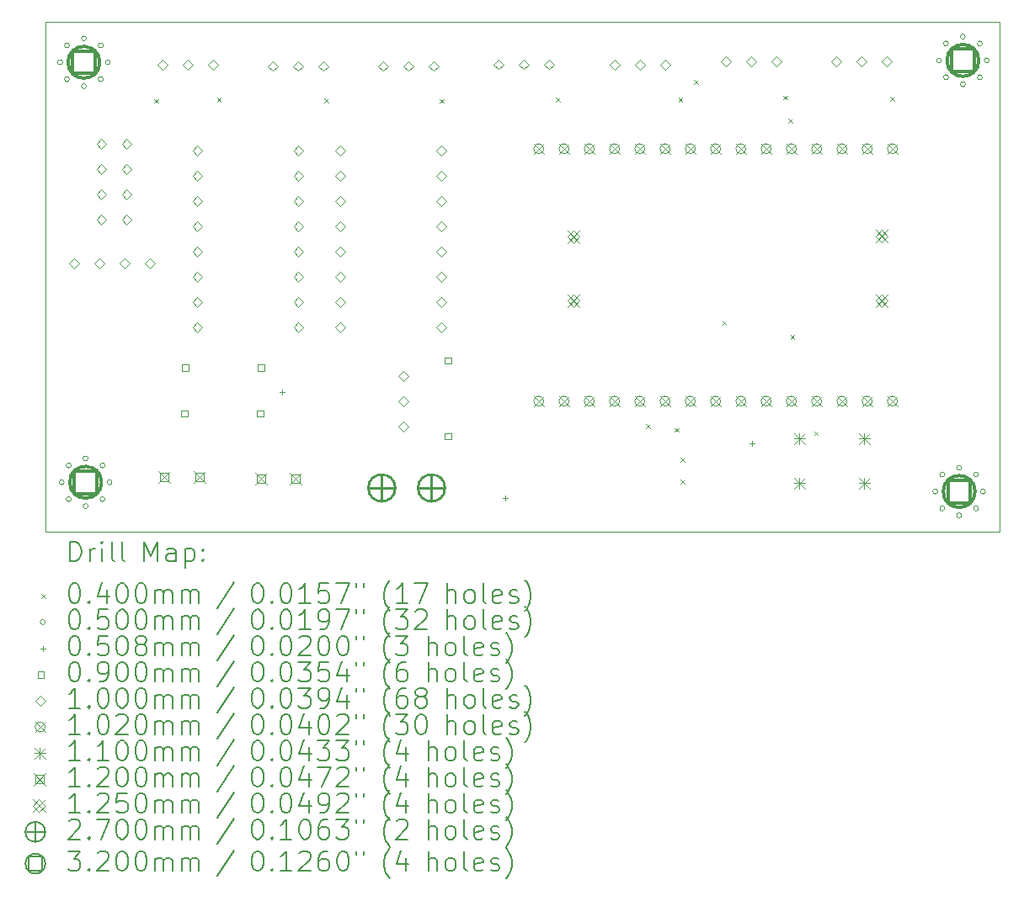
<source format=gbr>
%TF.GenerationSoftware,KiCad,Pcbnew,(7.0.0)*%
%TF.CreationDate,2023-04-21T00:04:54-05:00*%
%TF.ProjectId,OMICRON oO,4f4d4943-524f-44e2-906f-4f2e6b696361,rev?*%
%TF.SameCoordinates,Original*%
%TF.FileFunction,Drillmap*%
%TF.FilePolarity,Positive*%
%FSLAX45Y45*%
G04 Gerber Fmt 4.5, Leading zero omitted, Abs format (unit mm)*
G04 Created by KiCad (PCBNEW (7.0.0)) date 2023-04-21 00:04:54*
%MOMM*%
%LPD*%
G01*
G04 APERTURE LIST*
%ADD10C,0.100000*%
%ADD11C,0.200000*%
%ADD12C,0.040000*%
%ADD13C,0.050000*%
%ADD14C,0.050800*%
%ADD15C,0.090000*%
%ADD16C,0.102000*%
%ADD17C,0.110000*%
%ADD18C,0.120000*%
%ADD19C,0.125000*%
%ADD20C,0.270000*%
%ADD21C,0.320000*%
G04 APERTURE END LIST*
D10*
X12359250Y-5165000D02*
X21946750Y-5165000D01*
X21946750Y-5165000D02*
X21946750Y-10293000D01*
X21946750Y-10293000D02*
X12359250Y-10293000D01*
X12359250Y-10293000D02*
X12359250Y-5165000D01*
D11*
D12*
X13452000Y-5938000D02*
X13492000Y-5978000D01*
X13492000Y-5938000D02*
X13452000Y-5978000D01*
X14080000Y-5927000D02*
X14120000Y-5967000D01*
X14120000Y-5927000D02*
X14080000Y-5967000D01*
X15160000Y-5932000D02*
X15200000Y-5972000D01*
X15200000Y-5932000D02*
X15160000Y-5972000D01*
X16320000Y-5938000D02*
X16360000Y-5978000D01*
X16360000Y-5938000D02*
X16320000Y-5978000D01*
X17487000Y-5925000D02*
X17527000Y-5965000D01*
X17527000Y-5925000D02*
X17487000Y-5965000D01*
X18394000Y-9213000D02*
X18434000Y-9253000D01*
X18434000Y-9213000D02*
X18394000Y-9253000D01*
X18680000Y-9249000D02*
X18720000Y-9289000D01*
X18720000Y-9249000D02*
X18680000Y-9289000D01*
X18721000Y-5924000D02*
X18761000Y-5964000D01*
X18761000Y-5924000D02*
X18721000Y-5964000D01*
X18740000Y-9550000D02*
X18780000Y-9590000D01*
X18780000Y-9550000D02*
X18740000Y-9590000D01*
X18742000Y-9770000D02*
X18782000Y-9810000D01*
X18782000Y-9770000D02*
X18742000Y-9810000D01*
X18875000Y-5746000D02*
X18915000Y-5786000D01*
X18915000Y-5746000D02*
X18875000Y-5786000D01*
X19160000Y-8173000D02*
X19200000Y-8213000D01*
X19200000Y-8173000D02*
X19160000Y-8213000D01*
X19776000Y-5904000D02*
X19816000Y-5944000D01*
X19816000Y-5904000D02*
X19776000Y-5944000D01*
X19828000Y-6135000D02*
X19868000Y-6175000D01*
X19868000Y-6135000D02*
X19828000Y-6175000D01*
X19846000Y-8314000D02*
X19886000Y-8354000D01*
X19886000Y-8314000D02*
X19846000Y-8354000D01*
X20084000Y-9283000D02*
X20124000Y-9323000D01*
X20124000Y-9283000D02*
X20084000Y-9323000D01*
X20850000Y-5915000D02*
X20890000Y-5955000D01*
X20890000Y-5915000D02*
X20850000Y-5955000D01*
D13*
X12527706Y-5568706D02*
G75*
G03*
X12527706Y-5568706I-25000J0D01*
G01*
X12544706Y-9795294D02*
G75*
G03*
X12544706Y-9795294I-25000J0D01*
G01*
X12598000Y-5399000D02*
G75*
G03*
X12598000Y-5399000I-25000J0D01*
G01*
X12598000Y-5738411D02*
G75*
G03*
X12598000Y-5738411I-25000J0D01*
G01*
X12615000Y-9625589D02*
G75*
G03*
X12615000Y-9625589I-25000J0D01*
G01*
X12615000Y-9965000D02*
G75*
G03*
X12615000Y-9965000I-25000J0D01*
G01*
X12767706Y-5328706D02*
G75*
G03*
X12767706Y-5328706I-25000J0D01*
G01*
X12767706Y-5808706D02*
G75*
G03*
X12767706Y-5808706I-25000J0D01*
G01*
X12784706Y-9555294D02*
G75*
G03*
X12784706Y-9555294I-25000J0D01*
G01*
X12784706Y-10035294D02*
G75*
G03*
X12784706Y-10035294I-25000J0D01*
G01*
X12937411Y-5399000D02*
G75*
G03*
X12937411Y-5399000I-25000J0D01*
G01*
X12937411Y-5738411D02*
G75*
G03*
X12937411Y-5738411I-25000J0D01*
G01*
X12954411Y-9625589D02*
G75*
G03*
X12954411Y-9625589I-25000J0D01*
G01*
X12954411Y-9965000D02*
G75*
G03*
X12954411Y-9965000I-25000J0D01*
G01*
X13007706Y-5568706D02*
G75*
G03*
X13007706Y-5568706I-25000J0D01*
G01*
X13024706Y-9795294D02*
G75*
G03*
X13024706Y-9795294I-25000J0D01*
G01*
X21327294Y-9888294D02*
G75*
G03*
X21327294Y-9888294I-25000J0D01*
G01*
X21364706Y-5549706D02*
G75*
G03*
X21364706Y-5549706I-25000J0D01*
G01*
X21397589Y-9718589D02*
G75*
G03*
X21397589Y-9718589I-25000J0D01*
G01*
X21397589Y-10058000D02*
G75*
G03*
X21397589Y-10058000I-25000J0D01*
G01*
X21435000Y-5380000D02*
G75*
G03*
X21435000Y-5380000I-25000J0D01*
G01*
X21435000Y-5719411D02*
G75*
G03*
X21435000Y-5719411I-25000J0D01*
G01*
X21567294Y-9648294D02*
G75*
G03*
X21567294Y-9648294I-25000J0D01*
G01*
X21567294Y-10128294D02*
G75*
G03*
X21567294Y-10128294I-25000J0D01*
G01*
X21604706Y-5309706D02*
G75*
G03*
X21604706Y-5309706I-25000J0D01*
G01*
X21604706Y-5789706D02*
G75*
G03*
X21604706Y-5789706I-25000J0D01*
G01*
X21737000Y-9718589D02*
G75*
G03*
X21737000Y-9718589I-25000J0D01*
G01*
X21737000Y-10058000D02*
G75*
G03*
X21737000Y-10058000I-25000J0D01*
G01*
X21774411Y-5380000D02*
G75*
G03*
X21774411Y-5380000I-25000J0D01*
G01*
X21774411Y-5719411D02*
G75*
G03*
X21774411Y-5719411I-25000J0D01*
G01*
X21807294Y-9888294D02*
G75*
G03*
X21807294Y-9888294I-25000J0D01*
G01*
X21844706Y-5549706D02*
G75*
G03*
X21844706Y-5549706I-25000J0D01*
G01*
D14*
X14736000Y-8860600D02*
X14736000Y-8911400D01*
X14710600Y-8886000D02*
X14761400Y-8886000D01*
X16977000Y-9928600D02*
X16977000Y-9979400D01*
X16951600Y-9954000D02*
X17002400Y-9954000D01*
X19460000Y-9375600D02*
X19460000Y-9426400D01*
X19434600Y-9401000D02*
X19485400Y-9401000D01*
D15*
X13783320Y-9134320D02*
X13783320Y-9070680D01*
X13719680Y-9070680D01*
X13719680Y-9134320D01*
X13783320Y-9134320D01*
X13793320Y-8674320D02*
X13793320Y-8610680D01*
X13729680Y-8610680D01*
X13729680Y-8674320D01*
X13793320Y-8674320D01*
X14545320Y-9134320D02*
X14545320Y-9070680D01*
X14481680Y-9070680D01*
X14481680Y-9134320D01*
X14545320Y-9134320D01*
X14555320Y-8674320D02*
X14555320Y-8610680D01*
X14491680Y-8610680D01*
X14491680Y-8674320D01*
X14555320Y-8674320D01*
X16436820Y-8600820D02*
X16436820Y-8537180D01*
X16373180Y-8537180D01*
X16373180Y-8600820D01*
X16436820Y-8600820D01*
X16436820Y-9362820D02*
X16436820Y-9299180D01*
X16373180Y-9299180D01*
X16373180Y-9362820D01*
X16436820Y-9362820D01*
D10*
X12642000Y-7641000D02*
X12692000Y-7591000D01*
X12642000Y-7541000D01*
X12592000Y-7591000D01*
X12642000Y-7641000D01*
X12896000Y-7641000D02*
X12946000Y-7591000D01*
X12896000Y-7541000D01*
X12846000Y-7591000D01*
X12896000Y-7641000D01*
X12919000Y-6441000D02*
X12969000Y-6391000D01*
X12919000Y-6341000D01*
X12869000Y-6391000D01*
X12919000Y-6441000D01*
X12919000Y-6695000D02*
X12969000Y-6645000D01*
X12919000Y-6595000D01*
X12869000Y-6645000D01*
X12919000Y-6695000D01*
X12919000Y-6949000D02*
X12969000Y-6899000D01*
X12919000Y-6849000D01*
X12869000Y-6899000D01*
X12919000Y-6949000D01*
X12919000Y-7203000D02*
X12969000Y-7153000D01*
X12919000Y-7103000D01*
X12869000Y-7153000D01*
X12919000Y-7203000D01*
X13150000Y-7641000D02*
X13200000Y-7591000D01*
X13150000Y-7541000D01*
X13100000Y-7591000D01*
X13150000Y-7641000D01*
X13173000Y-6441000D02*
X13223000Y-6391000D01*
X13173000Y-6341000D01*
X13123000Y-6391000D01*
X13173000Y-6441000D01*
X13173000Y-6695000D02*
X13223000Y-6645000D01*
X13173000Y-6595000D01*
X13123000Y-6645000D01*
X13173000Y-6695000D01*
X13173000Y-6949000D02*
X13223000Y-6899000D01*
X13173000Y-6849000D01*
X13123000Y-6899000D01*
X13173000Y-6949000D01*
X13173000Y-7203000D02*
X13223000Y-7153000D01*
X13173000Y-7103000D01*
X13123000Y-7153000D01*
X13173000Y-7203000D01*
X13404000Y-7641000D02*
X13454000Y-7591000D01*
X13404000Y-7541000D01*
X13354000Y-7591000D01*
X13404000Y-7641000D01*
X13535000Y-5642000D02*
X13585000Y-5592000D01*
X13535000Y-5542000D01*
X13485000Y-5592000D01*
X13535000Y-5642000D01*
X13789000Y-5642000D02*
X13839000Y-5592000D01*
X13789000Y-5542000D01*
X13739000Y-5592000D01*
X13789000Y-5642000D01*
X13884000Y-6505000D02*
X13934000Y-6455000D01*
X13884000Y-6405000D01*
X13834000Y-6455000D01*
X13884000Y-6505000D01*
X13884000Y-6759000D02*
X13934000Y-6709000D01*
X13884000Y-6659000D01*
X13834000Y-6709000D01*
X13884000Y-6759000D01*
X13884000Y-7013000D02*
X13934000Y-6963000D01*
X13884000Y-6913000D01*
X13834000Y-6963000D01*
X13884000Y-7013000D01*
X13884000Y-7267000D02*
X13934000Y-7217000D01*
X13884000Y-7167000D01*
X13834000Y-7217000D01*
X13884000Y-7267000D01*
X13884000Y-7521000D02*
X13934000Y-7471000D01*
X13884000Y-7421000D01*
X13834000Y-7471000D01*
X13884000Y-7521000D01*
X13884000Y-7775000D02*
X13934000Y-7725000D01*
X13884000Y-7675000D01*
X13834000Y-7725000D01*
X13884000Y-7775000D01*
X13884000Y-8029000D02*
X13934000Y-7979000D01*
X13884000Y-7929000D01*
X13834000Y-7979000D01*
X13884000Y-8029000D01*
X13884000Y-8283000D02*
X13934000Y-8233000D01*
X13884000Y-8183000D01*
X13834000Y-8233000D01*
X13884000Y-8283000D01*
X14043000Y-5642000D02*
X14093000Y-5592000D01*
X14043000Y-5542000D01*
X13993000Y-5592000D01*
X14043000Y-5642000D01*
X14642000Y-5657000D02*
X14692000Y-5607000D01*
X14642000Y-5557000D01*
X14592000Y-5607000D01*
X14642000Y-5657000D01*
X14896000Y-5657000D02*
X14946000Y-5607000D01*
X14896000Y-5557000D01*
X14846000Y-5607000D01*
X14896000Y-5657000D01*
X14900000Y-6505000D02*
X14950000Y-6455000D01*
X14900000Y-6405000D01*
X14850000Y-6455000D01*
X14900000Y-6505000D01*
X14900000Y-6759000D02*
X14950000Y-6709000D01*
X14900000Y-6659000D01*
X14850000Y-6709000D01*
X14900000Y-6759000D01*
X14900000Y-7013000D02*
X14950000Y-6963000D01*
X14900000Y-6913000D01*
X14850000Y-6963000D01*
X14900000Y-7013000D01*
X14900000Y-7267000D02*
X14950000Y-7217000D01*
X14900000Y-7167000D01*
X14850000Y-7217000D01*
X14900000Y-7267000D01*
X14900000Y-7521000D02*
X14950000Y-7471000D01*
X14900000Y-7421000D01*
X14850000Y-7471000D01*
X14900000Y-7521000D01*
X14900000Y-7775000D02*
X14950000Y-7725000D01*
X14900000Y-7675000D01*
X14850000Y-7725000D01*
X14900000Y-7775000D01*
X14900000Y-8029000D02*
X14950000Y-7979000D01*
X14900000Y-7929000D01*
X14850000Y-7979000D01*
X14900000Y-8029000D01*
X14900000Y-8283000D02*
X14950000Y-8233000D01*
X14900000Y-8183000D01*
X14850000Y-8233000D01*
X14900000Y-8283000D01*
X15150000Y-5657000D02*
X15200000Y-5607000D01*
X15150000Y-5557000D01*
X15100000Y-5607000D01*
X15150000Y-5657000D01*
X15317000Y-6505000D02*
X15367000Y-6455000D01*
X15317000Y-6405000D01*
X15267000Y-6455000D01*
X15317000Y-6505000D01*
X15317000Y-6759000D02*
X15367000Y-6709000D01*
X15317000Y-6659000D01*
X15267000Y-6709000D01*
X15317000Y-6759000D01*
X15317000Y-7013000D02*
X15367000Y-6963000D01*
X15317000Y-6913000D01*
X15267000Y-6963000D01*
X15317000Y-7013000D01*
X15317000Y-7267000D02*
X15367000Y-7217000D01*
X15317000Y-7167000D01*
X15267000Y-7217000D01*
X15317000Y-7267000D01*
X15317000Y-7521000D02*
X15367000Y-7471000D01*
X15317000Y-7421000D01*
X15267000Y-7471000D01*
X15317000Y-7521000D01*
X15317000Y-7775000D02*
X15367000Y-7725000D01*
X15317000Y-7675000D01*
X15267000Y-7725000D01*
X15317000Y-7775000D01*
X15317000Y-8029000D02*
X15367000Y-7979000D01*
X15317000Y-7929000D01*
X15267000Y-7979000D01*
X15317000Y-8029000D01*
X15317000Y-8283000D02*
X15367000Y-8233000D01*
X15317000Y-8183000D01*
X15267000Y-8233000D01*
X15317000Y-8283000D01*
X15754000Y-5657000D02*
X15804000Y-5607000D01*
X15754000Y-5557000D01*
X15704000Y-5607000D01*
X15754000Y-5657000D01*
X15955000Y-8773500D02*
X16005000Y-8723500D01*
X15955000Y-8673500D01*
X15905000Y-8723500D01*
X15955000Y-8773500D01*
X15955000Y-9027500D02*
X16005000Y-8977500D01*
X15955000Y-8927500D01*
X15905000Y-8977500D01*
X15955000Y-9027500D01*
X15955000Y-9281500D02*
X16005000Y-9231500D01*
X15955000Y-9181500D01*
X15905000Y-9231500D01*
X15955000Y-9281500D01*
X16008000Y-5657000D02*
X16058000Y-5607000D01*
X16008000Y-5557000D01*
X15958000Y-5607000D01*
X16008000Y-5657000D01*
X16262000Y-5657000D02*
X16312000Y-5607000D01*
X16262000Y-5557000D01*
X16212000Y-5607000D01*
X16262000Y-5657000D01*
X16333000Y-6505000D02*
X16383000Y-6455000D01*
X16333000Y-6405000D01*
X16283000Y-6455000D01*
X16333000Y-6505000D01*
X16333000Y-6759000D02*
X16383000Y-6709000D01*
X16333000Y-6659000D01*
X16283000Y-6709000D01*
X16333000Y-6759000D01*
X16333000Y-7013000D02*
X16383000Y-6963000D01*
X16333000Y-6913000D01*
X16283000Y-6963000D01*
X16333000Y-7013000D01*
X16333000Y-7267000D02*
X16383000Y-7217000D01*
X16333000Y-7167000D01*
X16283000Y-7217000D01*
X16333000Y-7267000D01*
X16333000Y-7521000D02*
X16383000Y-7471000D01*
X16333000Y-7421000D01*
X16283000Y-7471000D01*
X16333000Y-7521000D01*
X16333000Y-7775000D02*
X16383000Y-7725000D01*
X16333000Y-7675000D01*
X16283000Y-7725000D01*
X16333000Y-7775000D01*
X16333000Y-8029000D02*
X16383000Y-7979000D01*
X16333000Y-7929000D01*
X16283000Y-7979000D01*
X16333000Y-8029000D01*
X16333000Y-8283000D02*
X16383000Y-8233000D01*
X16333000Y-8183000D01*
X16283000Y-8233000D01*
X16333000Y-8283000D01*
X16910000Y-5640000D02*
X16960000Y-5590000D01*
X16910000Y-5540000D01*
X16860000Y-5590000D01*
X16910000Y-5640000D01*
X17164000Y-5640000D02*
X17214000Y-5590000D01*
X17164000Y-5540000D01*
X17114000Y-5590000D01*
X17164000Y-5640000D01*
X17418000Y-5640000D02*
X17468000Y-5590000D01*
X17418000Y-5540000D01*
X17368000Y-5590000D01*
X17418000Y-5640000D01*
X18077500Y-5646000D02*
X18127500Y-5596000D01*
X18077500Y-5546000D01*
X18027500Y-5596000D01*
X18077500Y-5646000D01*
X18331500Y-5646000D02*
X18381500Y-5596000D01*
X18331500Y-5546000D01*
X18281500Y-5596000D01*
X18331500Y-5646000D01*
X18585500Y-5646000D02*
X18635500Y-5596000D01*
X18585500Y-5546000D01*
X18535500Y-5596000D01*
X18585500Y-5646000D01*
X19196000Y-5610000D02*
X19246000Y-5560000D01*
X19196000Y-5510000D01*
X19146000Y-5560000D01*
X19196000Y-5610000D01*
X19450000Y-5610000D02*
X19500000Y-5560000D01*
X19450000Y-5510000D01*
X19400000Y-5560000D01*
X19450000Y-5610000D01*
X19704000Y-5610000D02*
X19754000Y-5560000D01*
X19704000Y-5510000D01*
X19654000Y-5560000D01*
X19704000Y-5610000D01*
X20306000Y-5607000D02*
X20356000Y-5557000D01*
X20306000Y-5507000D01*
X20256000Y-5557000D01*
X20306000Y-5607000D01*
X20560000Y-5607000D02*
X20610000Y-5557000D01*
X20560000Y-5507000D01*
X20510000Y-5557000D01*
X20560000Y-5607000D01*
X20814000Y-5607000D02*
X20864000Y-5557000D01*
X20814000Y-5507000D01*
X20764000Y-5557000D01*
X20814000Y-5607000D01*
D16*
X17264500Y-6387250D02*
X17366500Y-6489250D01*
X17366500Y-6387250D02*
X17264500Y-6489250D01*
X17366500Y-6438250D02*
G75*
G03*
X17366500Y-6438250I-51000J0D01*
G01*
X17264500Y-8927250D02*
X17366500Y-9029250D01*
X17366500Y-8927250D02*
X17264500Y-9029250D01*
X17366500Y-8978250D02*
G75*
G03*
X17366500Y-8978250I-51000J0D01*
G01*
X17518500Y-6387250D02*
X17620500Y-6489250D01*
X17620500Y-6387250D02*
X17518500Y-6489250D01*
X17620500Y-6438250D02*
G75*
G03*
X17620500Y-6438250I-51000J0D01*
G01*
X17518500Y-8927250D02*
X17620500Y-9029250D01*
X17620500Y-8927250D02*
X17518500Y-9029250D01*
X17620500Y-8978250D02*
G75*
G03*
X17620500Y-8978250I-51000J0D01*
G01*
X17772500Y-6387250D02*
X17874500Y-6489250D01*
X17874500Y-6387250D02*
X17772500Y-6489250D01*
X17874500Y-6438250D02*
G75*
G03*
X17874500Y-6438250I-51000J0D01*
G01*
X17772500Y-8927250D02*
X17874500Y-9029250D01*
X17874500Y-8927250D02*
X17772500Y-9029250D01*
X17874500Y-8978250D02*
G75*
G03*
X17874500Y-8978250I-51000J0D01*
G01*
X18026500Y-6387250D02*
X18128500Y-6489250D01*
X18128500Y-6387250D02*
X18026500Y-6489250D01*
X18128500Y-6438250D02*
G75*
G03*
X18128500Y-6438250I-51000J0D01*
G01*
X18026500Y-8927250D02*
X18128500Y-9029250D01*
X18128500Y-8927250D02*
X18026500Y-9029250D01*
X18128500Y-8978250D02*
G75*
G03*
X18128500Y-8978250I-51000J0D01*
G01*
X18280500Y-6387250D02*
X18382500Y-6489250D01*
X18382500Y-6387250D02*
X18280500Y-6489250D01*
X18382500Y-6438250D02*
G75*
G03*
X18382500Y-6438250I-51000J0D01*
G01*
X18280500Y-8927250D02*
X18382500Y-9029250D01*
X18382500Y-8927250D02*
X18280500Y-9029250D01*
X18382500Y-8978250D02*
G75*
G03*
X18382500Y-8978250I-51000J0D01*
G01*
X18534500Y-6387250D02*
X18636500Y-6489250D01*
X18636500Y-6387250D02*
X18534500Y-6489250D01*
X18636500Y-6438250D02*
G75*
G03*
X18636500Y-6438250I-51000J0D01*
G01*
X18534500Y-8927250D02*
X18636500Y-9029250D01*
X18636500Y-8927250D02*
X18534500Y-9029250D01*
X18636500Y-8978250D02*
G75*
G03*
X18636500Y-8978250I-51000J0D01*
G01*
X18788500Y-6387250D02*
X18890500Y-6489250D01*
X18890500Y-6387250D02*
X18788500Y-6489250D01*
X18890500Y-6438250D02*
G75*
G03*
X18890500Y-6438250I-51000J0D01*
G01*
X18788500Y-8927250D02*
X18890500Y-9029250D01*
X18890500Y-8927250D02*
X18788500Y-9029250D01*
X18890500Y-8978250D02*
G75*
G03*
X18890500Y-8978250I-51000J0D01*
G01*
X19042500Y-6387250D02*
X19144500Y-6489250D01*
X19144500Y-6387250D02*
X19042500Y-6489250D01*
X19144500Y-6438250D02*
G75*
G03*
X19144500Y-6438250I-51000J0D01*
G01*
X19042500Y-8927250D02*
X19144500Y-9029250D01*
X19144500Y-8927250D02*
X19042500Y-9029250D01*
X19144500Y-8978250D02*
G75*
G03*
X19144500Y-8978250I-51000J0D01*
G01*
X19296500Y-6387250D02*
X19398500Y-6489250D01*
X19398500Y-6387250D02*
X19296500Y-6489250D01*
X19398500Y-6438250D02*
G75*
G03*
X19398500Y-6438250I-51000J0D01*
G01*
X19296500Y-8927250D02*
X19398500Y-9029250D01*
X19398500Y-8927250D02*
X19296500Y-9029250D01*
X19398500Y-8978250D02*
G75*
G03*
X19398500Y-8978250I-51000J0D01*
G01*
X19550500Y-6387250D02*
X19652500Y-6489250D01*
X19652500Y-6387250D02*
X19550500Y-6489250D01*
X19652500Y-6438250D02*
G75*
G03*
X19652500Y-6438250I-51000J0D01*
G01*
X19550500Y-8927250D02*
X19652500Y-9029250D01*
X19652500Y-8927250D02*
X19550500Y-9029250D01*
X19652500Y-8978250D02*
G75*
G03*
X19652500Y-8978250I-51000J0D01*
G01*
X19804500Y-6387250D02*
X19906500Y-6489250D01*
X19906500Y-6387250D02*
X19804500Y-6489250D01*
X19906500Y-6438250D02*
G75*
G03*
X19906500Y-6438250I-51000J0D01*
G01*
X19804500Y-8927250D02*
X19906500Y-9029250D01*
X19906500Y-8927250D02*
X19804500Y-9029250D01*
X19906500Y-8978250D02*
G75*
G03*
X19906500Y-8978250I-51000J0D01*
G01*
X20058500Y-6387250D02*
X20160500Y-6489250D01*
X20160500Y-6387250D02*
X20058500Y-6489250D01*
X20160500Y-6438250D02*
G75*
G03*
X20160500Y-6438250I-51000J0D01*
G01*
X20058500Y-8927250D02*
X20160500Y-9029250D01*
X20160500Y-8927250D02*
X20058500Y-9029250D01*
X20160500Y-8978250D02*
G75*
G03*
X20160500Y-8978250I-51000J0D01*
G01*
X20312500Y-6387250D02*
X20414500Y-6489250D01*
X20414500Y-6387250D02*
X20312500Y-6489250D01*
X20414500Y-6438250D02*
G75*
G03*
X20414500Y-6438250I-51000J0D01*
G01*
X20312500Y-8927250D02*
X20414500Y-9029250D01*
X20414500Y-8927250D02*
X20312500Y-9029250D01*
X20414500Y-8978250D02*
G75*
G03*
X20414500Y-8978250I-51000J0D01*
G01*
X20566500Y-6387250D02*
X20668500Y-6489250D01*
X20668500Y-6387250D02*
X20566500Y-6489250D01*
X20668500Y-6438250D02*
G75*
G03*
X20668500Y-6438250I-51000J0D01*
G01*
X20566500Y-8927250D02*
X20668500Y-9029250D01*
X20668500Y-8927250D02*
X20566500Y-9029250D01*
X20668500Y-8978250D02*
G75*
G03*
X20668500Y-8978250I-51000J0D01*
G01*
X20820500Y-6387250D02*
X20922500Y-6489250D01*
X20922500Y-6387250D02*
X20820500Y-6489250D01*
X20922500Y-6438250D02*
G75*
G03*
X20922500Y-6438250I-51000J0D01*
G01*
X20820500Y-8927250D02*
X20922500Y-9029250D01*
X20922500Y-8927250D02*
X20820500Y-9029250D01*
X20922500Y-8978250D02*
G75*
G03*
X20922500Y-8978250I-51000J0D01*
G01*
D17*
X19883000Y-9300000D02*
X19993000Y-9410000D01*
X19993000Y-9300000D02*
X19883000Y-9410000D01*
X19938000Y-9300000D02*
X19938000Y-9410000D01*
X19883000Y-9355000D02*
X19993000Y-9355000D01*
X19883000Y-9750000D02*
X19993000Y-9860000D01*
X19993000Y-9750000D02*
X19883000Y-9860000D01*
X19938000Y-9750000D02*
X19938000Y-9860000D01*
X19883000Y-9805000D02*
X19993000Y-9805000D01*
X20533000Y-9300000D02*
X20643000Y-9410000D01*
X20643000Y-9300000D02*
X20533000Y-9410000D01*
X20588000Y-9300000D02*
X20588000Y-9410000D01*
X20533000Y-9355000D02*
X20643000Y-9355000D01*
X20533000Y-9750000D02*
X20643000Y-9860000D01*
X20643000Y-9750000D02*
X20533000Y-9860000D01*
X20588000Y-9750000D02*
X20588000Y-9860000D01*
X20533000Y-9805000D02*
X20643000Y-9805000D01*
D18*
X13492500Y-9685000D02*
X13612500Y-9805000D01*
X13612500Y-9685000D02*
X13492500Y-9805000D01*
X13594927Y-9787427D02*
X13594927Y-9702573D01*
X13510073Y-9702573D01*
X13510073Y-9787427D01*
X13594927Y-9787427D01*
X13842500Y-9685000D02*
X13962500Y-9805000D01*
X13962500Y-9685000D02*
X13842500Y-9805000D01*
X13944927Y-9787427D02*
X13944927Y-9702573D01*
X13860073Y-9702573D01*
X13860073Y-9787427D01*
X13944927Y-9787427D01*
X14462500Y-9697500D02*
X14582500Y-9817500D01*
X14582500Y-9697500D02*
X14462500Y-9817500D01*
X14564927Y-9799927D02*
X14564927Y-9715073D01*
X14480073Y-9715073D01*
X14480073Y-9799927D01*
X14564927Y-9799927D01*
X14812500Y-9697500D02*
X14932500Y-9817500D01*
X14932500Y-9697500D02*
X14812500Y-9817500D01*
X14914927Y-9799927D02*
X14914927Y-9715073D01*
X14830073Y-9715073D01*
X14830073Y-9799927D01*
X14914927Y-9799927D01*
D19*
X17601500Y-7259500D02*
X17726500Y-7384500D01*
X17726500Y-7259500D02*
X17601500Y-7384500D01*
X17664000Y-7384500D02*
X17726500Y-7322000D01*
X17664000Y-7259500D01*
X17601500Y-7322000D01*
X17664000Y-7384500D01*
X17601500Y-7904500D02*
X17726500Y-8029500D01*
X17726500Y-7904500D02*
X17601500Y-8029500D01*
X17664000Y-8029500D02*
X17726500Y-7967000D01*
X17664000Y-7904500D01*
X17601500Y-7967000D01*
X17664000Y-8029500D01*
X20701500Y-7254500D02*
X20826500Y-7379500D01*
X20826500Y-7254500D02*
X20701500Y-7379500D01*
X20764000Y-7379500D02*
X20826500Y-7317000D01*
X20764000Y-7254500D01*
X20701500Y-7317000D01*
X20764000Y-7379500D01*
X20701500Y-7904500D02*
X20826500Y-8029500D01*
X20826500Y-7904500D02*
X20701500Y-8029500D01*
X20764000Y-8029500D02*
X20826500Y-7967000D01*
X20764000Y-7904500D01*
X20701500Y-7967000D01*
X20764000Y-8029500D01*
D20*
X15737500Y-9717500D02*
X15737500Y-9987500D01*
X15602500Y-9852500D02*
X15872500Y-9852500D01*
X15872500Y-9852500D02*
G75*
G03*
X15872500Y-9852500I-135000J0D01*
G01*
X16237500Y-9717500D02*
X16237500Y-9987500D01*
X16102500Y-9852500D02*
X16372500Y-9852500D01*
X16372500Y-9852500D02*
G75*
G03*
X16372500Y-9852500I-135000J0D01*
G01*
D21*
X12855844Y-5681844D02*
X12855844Y-5455567D01*
X12629567Y-5455567D01*
X12629567Y-5681844D01*
X12855844Y-5681844D01*
X12902706Y-5568706D02*
G75*
G03*
X12902706Y-5568706I-160000J0D01*
G01*
X12872844Y-9908433D02*
X12872844Y-9682156D01*
X12646567Y-9682156D01*
X12646567Y-9908433D01*
X12872844Y-9908433D01*
X12919706Y-9795294D02*
G75*
G03*
X12919706Y-9795294I-160000J0D01*
G01*
X21655433Y-10001433D02*
X21655433Y-9775156D01*
X21429156Y-9775156D01*
X21429156Y-10001433D01*
X21655433Y-10001433D01*
X21702294Y-9888294D02*
G75*
G03*
X21702294Y-9888294I-160000J0D01*
G01*
X21692844Y-5662844D02*
X21692844Y-5436567D01*
X21466567Y-5436567D01*
X21466567Y-5662844D01*
X21692844Y-5662844D01*
X21739706Y-5549706D02*
G75*
G03*
X21739706Y-5549706I-160000J0D01*
G01*
D11*
X12601869Y-10591476D02*
X12601869Y-10391476D01*
X12601869Y-10391476D02*
X12649488Y-10391476D01*
X12649488Y-10391476D02*
X12678059Y-10401000D01*
X12678059Y-10401000D02*
X12697107Y-10420048D01*
X12697107Y-10420048D02*
X12706631Y-10439095D01*
X12706631Y-10439095D02*
X12716155Y-10477190D01*
X12716155Y-10477190D02*
X12716155Y-10505762D01*
X12716155Y-10505762D02*
X12706631Y-10543857D01*
X12706631Y-10543857D02*
X12697107Y-10562905D01*
X12697107Y-10562905D02*
X12678059Y-10581952D01*
X12678059Y-10581952D02*
X12649488Y-10591476D01*
X12649488Y-10591476D02*
X12601869Y-10591476D01*
X12801869Y-10591476D02*
X12801869Y-10458143D01*
X12801869Y-10496238D02*
X12811393Y-10477190D01*
X12811393Y-10477190D02*
X12820917Y-10467667D01*
X12820917Y-10467667D02*
X12839964Y-10458143D01*
X12839964Y-10458143D02*
X12859012Y-10458143D01*
X12925678Y-10591476D02*
X12925678Y-10458143D01*
X12925678Y-10391476D02*
X12916155Y-10401000D01*
X12916155Y-10401000D02*
X12925678Y-10410524D01*
X12925678Y-10410524D02*
X12935202Y-10401000D01*
X12935202Y-10401000D02*
X12925678Y-10391476D01*
X12925678Y-10391476D02*
X12925678Y-10410524D01*
X13049488Y-10591476D02*
X13030440Y-10581952D01*
X13030440Y-10581952D02*
X13020917Y-10562905D01*
X13020917Y-10562905D02*
X13020917Y-10391476D01*
X13154250Y-10591476D02*
X13135202Y-10581952D01*
X13135202Y-10581952D02*
X13125678Y-10562905D01*
X13125678Y-10562905D02*
X13125678Y-10391476D01*
X13350440Y-10591476D02*
X13350440Y-10391476D01*
X13350440Y-10391476D02*
X13417107Y-10534333D01*
X13417107Y-10534333D02*
X13483774Y-10391476D01*
X13483774Y-10391476D02*
X13483774Y-10591476D01*
X13664726Y-10591476D02*
X13664726Y-10486714D01*
X13664726Y-10486714D02*
X13655202Y-10467667D01*
X13655202Y-10467667D02*
X13636155Y-10458143D01*
X13636155Y-10458143D02*
X13598059Y-10458143D01*
X13598059Y-10458143D02*
X13579012Y-10467667D01*
X13664726Y-10581952D02*
X13645678Y-10591476D01*
X13645678Y-10591476D02*
X13598059Y-10591476D01*
X13598059Y-10591476D02*
X13579012Y-10581952D01*
X13579012Y-10581952D02*
X13569488Y-10562905D01*
X13569488Y-10562905D02*
X13569488Y-10543857D01*
X13569488Y-10543857D02*
X13579012Y-10524810D01*
X13579012Y-10524810D02*
X13598059Y-10515286D01*
X13598059Y-10515286D02*
X13645678Y-10515286D01*
X13645678Y-10515286D02*
X13664726Y-10505762D01*
X13759964Y-10458143D02*
X13759964Y-10658143D01*
X13759964Y-10467667D02*
X13779012Y-10458143D01*
X13779012Y-10458143D02*
X13817107Y-10458143D01*
X13817107Y-10458143D02*
X13836155Y-10467667D01*
X13836155Y-10467667D02*
X13845678Y-10477190D01*
X13845678Y-10477190D02*
X13855202Y-10496238D01*
X13855202Y-10496238D02*
X13855202Y-10553381D01*
X13855202Y-10553381D02*
X13845678Y-10572429D01*
X13845678Y-10572429D02*
X13836155Y-10581952D01*
X13836155Y-10581952D02*
X13817107Y-10591476D01*
X13817107Y-10591476D02*
X13779012Y-10591476D01*
X13779012Y-10591476D02*
X13759964Y-10581952D01*
X13940917Y-10572429D02*
X13950440Y-10581952D01*
X13950440Y-10581952D02*
X13940917Y-10591476D01*
X13940917Y-10591476D02*
X13931393Y-10581952D01*
X13931393Y-10581952D02*
X13940917Y-10572429D01*
X13940917Y-10572429D02*
X13940917Y-10591476D01*
X13940917Y-10467667D02*
X13950440Y-10477190D01*
X13950440Y-10477190D02*
X13940917Y-10486714D01*
X13940917Y-10486714D02*
X13931393Y-10477190D01*
X13931393Y-10477190D02*
X13940917Y-10467667D01*
X13940917Y-10467667D02*
X13940917Y-10486714D01*
D12*
X12314250Y-10918000D02*
X12354250Y-10958000D01*
X12354250Y-10918000D02*
X12314250Y-10958000D01*
D11*
X12639964Y-10811476D02*
X12659012Y-10811476D01*
X12659012Y-10811476D02*
X12678059Y-10821000D01*
X12678059Y-10821000D02*
X12687583Y-10830524D01*
X12687583Y-10830524D02*
X12697107Y-10849571D01*
X12697107Y-10849571D02*
X12706631Y-10887667D01*
X12706631Y-10887667D02*
X12706631Y-10935286D01*
X12706631Y-10935286D02*
X12697107Y-10973381D01*
X12697107Y-10973381D02*
X12687583Y-10992429D01*
X12687583Y-10992429D02*
X12678059Y-11001952D01*
X12678059Y-11001952D02*
X12659012Y-11011476D01*
X12659012Y-11011476D02*
X12639964Y-11011476D01*
X12639964Y-11011476D02*
X12620917Y-11001952D01*
X12620917Y-11001952D02*
X12611393Y-10992429D01*
X12611393Y-10992429D02*
X12601869Y-10973381D01*
X12601869Y-10973381D02*
X12592345Y-10935286D01*
X12592345Y-10935286D02*
X12592345Y-10887667D01*
X12592345Y-10887667D02*
X12601869Y-10849571D01*
X12601869Y-10849571D02*
X12611393Y-10830524D01*
X12611393Y-10830524D02*
X12620917Y-10821000D01*
X12620917Y-10821000D02*
X12639964Y-10811476D01*
X12792345Y-10992429D02*
X12801869Y-11001952D01*
X12801869Y-11001952D02*
X12792345Y-11011476D01*
X12792345Y-11011476D02*
X12782821Y-11001952D01*
X12782821Y-11001952D02*
X12792345Y-10992429D01*
X12792345Y-10992429D02*
X12792345Y-11011476D01*
X12973298Y-10878143D02*
X12973298Y-11011476D01*
X12925678Y-10801952D02*
X12878059Y-10944810D01*
X12878059Y-10944810D02*
X13001869Y-10944810D01*
X13116155Y-10811476D02*
X13135202Y-10811476D01*
X13135202Y-10811476D02*
X13154250Y-10821000D01*
X13154250Y-10821000D02*
X13163774Y-10830524D01*
X13163774Y-10830524D02*
X13173298Y-10849571D01*
X13173298Y-10849571D02*
X13182821Y-10887667D01*
X13182821Y-10887667D02*
X13182821Y-10935286D01*
X13182821Y-10935286D02*
X13173298Y-10973381D01*
X13173298Y-10973381D02*
X13163774Y-10992429D01*
X13163774Y-10992429D02*
X13154250Y-11001952D01*
X13154250Y-11001952D02*
X13135202Y-11011476D01*
X13135202Y-11011476D02*
X13116155Y-11011476D01*
X13116155Y-11011476D02*
X13097107Y-11001952D01*
X13097107Y-11001952D02*
X13087583Y-10992429D01*
X13087583Y-10992429D02*
X13078059Y-10973381D01*
X13078059Y-10973381D02*
X13068536Y-10935286D01*
X13068536Y-10935286D02*
X13068536Y-10887667D01*
X13068536Y-10887667D02*
X13078059Y-10849571D01*
X13078059Y-10849571D02*
X13087583Y-10830524D01*
X13087583Y-10830524D02*
X13097107Y-10821000D01*
X13097107Y-10821000D02*
X13116155Y-10811476D01*
X13306631Y-10811476D02*
X13325679Y-10811476D01*
X13325679Y-10811476D02*
X13344726Y-10821000D01*
X13344726Y-10821000D02*
X13354250Y-10830524D01*
X13354250Y-10830524D02*
X13363774Y-10849571D01*
X13363774Y-10849571D02*
X13373298Y-10887667D01*
X13373298Y-10887667D02*
X13373298Y-10935286D01*
X13373298Y-10935286D02*
X13363774Y-10973381D01*
X13363774Y-10973381D02*
X13354250Y-10992429D01*
X13354250Y-10992429D02*
X13344726Y-11001952D01*
X13344726Y-11001952D02*
X13325679Y-11011476D01*
X13325679Y-11011476D02*
X13306631Y-11011476D01*
X13306631Y-11011476D02*
X13287583Y-11001952D01*
X13287583Y-11001952D02*
X13278059Y-10992429D01*
X13278059Y-10992429D02*
X13268536Y-10973381D01*
X13268536Y-10973381D02*
X13259012Y-10935286D01*
X13259012Y-10935286D02*
X13259012Y-10887667D01*
X13259012Y-10887667D02*
X13268536Y-10849571D01*
X13268536Y-10849571D02*
X13278059Y-10830524D01*
X13278059Y-10830524D02*
X13287583Y-10821000D01*
X13287583Y-10821000D02*
X13306631Y-10811476D01*
X13459012Y-11011476D02*
X13459012Y-10878143D01*
X13459012Y-10897190D02*
X13468536Y-10887667D01*
X13468536Y-10887667D02*
X13487583Y-10878143D01*
X13487583Y-10878143D02*
X13516155Y-10878143D01*
X13516155Y-10878143D02*
X13535202Y-10887667D01*
X13535202Y-10887667D02*
X13544726Y-10906714D01*
X13544726Y-10906714D02*
X13544726Y-11011476D01*
X13544726Y-10906714D02*
X13554250Y-10887667D01*
X13554250Y-10887667D02*
X13573298Y-10878143D01*
X13573298Y-10878143D02*
X13601869Y-10878143D01*
X13601869Y-10878143D02*
X13620917Y-10887667D01*
X13620917Y-10887667D02*
X13630440Y-10906714D01*
X13630440Y-10906714D02*
X13630440Y-11011476D01*
X13725679Y-11011476D02*
X13725679Y-10878143D01*
X13725679Y-10897190D02*
X13735202Y-10887667D01*
X13735202Y-10887667D02*
X13754250Y-10878143D01*
X13754250Y-10878143D02*
X13782821Y-10878143D01*
X13782821Y-10878143D02*
X13801869Y-10887667D01*
X13801869Y-10887667D02*
X13811393Y-10906714D01*
X13811393Y-10906714D02*
X13811393Y-11011476D01*
X13811393Y-10906714D02*
X13820917Y-10887667D01*
X13820917Y-10887667D02*
X13839964Y-10878143D01*
X13839964Y-10878143D02*
X13868536Y-10878143D01*
X13868536Y-10878143D02*
X13887583Y-10887667D01*
X13887583Y-10887667D02*
X13897107Y-10906714D01*
X13897107Y-10906714D02*
X13897107Y-11011476D01*
X14255202Y-10801952D02*
X14083774Y-11059095D01*
X14479964Y-10811476D02*
X14499012Y-10811476D01*
X14499012Y-10811476D02*
X14518060Y-10821000D01*
X14518060Y-10821000D02*
X14527583Y-10830524D01*
X14527583Y-10830524D02*
X14537107Y-10849571D01*
X14537107Y-10849571D02*
X14546631Y-10887667D01*
X14546631Y-10887667D02*
X14546631Y-10935286D01*
X14546631Y-10935286D02*
X14537107Y-10973381D01*
X14537107Y-10973381D02*
X14527583Y-10992429D01*
X14527583Y-10992429D02*
X14518060Y-11001952D01*
X14518060Y-11001952D02*
X14499012Y-11011476D01*
X14499012Y-11011476D02*
X14479964Y-11011476D01*
X14479964Y-11011476D02*
X14460917Y-11001952D01*
X14460917Y-11001952D02*
X14451393Y-10992429D01*
X14451393Y-10992429D02*
X14441869Y-10973381D01*
X14441869Y-10973381D02*
X14432345Y-10935286D01*
X14432345Y-10935286D02*
X14432345Y-10887667D01*
X14432345Y-10887667D02*
X14441869Y-10849571D01*
X14441869Y-10849571D02*
X14451393Y-10830524D01*
X14451393Y-10830524D02*
X14460917Y-10821000D01*
X14460917Y-10821000D02*
X14479964Y-10811476D01*
X14632345Y-10992429D02*
X14641869Y-11001952D01*
X14641869Y-11001952D02*
X14632345Y-11011476D01*
X14632345Y-11011476D02*
X14622821Y-11001952D01*
X14622821Y-11001952D02*
X14632345Y-10992429D01*
X14632345Y-10992429D02*
X14632345Y-11011476D01*
X14765679Y-10811476D02*
X14784726Y-10811476D01*
X14784726Y-10811476D02*
X14803774Y-10821000D01*
X14803774Y-10821000D02*
X14813298Y-10830524D01*
X14813298Y-10830524D02*
X14822821Y-10849571D01*
X14822821Y-10849571D02*
X14832345Y-10887667D01*
X14832345Y-10887667D02*
X14832345Y-10935286D01*
X14832345Y-10935286D02*
X14822821Y-10973381D01*
X14822821Y-10973381D02*
X14813298Y-10992429D01*
X14813298Y-10992429D02*
X14803774Y-11001952D01*
X14803774Y-11001952D02*
X14784726Y-11011476D01*
X14784726Y-11011476D02*
X14765679Y-11011476D01*
X14765679Y-11011476D02*
X14746631Y-11001952D01*
X14746631Y-11001952D02*
X14737107Y-10992429D01*
X14737107Y-10992429D02*
X14727583Y-10973381D01*
X14727583Y-10973381D02*
X14718060Y-10935286D01*
X14718060Y-10935286D02*
X14718060Y-10887667D01*
X14718060Y-10887667D02*
X14727583Y-10849571D01*
X14727583Y-10849571D02*
X14737107Y-10830524D01*
X14737107Y-10830524D02*
X14746631Y-10821000D01*
X14746631Y-10821000D02*
X14765679Y-10811476D01*
X15022821Y-11011476D02*
X14908536Y-11011476D01*
X14965679Y-11011476D02*
X14965679Y-10811476D01*
X14965679Y-10811476D02*
X14946631Y-10840048D01*
X14946631Y-10840048D02*
X14927583Y-10859095D01*
X14927583Y-10859095D02*
X14908536Y-10868619D01*
X15203774Y-10811476D02*
X15108536Y-10811476D01*
X15108536Y-10811476D02*
X15099012Y-10906714D01*
X15099012Y-10906714D02*
X15108536Y-10897190D01*
X15108536Y-10897190D02*
X15127583Y-10887667D01*
X15127583Y-10887667D02*
X15175202Y-10887667D01*
X15175202Y-10887667D02*
X15194250Y-10897190D01*
X15194250Y-10897190D02*
X15203774Y-10906714D01*
X15203774Y-10906714D02*
X15213298Y-10925762D01*
X15213298Y-10925762D02*
X15213298Y-10973381D01*
X15213298Y-10973381D02*
X15203774Y-10992429D01*
X15203774Y-10992429D02*
X15194250Y-11001952D01*
X15194250Y-11001952D02*
X15175202Y-11011476D01*
X15175202Y-11011476D02*
X15127583Y-11011476D01*
X15127583Y-11011476D02*
X15108536Y-11001952D01*
X15108536Y-11001952D02*
X15099012Y-10992429D01*
X15279964Y-10811476D02*
X15413298Y-10811476D01*
X15413298Y-10811476D02*
X15327583Y-11011476D01*
X15479964Y-10811476D02*
X15479964Y-10849571D01*
X15556155Y-10811476D02*
X15556155Y-10849571D01*
X15819012Y-11087667D02*
X15809488Y-11078143D01*
X15809488Y-11078143D02*
X15790441Y-11049571D01*
X15790441Y-11049571D02*
X15780917Y-11030524D01*
X15780917Y-11030524D02*
X15771393Y-11001952D01*
X15771393Y-11001952D02*
X15761869Y-10954333D01*
X15761869Y-10954333D02*
X15761869Y-10916238D01*
X15761869Y-10916238D02*
X15771393Y-10868619D01*
X15771393Y-10868619D02*
X15780917Y-10840048D01*
X15780917Y-10840048D02*
X15790441Y-10821000D01*
X15790441Y-10821000D02*
X15809488Y-10792429D01*
X15809488Y-10792429D02*
X15819012Y-10782905D01*
X15999964Y-11011476D02*
X15885679Y-11011476D01*
X15942821Y-11011476D02*
X15942821Y-10811476D01*
X15942821Y-10811476D02*
X15923774Y-10840048D01*
X15923774Y-10840048D02*
X15904726Y-10859095D01*
X15904726Y-10859095D02*
X15885679Y-10868619D01*
X16066631Y-10811476D02*
X16199964Y-10811476D01*
X16199964Y-10811476D02*
X16114250Y-11011476D01*
X16396155Y-11011476D02*
X16396155Y-10811476D01*
X16481869Y-11011476D02*
X16481869Y-10906714D01*
X16481869Y-10906714D02*
X16472345Y-10887667D01*
X16472345Y-10887667D02*
X16453298Y-10878143D01*
X16453298Y-10878143D02*
X16424726Y-10878143D01*
X16424726Y-10878143D02*
X16405679Y-10887667D01*
X16405679Y-10887667D02*
X16396155Y-10897190D01*
X16605679Y-11011476D02*
X16586631Y-11001952D01*
X16586631Y-11001952D02*
X16577107Y-10992429D01*
X16577107Y-10992429D02*
X16567583Y-10973381D01*
X16567583Y-10973381D02*
X16567583Y-10916238D01*
X16567583Y-10916238D02*
X16577107Y-10897190D01*
X16577107Y-10897190D02*
X16586631Y-10887667D01*
X16586631Y-10887667D02*
X16605679Y-10878143D01*
X16605679Y-10878143D02*
X16634250Y-10878143D01*
X16634250Y-10878143D02*
X16653298Y-10887667D01*
X16653298Y-10887667D02*
X16662822Y-10897190D01*
X16662822Y-10897190D02*
X16672345Y-10916238D01*
X16672345Y-10916238D02*
X16672345Y-10973381D01*
X16672345Y-10973381D02*
X16662822Y-10992429D01*
X16662822Y-10992429D02*
X16653298Y-11001952D01*
X16653298Y-11001952D02*
X16634250Y-11011476D01*
X16634250Y-11011476D02*
X16605679Y-11011476D01*
X16786631Y-11011476D02*
X16767583Y-11001952D01*
X16767583Y-11001952D02*
X16758060Y-10982905D01*
X16758060Y-10982905D02*
X16758060Y-10811476D01*
X16939012Y-11001952D02*
X16919965Y-11011476D01*
X16919965Y-11011476D02*
X16881869Y-11011476D01*
X16881869Y-11011476D02*
X16862822Y-11001952D01*
X16862822Y-11001952D02*
X16853298Y-10982905D01*
X16853298Y-10982905D02*
X16853298Y-10906714D01*
X16853298Y-10906714D02*
X16862822Y-10887667D01*
X16862822Y-10887667D02*
X16881869Y-10878143D01*
X16881869Y-10878143D02*
X16919965Y-10878143D01*
X16919965Y-10878143D02*
X16939012Y-10887667D01*
X16939012Y-10887667D02*
X16948536Y-10906714D01*
X16948536Y-10906714D02*
X16948536Y-10925762D01*
X16948536Y-10925762D02*
X16853298Y-10944810D01*
X17024726Y-11001952D02*
X17043774Y-11011476D01*
X17043774Y-11011476D02*
X17081869Y-11011476D01*
X17081869Y-11011476D02*
X17100917Y-11001952D01*
X17100917Y-11001952D02*
X17110441Y-10982905D01*
X17110441Y-10982905D02*
X17110441Y-10973381D01*
X17110441Y-10973381D02*
X17100917Y-10954333D01*
X17100917Y-10954333D02*
X17081869Y-10944810D01*
X17081869Y-10944810D02*
X17053298Y-10944810D01*
X17053298Y-10944810D02*
X17034250Y-10935286D01*
X17034250Y-10935286D02*
X17024726Y-10916238D01*
X17024726Y-10916238D02*
X17024726Y-10906714D01*
X17024726Y-10906714D02*
X17034250Y-10887667D01*
X17034250Y-10887667D02*
X17053298Y-10878143D01*
X17053298Y-10878143D02*
X17081869Y-10878143D01*
X17081869Y-10878143D02*
X17100917Y-10887667D01*
X17177107Y-11087667D02*
X17186631Y-11078143D01*
X17186631Y-11078143D02*
X17205679Y-11049571D01*
X17205679Y-11049571D02*
X17215203Y-11030524D01*
X17215203Y-11030524D02*
X17224726Y-11001952D01*
X17224726Y-11001952D02*
X17234250Y-10954333D01*
X17234250Y-10954333D02*
X17234250Y-10916238D01*
X17234250Y-10916238D02*
X17224726Y-10868619D01*
X17224726Y-10868619D02*
X17215203Y-10840048D01*
X17215203Y-10840048D02*
X17205679Y-10821000D01*
X17205679Y-10821000D02*
X17186631Y-10792429D01*
X17186631Y-10792429D02*
X17177107Y-10782905D01*
D13*
X12354250Y-11202000D02*
G75*
G03*
X12354250Y-11202000I-25000J0D01*
G01*
D11*
X12639964Y-11075476D02*
X12659012Y-11075476D01*
X12659012Y-11075476D02*
X12678059Y-11085000D01*
X12678059Y-11085000D02*
X12687583Y-11094524D01*
X12687583Y-11094524D02*
X12697107Y-11113571D01*
X12697107Y-11113571D02*
X12706631Y-11151667D01*
X12706631Y-11151667D02*
X12706631Y-11199286D01*
X12706631Y-11199286D02*
X12697107Y-11237381D01*
X12697107Y-11237381D02*
X12687583Y-11256428D01*
X12687583Y-11256428D02*
X12678059Y-11265952D01*
X12678059Y-11265952D02*
X12659012Y-11275476D01*
X12659012Y-11275476D02*
X12639964Y-11275476D01*
X12639964Y-11275476D02*
X12620917Y-11265952D01*
X12620917Y-11265952D02*
X12611393Y-11256428D01*
X12611393Y-11256428D02*
X12601869Y-11237381D01*
X12601869Y-11237381D02*
X12592345Y-11199286D01*
X12592345Y-11199286D02*
X12592345Y-11151667D01*
X12592345Y-11151667D02*
X12601869Y-11113571D01*
X12601869Y-11113571D02*
X12611393Y-11094524D01*
X12611393Y-11094524D02*
X12620917Y-11085000D01*
X12620917Y-11085000D02*
X12639964Y-11075476D01*
X12792345Y-11256428D02*
X12801869Y-11265952D01*
X12801869Y-11265952D02*
X12792345Y-11275476D01*
X12792345Y-11275476D02*
X12782821Y-11265952D01*
X12782821Y-11265952D02*
X12792345Y-11256428D01*
X12792345Y-11256428D02*
X12792345Y-11275476D01*
X12982821Y-11075476D02*
X12887583Y-11075476D01*
X12887583Y-11075476D02*
X12878059Y-11170714D01*
X12878059Y-11170714D02*
X12887583Y-11161190D01*
X12887583Y-11161190D02*
X12906631Y-11151667D01*
X12906631Y-11151667D02*
X12954250Y-11151667D01*
X12954250Y-11151667D02*
X12973298Y-11161190D01*
X12973298Y-11161190D02*
X12982821Y-11170714D01*
X12982821Y-11170714D02*
X12992345Y-11189762D01*
X12992345Y-11189762D02*
X12992345Y-11237381D01*
X12992345Y-11237381D02*
X12982821Y-11256428D01*
X12982821Y-11256428D02*
X12973298Y-11265952D01*
X12973298Y-11265952D02*
X12954250Y-11275476D01*
X12954250Y-11275476D02*
X12906631Y-11275476D01*
X12906631Y-11275476D02*
X12887583Y-11265952D01*
X12887583Y-11265952D02*
X12878059Y-11256428D01*
X13116155Y-11075476D02*
X13135202Y-11075476D01*
X13135202Y-11075476D02*
X13154250Y-11085000D01*
X13154250Y-11085000D02*
X13163774Y-11094524D01*
X13163774Y-11094524D02*
X13173298Y-11113571D01*
X13173298Y-11113571D02*
X13182821Y-11151667D01*
X13182821Y-11151667D02*
X13182821Y-11199286D01*
X13182821Y-11199286D02*
X13173298Y-11237381D01*
X13173298Y-11237381D02*
X13163774Y-11256428D01*
X13163774Y-11256428D02*
X13154250Y-11265952D01*
X13154250Y-11265952D02*
X13135202Y-11275476D01*
X13135202Y-11275476D02*
X13116155Y-11275476D01*
X13116155Y-11275476D02*
X13097107Y-11265952D01*
X13097107Y-11265952D02*
X13087583Y-11256428D01*
X13087583Y-11256428D02*
X13078059Y-11237381D01*
X13078059Y-11237381D02*
X13068536Y-11199286D01*
X13068536Y-11199286D02*
X13068536Y-11151667D01*
X13068536Y-11151667D02*
X13078059Y-11113571D01*
X13078059Y-11113571D02*
X13087583Y-11094524D01*
X13087583Y-11094524D02*
X13097107Y-11085000D01*
X13097107Y-11085000D02*
X13116155Y-11075476D01*
X13306631Y-11075476D02*
X13325679Y-11075476D01*
X13325679Y-11075476D02*
X13344726Y-11085000D01*
X13344726Y-11085000D02*
X13354250Y-11094524D01*
X13354250Y-11094524D02*
X13363774Y-11113571D01*
X13363774Y-11113571D02*
X13373298Y-11151667D01*
X13373298Y-11151667D02*
X13373298Y-11199286D01*
X13373298Y-11199286D02*
X13363774Y-11237381D01*
X13363774Y-11237381D02*
X13354250Y-11256428D01*
X13354250Y-11256428D02*
X13344726Y-11265952D01*
X13344726Y-11265952D02*
X13325679Y-11275476D01*
X13325679Y-11275476D02*
X13306631Y-11275476D01*
X13306631Y-11275476D02*
X13287583Y-11265952D01*
X13287583Y-11265952D02*
X13278059Y-11256428D01*
X13278059Y-11256428D02*
X13268536Y-11237381D01*
X13268536Y-11237381D02*
X13259012Y-11199286D01*
X13259012Y-11199286D02*
X13259012Y-11151667D01*
X13259012Y-11151667D02*
X13268536Y-11113571D01*
X13268536Y-11113571D02*
X13278059Y-11094524D01*
X13278059Y-11094524D02*
X13287583Y-11085000D01*
X13287583Y-11085000D02*
X13306631Y-11075476D01*
X13459012Y-11275476D02*
X13459012Y-11142143D01*
X13459012Y-11161190D02*
X13468536Y-11151667D01*
X13468536Y-11151667D02*
X13487583Y-11142143D01*
X13487583Y-11142143D02*
X13516155Y-11142143D01*
X13516155Y-11142143D02*
X13535202Y-11151667D01*
X13535202Y-11151667D02*
X13544726Y-11170714D01*
X13544726Y-11170714D02*
X13544726Y-11275476D01*
X13544726Y-11170714D02*
X13554250Y-11151667D01*
X13554250Y-11151667D02*
X13573298Y-11142143D01*
X13573298Y-11142143D02*
X13601869Y-11142143D01*
X13601869Y-11142143D02*
X13620917Y-11151667D01*
X13620917Y-11151667D02*
X13630440Y-11170714D01*
X13630440Y-11170714D02*
X13630440Y-11275476D01*
X13725679Y-11275476D02*
X13725679Y-11142143D01*
X13725679Y-11161190D02*
X13735202Y-11151667D01*
X13735202Y-11151667D02*
X13754250Y-11142143D01*
X13754250Y-11142143D02*
X13782821Y-11142143D01*
X13782821Y-11142143D02*
X13801869Y-11151667D01*
X13801869Y-11151667D02*
X13811393Y-11170714D01*
X13811393Y-11170714D02*
X13811393Y-11275476D01*
X13811393Y-11170714D02*
X13820917Y-11151667D01*
X13820917Y-11151667D02*
X13839964Y-11142143D01*
X13839964Y-11142143D02*
X13868536Y-11142143D01*
X13868536Y-11142143D02*
X13887583Y-11151667D01*
X13887583Y-11151667D02*
X13897107Y-11170714D01*
X13897107Y-11170714D02*
X13897107Y-11275476D01*
X14255202Y-11065952D02*
X14083774Y-11323095D01*
X14479964Y-11075476D02*
X14499012Y-11075476D01*
X14499012Y-11075476D02*
X14518060Y-11085000D01*
X14518060Y-11085000D02*
X14527583Y-11094524D01*
X14527583Y-11094524D02*
X14537107Y-11113571D01*
X14537107Y-11113571D02*
X14546631Y-11151667D01*
X14546631Y-11151667D02*
X14546631Y-11199286D01*
X14546631Y-11199286D02*
X14537107Y-11237381D01*
X14537107Y-11237381D02*
X14527583Y-11256428D01*
X14527583Y-11256428D02*
X14518060Y-11265952D01*
X14518060Y-11265952D02*
X14499012Y-11275476D01*
X14499012Y-11275476D02*
X14479964Y-11275476D01*
X14479964Y-11275476D02*
X14460917Y-11265952D01*
X14460917Y-11265952D02*
X14451393Y-11256428D01*
X14451393Y-11256428D02*
X14441869Y-11237381D01*
X14441869Y-11237381D02*
X14432345Y-11199286D01*
X14432345Y-11199286D02*
X14432345Y-11151667D01*
X14432345Y-11151667D02*
X14441869Y-11113571D01*
X14441869Y-11113571D02*
X14451393Y-11094524D01*
X14451393Y-11094524D02*
X14460917Y-11085000D01*
X14460917Y-11085000D02*
X14479964Y-11075476D01*
X14632345Y-11256428D02*
X14641869Y-11265952D01*
X14641869Y-11265952D02*
X14632345Y-11275476D01*
X14632345Y-11275476D02*
X14622821Y-11265952D01*
X14622821Y-11265952D02*
X14632345Y-11256428D01*
X14632345Y-11256428D02*
X14632345Y-11275476D01*
X14765679Y-11075476D02*
X14784726Y-11075476D01*
X14784726Y-11075476D02*
X14803774Y-11085000D01*
X14803774Y-11085000D02*
X14813298Y-11094524D01*
X14813298Y-11094524D02*
X14822821Y-11113571D01*
X14822821Y-11113571D02*
X14832345Y-11151667D01*
X14832345Y-11151667D02*
X14832345Y-11199286D01*
X14832345Y-11199286D02*
X14822821Y-11237381D01*
X14822821Y-11237381D02*
X14813298Y-11256428D01*
X14813298Y-11256428D02*
X14803774Y-11265952D01*
X14803774Y-11265952D02*
X14784726Y-11275476D01*
X14784726Y-11275476D02*
X14765679Y-11275476D01*
X14765679Y-11275476D02*
X14746631Y-11265952D01*
X14746631Y-11265952D02*
X14737107Y-11256428D01*
X14737107Y-11256428D02*
X14727583Y-11237381D01*
X14727583Y-11237381D02*
X14718060Y-11199286D01*
X14718060Y-11199286D02*
X14718060Y-11151667D01*
X14718060Y-11151667D02*
X14727583Y-11113571D01*
X14727583Y-11113571D02*
X14737107Y-11094524D01*
X14737107Y-11094524D02*
X14746631Y-11085000D01*
X14746631Y-11085000D02*
X14765679Y-11075476D01*
X15022821Y-11275476D02*
X14908536Y-11275476D01*
X14965679Y-11275476D02*
X14965679Y-11075476D01*
X14965679Y-11075476D02*
X14946631Y-11104048D01*
X14946631Y-11104048D02*
X14927583Y-11123095D01*
X14927583Y-11123095D02*
X14908536Y-11132619D01*
X15118060Y-11275476D02*
X15156155Y-11275476D01*
X15156155Y-11275476D02*
X15175202Y-11265952D01*
X15175202Y-11265952D02*
X15184726Y-11256428D01*
X15184726Y-11256428D02*
X15203774Y-11227857D01*
X15203774Y-11227857D02*
X15213298Y-11189762D01*
X15213298Y-11189762D02*
X15213298Y-11113571D01*
X15213298Y-11113571D02*
X15203774Y-11094524D01*
X15203774Y-11094524D02*
X15194250Y-11085000D01*
X15194250Y-11085000D02*
X15175202Y-11075476D01*
X15175202Y-11075476D02*
X15137107Y-11075476D01*
X15137107Y-11075476D02*
X15118060Y-11085000D01*
X15118060Y-11085000D02*
X15108536Y-11094524D01*
X15108536Y-11094524D02*
X15099012Y-11113571D01*
X15099012Y-11113571D02*
X15099012Y-11161190D01*
X15099012Y-11161190D02*
X15108536Y-11180238D01*
X15108536Y-11180238D02*
X15118060Y-11189762D01*
X15118060Y-11189762D02*
X15137107Y-11199286D01*
X15137107Y-11199286D02*
X15175202Y-11199286D01*
X15175202Y-11199286D02*
X15194250Y-11189762D01*
X15194250Y-11189762D02*
X15203774Y-11180238D01*
X15203774Y-11180238D02*
X15213298Y-11161190D01*
X15279964Y-11075476D02*
X15413298Y-11075476D01*
X15413298Y-11075476D02*
X15327583Y-11275476D01*
X15479964Y-11075476D02*
X15479964Y-11113571D01*
X15556155Y-11075476D02*
X15556155Y-11113571D01*
X15819012Y-11351667D02*
X15809488Y-11342143D01*
X15809488Y-11342143D02*
X15790441Y-11313571D01*
X15790441Y-11313571D02*
X15780917Y-11294524D01*
X15780917Y-11294524D02*
X15771393Y-11265952D01*
X15771393Y-11265952D02*
X15761869Y-11218333D01*
X15761869Y-11218333D02*
X15761869Y-11180238D01*
X15761869Y-11180238D02*
X15771393Y-11132619D01*
X15771393Y-11132619D02*
X15780917Y-11104048D01*
X15780917Y-11104048D02*
X15790441Y-11085000D01*
X15790441Y-11085000D02*
X15809488Y-11056429D01*
X15809488Y-11056429D02*
X15819012Y-11046905D01*
X15876155Y-11075476D02*
X15999964Y-11075476D01*
X15999964Y-11075476D02*
X15933298Y-11151667D01*
X15933298Y-11151667D02*
X15961869Y-11151667D01*
X15961869Y-11151667D02*
X15980917Y-11161190D01*
X15980917Y-11161190D02*
X15990441Y-11170714D01*
X15990441Y-11170714D02*
X15999964Y-11189762D01*
X15999964Y-11189762D02*
X15999964Y-11237381D01*
X15999964Y-11237381D02*
X15990441Y-11256428D01*
X15990441Y-11256428D02*
X15980917Y-11265952D01*
X15980917Y-11265952D02*
X15961869Y-11275476D01*
X15961869Y-11275476D02*
X15904726Y-11275476D01*
X15904726Y-11275476D02*
X15885679Y-11265952D01*
X15885679Y-11265952D02*
X15876155Y-11256428D01*
X16076155Y-11094524D02*
X16085679Y-11085000D01*
X16085679Y-11085000D02*
X16104726Y-11075476D01*
X16104726Y-11075476D02*
X16152345Y-11075476D01*
X16152345Y-11075476D02*
X16171393Y-11085000D01*
X16171393Y-11085000D02*
X16180917Y-11094524D01*
X16180917Y-11094524D02*
X16190441Y-11113571D01*
X16190441Y-11113571D02*
X16190441Y-11132619D01*
X16190441Y-11132619D02*
X16180917Y-11161190D01*
X16180917Y-11161190D02*
X16066631Y-11275476D01*
X16066631Y-11275476D02*
X16190441Y-11275476D01*
X16396155Y-11275476D02*
X16396155Y-11075476D01*
X16481869Y-11275476D02*
X16481869Y-11170714D01*
X16481869Y-11170714D02*
X16472345Y-11151667D01*
X16472345Y-11151667D02*
X16453298Y-11142143D01*
X16453298Y-11142143D02*
X16424726Y-11142143D01*
X16424726Y-11142143D02*
X16405679Y-11151667D01*
X16405679Y-11151667D02*
X16396155Y-11161190D01*
X16605679Y-11275476D02*
X16586631Y-11265952D01*
X16586631Y-11265952D02*
X16577107Y-11256428D01*
X16577107Y-11256428D02*
X16567583Y-11237381D01*
X16567583Y-11237381D02*
X16567583Y-11180238D01*
X16567583Y-11180238D02*
X16577107Y-11161190D01*
X16577107Y-11161190D02*
X16586631Y-11151667D01*
X16586631Y-11151667D02*
X16605679Y-11142143D01*
X16605679Y-11142143D02*
X16634250Y-11142143D01*
X16634250Y-11142143D02*
X16653298Y-11151667D01*
X16653298Y-11151667D02*
X16662822Y-11161190D01*
X16662822Y-11161190D02*
X16672345Y-11180238D01*
X16672345Y-11180238D02*
X16672345Y-11237381D01*
X16672345Y-11237381D02*
X16662822Y-11256428D01*
X16662822Y-11256428D02*
X16653298Y-11265952D01*
X16653298Y-11265952D02*
X16634250Y-11275476D01*
X16634250Y-11275476D02*
X16605679Y-11275476D01*
X16786631Y-11275476D02*
X16767583Y-11265952D01*
X16767583Y-11265952D02*
X16758060Y-11246905D01*
X16758060Y-11246905D02*
X16758060Y-11075476D01*
X16939012Y-11265952D02*
X16919965Y-11275476D01*
X16919965Y-11275476D02*
X16881869Y-11275476D01*
X16881869Y-11275476D02*
X16862822Y-11265952D01*
X16862822Y-11265952D02*
X16853298Y-11246905D01*
X16853298Y-11246905D02*
X16853298Y-11170714D01*
X16853298Y-11170714D02*
X16862822Y-11151667D01*
X16862822Y-11151667D02*
X16881869Y-11142143D01*
X16881869Y-11142143D02*
X16919965Y-11142143D01*
X16919965Y-11142143D02*
X16939012Y-11151667D01*
X16939012Y-11151667D02*
X16948536Y-11170714D01*
X16948536Y-11170714D02*
X16948536Y-11189762D01*
X16948536Y-11189762D02*
X16853298Y-11208809D01*
X17024726Y-11265952D02*
X17043774Y-11275476D01*
X17043774Y-11275476D02*
X17081869Y-11275476D01*
X17081869Y-11275476D02*
X17100917Y-11265952D01*
X17100917Y-11265952D02*
X17110441Y-11246905D01*
X17110441Y-11246905D02*
X17110441Y-11237381D01*
X17110441Y-11237381D02*
X17100917Y-11218333D01*
X17100917Y-11218333D02*
X17081869Y-11208809D01*
X17081869Y-11208809D02*
X17053298Y-11208809D01*
X17053298Y-11208809D02*
X17034250Y-11199286D01*
X17034250Y-11199286D02*
X17024726Y-11180238D01*
X17024726Y-11180238D02*
X17024726Y-11170714D01*
X17024726Y-11170714D02*
X17034250Y-11151667D01*
X17034250Y-11151667D02*
X17053298Y-11142143D01*
X17053298Y-11142143D02*
X17081869Y-11142143D01*
X17081869Y-11142143D02*
X17100917Y-11151667D01*
X17177107Y-11351667D02*
X17186631Y-11342143D01*
X17186631Y-11342143D02*
X17205679Y-11313571D01*
X17205679Y-11313571D02*
X17215203Y-11294524D01*
X17215203Y-11294524D02*
X17224726Y-11265952D01*
X17224726Y-11265952D02*
X17234250Y-11218333D01*
X17234250Y-11218333D02*
X17234250Y-11180238D01*
X17234250Y-11180238D02*
X17224726Y-11132619D01*
X17224726Y-11132619D02*
X17215203Y-11104048D01*
X17215203Y-11104048D02*
X17205679Y-11085000D01*
X17205679Y-11085000D02*
X17186631Y-11056429D01*
X17186631Y-11056429D02*
X17177107Y-11046905D01*
D14*
X12328850Y-11440600D02*
X12328850Y-11491400D01*
X12303450Y-11466000D02*
X12354250Y-11466000D01*
D11*
X12639964Y-11339476D02*
X12659012Y-11339476D01*
X12659012Y-11339476D02*
X12678059Y-11349000D01*
X12678059Y-11349000D02*
X12687583Y-11358524D01*
X12687583Y-11358524D02*
X12697107Y-11377571D01*
X12697107Y-11377571D02*
X12706631Y-11415667D01*
X12706631Y-11415667D02*
X12706631Y-11463286D01*
X12706631Y-11463286D02*
X12697107Y-11501381D01*
X12697107Y-11501381D02*
X12687583Y-11520428D01*
X12687583Y-11520428D02*
X12678059Y-11529952D01*
X12678059Y-11529952D02*
X12659012Y-11539476D01*
X12659012Y-11539476D02*
X12639964Y-11539476D01*
X12639964Y-11539476D02*
X12620917Y-11529952D01*
X12620917Y-11529952D02*
X12611393Y-11520428D01*
X12611393Y-11520428D02*
X12601869Y-11501381D01*
X12601869Y-11501381D02*
X12592345Y-11463286D01*
X12592345Y-11463286D02*
X12592345Y-11415667D01*
X12592345Y-11415667D02*
X12601869Y-11377571D01*
X12601869Y-11377571D02*
X12611393Y-11358524D01*
X12611393Y-11358524D02*
X12620917Y-11349000D01*
X12620917Y-11349000D02*
X12639964Y-11339476D01*
X12792345Y-11520428D02*
X12801869Y-11529952D01*
X12801869Y-11529952D02*
X12792345Y-11539476D01*
X12792345Y-11539476D02*
X12782821Y-11529952D01*
X12782821Y-11529952D02*
X12792345Y-11520428D01*
X12792345Y-11520428D02*
X12792345Y-11539476D01*
X12982821Y-11339476D02*
X12887583Y-11339476D01*
X12887583Y-11339476D02*
X12878059Y-11434714D01*
X12878059Y-11434714D02*
X12887583Y-11425190D01*
X12887583Y-11425190D02*
X12906631Y-11415667D01*
X12906631Y-11415667D02*
X12954250Y-11415667D01*
X12954250Y-11415667D02*
X12973298Y-11425190D01*
X12973298Y-11425190D02*
X12982821Y-11434714D01*
X12982821Y-11434714D02*
X12992345Y-11453762D01*
X12992345Y-11453762D02*
X12992345Y-11501381D01*
X12992345Y-11501381D02*
X12982821Y-11520428D01*
X12982821Y-11520428D02*
X12973298Y-11529952D01*
X12973298Y-11529952D02*
X12954250Y-11539476D01*
X12954250Y-11539476D02*
X12906631Y-11539476D01*
X12906631Y-11539476D02*
X12887583Y-11529952D01*
X12887583Y-11529952D02*
X12878059Y-11520428D01*
X13116155Y-11339476D02*
X13135202Y-11339476D01*
X13135202Y-11339476D02*
X13154250Y-11349000D01*
X13154250Y-11349000D02*
X13163774Y-11358524D01*
X13163774Y-11358524D02*
X13173298Y-11377571D01*
X13173298Y-11377571D02*
X13182821Y-11415667D01*
X13182821Y-11415667D02*
X13182821Y-11463286D01*
X13182821Y-11463286D02*
X13173298Y-11501381D01*
X13173298Y-11501381D02*
X13163774Y-11520428D01*
X13163774Y-11520428D02*
X13154250Y-11529952D01*
X13154250Y-11529952D02*
X13135202Y-11539476D01*
X13135202Y-11539476D02*
X13116155Y-11539476D01*
X13116155Y-11539476D02*
X13097107Y-11529952D01*
X13097107Y-11529952D02*
X13087583Y-11520428D01*
X13087583Y-11520428D02*
X13078059Y-11501381D01*
X13078059Y-11501381D02*
X13068536Y-11463286D01*
X13068536Y-11463286D02*
X13068536Y-11415667D01*
X13068536Y-11415667D02*
X13078059Y-11377571D01*
X13078059Y-11377571D02*
X13087583Y-11358524D01*
X13087583Y-11358524D02*
X13097107Y-11349000D01*
X13097107Y-11349000D02*
X13116155Y-11339476D01*
X13297107Y-11425190D02*
X13278059Y-11415667D01*
X13278059Y-11415667D02*
X13268536Y-11406143D01*
X13268536Y-11406143D02*
X13259012Y-11387095D01*
X13259012Y-11387095D02*
X13259012Y-11377571D01*
X13259012Y-11377571D02*
X13268536Y-11358524D01*
X13268536Y-11358524D02*
X13278059Y-11349000D01*
X13278059Y-11349000D02*
X13297107Y-11339476D01*
X13297107Y-11339476D02*
X13335202Y-11339476D01*
X13335202Y-11339476D02*
X13354250Y-11349000D01*
X13354250Y-11349000D02*
X13363774Y-11358524D01*
X13363774Y-11358524D02*
X13373298Y-11377571D01*
X13373298Y-11377571D02*
X13373298Y-11387095D01*
X13373298Y-11387095D02*
X13363774Y-11406143D01*
X13363774Y-11406143D02*
X13354250Y-11415667D01*
X13354250Y-11415667D02*
X13335202Y-11425190D01*
X13335202Y-11425190D02*
X13297107Y-11425190D01*
X13297107Y-11425190D02*
X13278059Y-11434714D01*
X13278059Y-11434714D02*
X13268536Y-11444238D01*
X13268536Y-11444238D02*
X13259012Y-11463286D01*
X13259012Y-11463286D02*
X13259012Y-11501381D01*
X13259012Y-11501381D02*
X13268536Y-11520428D01*
X13268536Y-11520428D02*
X13278059Y-11529952D01*
X13278059Y-11529952D02*
X13297107Y-11539476D01*
X13297107Y-11539476D02*
X13335202Y-11539476D01*
X13335202Y-11539476D02*
X13354250Y-11529952D01*
X13354250Y-11529952D02*
X13363774Y-11520428D01*
X13363774Y-11520428D02*
X13373298Y-11501381D01*
X13373298Y-11501381D02*
X13373298Y-11463286D01*
X13373298Y-11463286D02*
X13363774Y-11444238D01*
X13363774Y-11444238D02*
X13354250Y-11434714D01*
X13354250Y-11434714D02*
X13335202Y-11425190D01*
X13459012Y-11539476D02*
X13459012Y-11406143D01*
X13459012Y-11425190D02*
X13468536Y-11415667D01*
X13468536Y-11415667D02*
X13487583Y-11406143D01*
X13487583Y-11406143D02*
X13516155Y-11406143D01*
X13516155Y-11406143D02*
X13535202Y-11415667D01*
X13535202Y-11415667D02*
X13544726Y-11434714D01*
X13544726Y-11434714D02*
X13544726Y-11539476D01*
X13544726Y-11434714D02*
X13554250Y-11415667D01*
X13554250Y-11415667D02*
X13573298Y-11406143D01*
X13573298Y-11406143D02*
X13601869Y-11406143D01*
X13601869Y-11406143D02*
X13620917Y-11415667D01*
X13620917Y-11415667D02*
X13630440Y-11434714D01*
X13630440Y-11434714D02*
X13630440Y-11539476D01*
X13725679Y-11539476D02*
X13725679Y-11406143D01*
X13725679Y-11425190D02*
X13735202Y-11415667D01*
X13735202Y-11415667D02*
X13754250Y-11406143D01*
X13754250Y-11406143D02*
X13782821Y-11406143D01*
X13782821Y-11406143D02*
X13801869Y-11415667D01*
X13801869Y-11415667D02*
X13811393Y-11434714D01*
X13811393Y-11434714D02*
X13811393Y-11539476D01*
X13811393Y-11434714D02*
X13820917Y-11415667D01*
X13820917Y-11415667D02*
X13839964Y-11406143D01*
X13839964Y-11406143D02*
X13868536Y-11406143D01*
X13868536Y-11406143D02*
X13887583Y-11415667D01*
X13887583Y-11415667D02*
X13897107Y-11434714D01*
X13897107Y-11434714D02*
X13897107Y-11539476D01*
X14255202Y-11329952D02*
X14083774Y-11587095D01*
X14479964Y-11339476D02*
X14499012Y-11339476D01*
X14499012Y-11339476D02*
X14518060Y-11349000D01*
X14518060Y-11349000D02*
X14527583Y-11358524D01*
X14527583Y-11358524D02*
X14537107Y-11377571D01*
X14537107Y-11377571D02*
X14546631Y-11415667D01*
X14546631Y-11415667D02*
X14546631Y-11463286D01*
X14546631Y-11463286D02*
X14537107Y-11501381D01*
X14537107Y-11501381D02*
X14527583Y-11520428D01*
X14527583Y-11520428D02*
X14518060Y-11529952D01*
X14518060Y-11529952D02*
X14499012Y-11539476D01*
X14499012Y-11539476D02*
X14479964Y-11539476D01*
X14479964Y-11539476D02*
X14460917Y-11529952D01*
X14460917Y-11529952D02*
X14451393Y-11520428D01*
X14451393Y-11520428D02*
X14441869Y-11501381D01*
X14441869Y-11501381D02*
X14432345Y-11463286D01*
X14432345Y-11463286D02*
X14432345Y-11415667D01*
X14432345Y-11415667D02*
X14441869Y-11377571D01*
X14441869Y-11377571D02*
X14451393Y-11358524D01*
X14451393Y-11358524D02*
X14460917Y-11349000D01*
X14460917Y-11349000D02*
X14479964Y-11339476D01*
X14632345Y-11520428D02*
X14641869Y-11529952D01*
X14641869Y-11529952D02*
X14632345Y-11539476D01*
X14632345Y-11539476D02*
X14622821Y-11529952D01*
X14622821Y-11529952D02*
X14632345Y-11520428D01*
X14632345Y-11520428D02*
X14632345Y-11539476D01*
X14765679Y-11339476D02*
X14784726Y-11339476D01*
X14784726Y-11339476D02*
X14803774Y-11349000D01*
X14803774Y-11349000D02*
X14813298Y-11358524D01*
X14813298Y-11358524D02*
X14822821Y-11377571D01*
X14822821Y-11377571D02*
X14832345Y-11415667D01*
X14832345Y-11415667D02*
X14832345Y-11463286D01*
X14832345Y-11463286D02*
X14822821Y-11501381D01*
X14822821Y-11501381D02*
X14813298Y-11520428D01*
X14813298Y-11520428D02*
X14803774Y-11529952D01*
X14803774Y-11529952D02*
X14784726Y-11539476D01*
X14784726Y-11539476D02*
X14765679Y-11539476D01*
X14765679Y-11539476D02*
X14746631Y-11529952D01*
X14746631Y-11529952D02*
X14737107Y-11520428D01*
X14737107Y-11520428D02*
X14727583Y-11501381D01*
X14727583Y-11501381D02*
X14718060Y-11463286D01*
X14718060Y-11463286D02*
X14718060Y-11415667D01*
X14718060Y-11415667D02*
X14727583Y-11377571D01*
X14727583Y-11377571D02*
X14737107Y-11358524D01*
X14737107Y-11358524D02*
X14746631Y-11349000D01*
X14746631Y-11349000D02*
X14765679Y-11339476D01*
X14908536Y-11358524D02*
X14918060Y-11349000D01*
X14918060Y-11349000D02*
X14937107Y-11339476D01*
X14937107Y-11339476D02*
X14984726Y-11339476D01*
X14984726Y-11339476D02*
X15003774Y-11349000D01*
X15003774Y-11349000D02*
X15013298Y-11358524D01*
X15013298Y-11358524D02*
X15022821Y-11377571D01*
X15022821Y-11377571D02*
X15022821Y-11396619D01*
X15022821Y-11396619D02*
X15013298Y-11425190D01*
X15013298Y-11425190D02*
X14899012Y-11539476D01*
X14899012Y-11539476D02*
X15022821Y-11539476D01*
X15146631Y-11339476D02*
X15165679Y-11339476D01*
X15165679Y-11339476D02*
X15184726Y-11349000D01*
X15184726Y-11349000D02*
X15194250Y-11358524D01*
X15194250Y-11358524D02*
X15203774Y-11377571D01*
X15203774Y-11377571D02*
X15213298Y-11415667D01*
X15213298Y-11415667D02*
X15213298Y-11463286D01*
X15213298Y-11463286D02*
X15203774Y-11501381D01*
X15203774Y-11501381D02*
X15194250Y-11520428D01*
X15194250Y-11520428D02*
X15184726Y-11529952D01*
X15184726Y-11529952D02*
X15165679Y-11539476D01*
X15165679Y-11539476D02*
X15146631Y-11539476D01*
X15146631Y-11539476D02*
X15127583Y-11529952D01*
X15127583Y-11529952D02*
X15118060Y-11520428D01*
X15118060Y-11520428D02*
X15108536Y-11501381D01*
X15108536Y-11501381D02*
X15099012Y-11463286D01*
X15099012Y-11463286D02*
X15099012Y-11415667D01*
X15099012Y-11415667D02*
X15108536Y-11377571D01*
X15108536Y-11377571D02*
X15118060Y-11358524D01*
X15118060Y-11358524D02*
X15127583Y-11349000D01*
X15127583Y-11349000D02*
X15146631Y-11339476D01*
X15337107Y-11339476D02*
X15356155Y-11339476D01*
X15356155Y-11339476D02*
X15375202Y-11349000D01*
X15375202Y-11349000D02*
X15384726Y-11358524D01*
X15384726Y-11358524D02*
X15394250Y-11377571D01*
X15394250Y-11377571D02*
X15403774Y-11415667D01*
X15403774Y-11415667D02*
X15403774Y-11463286D01*
X15403774Y-11463286D02*
X15394250Y-11501381D01*
X15394250Y-11501381D02*
X15384726Y-11520428D01*
X15384726Y-11520428D02*
X15375202Y-11529952D01*
X15375202Y-11529952D02*
X15356155Y-11539476D01*
X15356155Y-11539476D02*
X15337107Y-11539476D01*
X15337107Y-11539476D02*
X15318060Y-11529952D01*
X15318060Y-11529952D02*
X15308536Y-11520428D01*
X15308536Y-11520428D02*
X15299012Y-11501381D01*
X15299012Y-11501381D02*
X15289488Y-11463286D01*
X15289488Y-11463286D02*
X15289488Y-11415667D01*
X15289488Y-11415667D02*
X15299012Y-11377571D01*
X15299012Y-11377571D02*
X15308536Y-11358524D01*
X15308536Y-11358524D02*
X15318060Y-11349000D01*
X15318060Y-11349000D02*
X15337107Y-11339476D01*
X15479964Y-11339476D02*
X15479964Y-11377571D01*
X15556155Y-11339476D02*
X15556155Y-11377571D01*
X15819012Y-11615667D02*
X15809488Y-11606143D01*
X15809488Y-11606143D02*
X15790441Y-11577571D01*
X15790441Y-11577571D02*
X15780917Y-11558524D01*
X15780917Y-11558524D02*
X15771393Y-11529952D01*
X15771393Y-11529952D02*
X15761869Y-11482333D01*
X15761869Y-11482333D02*
X15761869Y-11444238D01*
X15761869Y-11444238D02*
X15771393Y-11396619D01*
X15771393Y-11396619D02*
X15780917Y-11368048D01*
X15780917Y-11368048D02*
X15790441Y-11349000D01*
X15790441Y-11349000D02*
X15809488Y-11320428D01*
X15809488Y-11320428D02*
X15819012Y-11310905D01*
X15876155Y-11339476D02*
X15999964Y-11339476D01*
X15999964Y-11339476D02*
X15933298Y-11415667D01*
X15933298Y-11415667D02*
X15961869Y-11415667D01*
X15961869Y-11415667D02*
X15980917Y-11425190D01*
X15980917Y-11425190D02*
X15990441Y-11434714D01*
X15990441Y-11434714D02*
X15999964Y-11453762D01*
X15999964Y-11453762D02*
X15999964Y-11501381D01*
X15999964Y-11501381D02*
X15990441Y-11520428D01*
X15990441Y-11520428D02*
X15980917Y-11529952D01*
X15980917Y-11529952D02*
X15961869Y-11539476D01*
X15961869Y-11539476D02*
X15904726Y-11539476D01*
X15904726Y-11539476D02*
X15885679Y-11529952D01*
X15885679Y-11529952D02*
X15876155Y-11520428D01*
X16205679Y-11539476D02*
X16205679Y-11339476D01*
X16291393Y-11539476D02*
X16291393Y-11434714D01*
X16291393Y-11434714D02*
X16281869Y-11415667D01*
X16281869Y-11415667D02*
X16262822Y-11406143D01*
X16262822Y-11406143D02*
X16234250Y-11406143D01*
X16234250Y-11406143D02*
X16215202Y-11415667D01*
X16215202Y-11415667D02*
X16205679Y-11425190D01*
X16415202Y-11539476D02*
X16396155Y-11529952D01*
X16396155Y-11529952D02*
X16386631Y-11520428D01*
X16386631Y-11520428D02*
X16377107Y-11501381D01*
X16377107Y-11501381D02*
X16377107Y-11444238D01*
X16377107Y-11444238D02*
X16386631Y-11425190D01*
X16386631Y-11425190D02*
X16396155Y-11415667D01*
X16396155Y-11415667D02*
X16415202Y-11406143D01*
X16415202Y-11406143D02*
X16443774Y-11406143D01*
X16443774Y-11406143D02*
X16462822Y-11415667D01*
X16462822Y-11415667D02*
X16472345Y-11425190D01*
X16472345Y-11425190D02*
X16481869Y-11444238D01*
X16481869Y-11444238D02*
X16481869Y-11501381D01*
X16481869Y-11501381D02*
X16472345Y-11520428D01*
X16472345Y-11520428D02*
X16462822Y-11529952D01*
X16462822Y-11529952D02*
X16443774Y-11539476D01*
X16443774Y-11539476D02*
X16415202Y-11539476D01*
X16596155Y-11539476D02*
X16577107Y-11529952D01*
X16577107Y-11529952D02*
X16567583Y-11510905D01*
X16567583Y-11510905D02*
X16567583Y-11339476D01*
X16748536Y-11529952D02*
X16729488Y-11539476D01*
X16729488Y-11539476D02*
X16691393Y-11539476D01*
X16691393Y-11539476D02*
X16672345Y-11529952D01*
X16672345Y-11529952D02*
X16662822Y-11510905D01*
X16662822Y-11510905D02*
X16662822Y-11434714D01*
X16662822Y-11434714D02*
X16672345Y-11415667D01*
X16672345Y-11415667D02*
X16691393Y-11406143D01*
X16691393Y-11406143D02*
X16729488Y-11406143D01*
X16729488Y-11406143D02*
X16748536Y-11415667D01*
X16748536Y-11415667D02*
X16758060Y-11434714D01*
X16758060Y-11434714D02*
X16758060Y-11453762D01*
X16758060Y-11453762D02*
X16662822Y-11472809D01*
X16834250Y-11529952D02*
X16853298Y-11539476D01*
X16853298Y-11539476D02*
X16891393Y-11539476D01*
X16891393Y-11539476D02*
X16910441Y-11529952D01*
X16910441Y-11529952D02*
X16919965Y-11510905D01*
X16919965Y-11510905D02*
X16919965Y-11501381D01*
X16919965Y-11501381D02*
X16910441Y-11482333D01*
X16910441Y-11482333D02*
X16891393Y-11472809D01*
X16891393Y-11472809D02*
X16862822Y-11472809D01*
X16862822Y-11472809D02*
X16843774Y-11463286D01*
X16843774Y-11463286D02*
X16834250Y-11444238D01*
X16834250Y-11444238D02*
X16834250Y-11434714D01*
X16834250Y-11434714D02*
X16843774Y-11415667D01*
X16843774Y-11415667D02*
X16862822Y-11406143D01*
X16862822Y-11406143D02*
X16891393Y-11406143D01*
X16891393Y-11406143D02*
X16910441Y-11415667D01*
X16986631Y-11615667D02*
X16996155Y-11606143D01*
X16996155Y-11606143D02*
X17015203Y-11577571D01*
X17015203Y-11577571D02*
X17024726Y-11558524D01*
X17024726Y-11558524D02*
X17034250Y-11529952D01*
X17034250Y-11529952D02*
X17043774Y-11482333D01*
X17043774Y-11482333D02*
X17043774Y-11444238D01*
X17043774Y-11444238D02*
X17034250Y-11396619D01*
X17034250Y-11396619D02*
X17024726Y-11368048D01*
X17024726Y-11368048D02*
X17015203Y-11349000D01*
X17015203Y-11349000D02*
X16996155Y-11320428D01*
X16996155Y-11320428D02*
X16986631Y-11310905D01*
D15*
X12341070Y-11761820D02*
X12341070Y-11698180D01*
X12277430Y-11698180D01*
X12277430Y-11761820D01*
X12341070Y-11761820D01*
D11*
X12639964Y-11603476D02*
X12659012Y-11603476D01*
X12659012Y-11603476D02*
X12678059Y-11613000D01*
X12678059Y-11613000D02*
X12687583Y-11622524D01*
X12687583Y-11622524D02*
X12697107Y-11641571D01*
X12697107Y-11641571D02*
X12706631Y-11679667D01*
X12706631Y-11679667D02*
X12706631Y-11727286D01*
X12706631Y-11727286D02*
X12697107Y-11765381D01*
X12697107Y-11765381D02*
X12687583Y-11784428D01*
X12687583Y-11784428D02*
X12678059Y-11793952D01*
X12678059Y-11793952D02*
X12659012Y-11803476D01*
X12659012Y-11803476D02*
X12639964Y-11803476D01*
X12639964Y-11803476D02*
X12620917Y-11793952D01*
X12620917Y-11793952D02*
X12611393Y-11784428D01*
X12611393Y-11784428D02*
X12601869Y-11765381D01*
X12601869Y-11765381D02*
X12592345Y-11727286D01*
X12592345Y-11727286D02*
X12592345Y-11679667D01*
X12592345Y-11679667D02*
X12601869Y-11641571D01*
X12601869Y-11641571D02*
X12611393Y-11622524D01*
X12611393Y-11622524D02*
X12620917Y-11613000D01*
X12620917Y-11613000D02*
X12639964Y-11603476D01*
X12792345Y-11784428D02*
X12801869Y-11793952D01*
X12801869Y-11793952D02*
X12792345Y-11803476D01*
X12792345Y-11803476D02*
X12782821Y-11793952D01*
X12782821Y-11793952D02*
X12792345Y-11784428D01*
X12792345Y-11784428D02*
X12792345Y-11803476D01*
X12897107Y-11803476D02*
X12935202Y-11803476D01*
X12935202Y-11803476D02*
X12954250Y-11793952D01*
X12954250Y-11793952D02*
X12963774Y-11784428D01*
X12963774Y-11784428D02*
X12982821Y-11755857D01*
X12982821Y-11755857D02*
X12992345Y-11717762D01*
X12992345Y-11717762D02*
X12992345Y-11641571D01*
X12992345Y-11641571D02*
X12982821Y-11622524D01*
X12982821Y-11622524D02*
X12973298Y-11613000D01*
X12973298Y-11613000D02*
X12954250Y-11603476D01*
X12954250Y-11603476D02*
X12916155Y-11603476D01*
X12916155Y-11603476D02*
X12897107Y-11613000D01*
X12897107Y-11613000D02*
X12887583Y-11622524D01*
X12887583Y-11622524D02*
X12878059Y-11641571D01*
X12878059Y-11641571D02*
X12878059Y-11689190D01*
X12878059Y-11689190D02*
X12887583Y-11708238D01*
X12887583Y-11708238D02*
X12897107Y-11717762D01*
X12897107Y-11717762D02*
X12916155Y-11727286D01*
X12916155Y-11727286D02*
X12954250Y-11727286D01*
X12954250Y-11727286D02*
X12973298Y-11717762D01*
X12973298Y-11717762D02*
X12982821Y-11708238D01*
X12982821Y-11708238D02*
X12992345Y-11689190D01*
X13116155Y-11603476D02*
X13135202Y-11603476D01*
X13135202Y-11603476D02*
X13154250Y-11613000D01*
X13154250Y-11613000D02*
X13163774Y-11622524D01*
X13163774Y-11622524D02*
X13173298Y-11641571D01*
X13173298Y-11641571D02*
X13182821Y-11679667D01*
X13182821Y-11679667D02*
X13182821Y-11727286D01*
X13182821Y-11727286D02*
X13173298Y-11765381D01*
X13173298Y-11765381D02*
X13163774Y-11784428D01*
X13163774Y-11784428D02*
X13154250Y-11793952D01*
X13154250Y-11793952D02*
X13135202Y-11803476D01*
X13135202Y-11803476D02*
X13116155Y-11803476D01*
X13116155Y-11803476D02*
X13097107Y-11793952D01*
X13097107Y-11793952D02*
X13087583Y-11784428D01*
X13087583Y-11784428D02*
X13078059Y-11765381D01*
X13078059Y-11765381D02*
X13068536Y-11727286D01*
X13068536Y-11727286D02*
X13068536Y-11679667D01*
X13068536Y-11679667D02*
X13078059Y-11641571D01*
X13078059Y-11641571D02*
X13087583Y-11622524D01*
X13087583Y-11622524D02*
X13097107Y-11613000D01*
X13097107Y-11613000D02*
X13116155Y-11603476D01*
X13306631Y-11603476D02*
X13325679Y-11603476D01*
X13325679Y-11603476D02*
X13344726Y-11613000D01*
X13344726Y-11613000D02*
X13354250Y-11622524D01*
X13354250Y-11622524D02*
X13363774Y-11641571D01*
X13363774Y-11641571D02*
X13373298Y-11679667D01*
X13373298Y-11679667D02*
X13373298Y-11727286D01*
X13373298Y-11727286D02*
X13363774Y-11765381D01*
X13363774Y-11765381D02*
X13354250Y-11784428D01*
X13354250Y-11784428D02*
X13344726Y-11793952D01*
X13344726Y-11793952D02*
X13325679Y-11803476D01*
X13325679Y-11803476D02*
X13306631Y-11803476D01*
X13306631Y-11803476D02*
X13287583Y-11793952D01*
X13287583Y-11793952D02*
X13278059Y-11784428D01*
X13278059Y-11784428D02*
X13268536Y-11765381D01*
X13268536Y-11765381D02*
X13259012Y-11727286D01*
X13259012Y-11727286D02*
X13259012Y-11679667D01*
X13259012Y-11679667D02*
X13268536Y-11641571D01*
X13268536Y-11641571D02*
X13278059Y-11622524D01*
X13278059Y-11622524D02*
X13287583Y-11613000D01*
X13287583Y-11613000D02*
X13306631Y-11603476D01*
X13459012Y-11803476D02*
X13459012Y-11670143D01*
X13459012Y-11689190D02*
X13468536Y-11679667D01*
X13468536Y-11679667D02*
X13487583Y-11670143D01*
X13487583Y-11670143D02*
X13516155Y-11670143D01*
X13516155Y-11670143D02*
X13535202Y-11679667D01*
X13535202Y-11679667D02*
X13544726Y-11698714D01*
X13544726Y-11698714D02*
X13544726Y-11803476D01*
X13544726Y-11698714D02*
X13554250Y-11679667D01*
X13554250Y-11679667D02*
X13573298Y-11670143D01*
X13573298Y-11670143D02*
X13601869Y-11670143D01*
X13601869Y-11670143D02*
X13620917Y-11679667D01*
X13620917Y-11679667D02*
X13630440Y-11698714D01*
X13630440Y-11698714D02*
X13630440Y-11803476D01*
X13725679Y-11803476D02*
X13725679Y-11670143D01*
X13725679Y-11689190D02*
X13735202Y-11679667D01*
X13735202Y-11679667D02*
X13754250Y-11670143D01*
X13754250Y-11670143D02*
X13782821Y-11670143D01*
X13782821Y-11670143D02*
X13801869Y-11679667D01*
X13801869Y-11679667D02*
X13811393Y-11698714D01*
X13811393Y-11698714D02*
X13811393Y-11803476D01*
X13811393Y-11698714D02*
X13820917Y-11679667D01*
X13820917Y-11679667D02*
X13839964Y-11670143D01*
X13839964Y-11670143D02*
X13868536Y-11670143D01*
X13868536Y-11670143D02*
X13887583Y-11679667D01*
X13887583Y-11679667D02*
X13897107Y-11698714D01*
X13897107Y-11698714D02*
X13897107Y-11803476D01*
X14255202Y-11593952D02*
X14083774Y-11851095D01*
X14479964Y-11603476D02*
X14499012Y-11603476D01*
X14499012Y-11603476D02*
X14518060Y-11613000D01*
X14518060Y-11613000D02*
X14527583Y-11622524D01*
X14527583Y-11622524D02*
X14537107Y-11641571D01*
X14537107Y-11641571D02*
X14546631Y-11679667D01*
X14546631Y-11679667D02*
X14546631Y-11727286D01*
X14546631Y-11727286D02*
X14537107Y-11765381D01*
X14537107Y-11765381D02*
X14527583Y-11784428D01*
X14527583Y-11784428D02*
X14518060Y-11793952D01*
X14518060Y-11793952D02*
X14499012Y-11803476D01*
X14499012Y-11803476D02*
X14479964Y-11803476D01*
X14479964Y-11803476D02*
X14460917Y-11793952D01*
X14460917Y-11793952D02*
X14451393Y-11784428D01*
X14451393Y-11784428D02*
X14441869Y-11765381D01*
X14441869Y-11765381D02*
X14432345Y-11727286D01*
X14432345Y-11727286D02*
X14432345Y-11679667D01*
X14432345Y-11679667D02*
X14441869Y-11641571D01*
X14441869Y-11641571D02*
X14451393Y-11622524D01*
X14451393Y-11622524D02*
X14460917Y-11613000D01*
X14460917Y-11613000D02*
X14479964Y-11603476D01*
X14632345Y-11784428D02*
X14641869Y-11793952D01*
X14641869Y-11793952D02*
X14632345Y-11803476D01*
X14632345Y-11803476D02*
X14622821Y-11793952D01*
X14622821Y-11793952D02*
X14632345Y-11784428D01*
X14632345Y-11784428D02*
X14632345Y-11803476D01*
X14765679Y-11603476D02*
X14784726Y-11603476D01*
X14784726Y-11603476D02*
X14803774Y-11613000D01*
X14803774Y-11613000D02*
X14813298Y-11622524D01*
X14813298Y-11622524D02*
X14822821Y-11641571D01*
X14822821Y-11641571D02*
X14832345Y-11679667D01*
X14832345Y-11679667D02*
X14832345Y-11727286D01*
X14832345Y-11727286D02*
X14822821Y-11765381D01*
X14822821Y-11765381D02*
X14813298Y-11784428D01*
X14813298Y-11784428D02*
X14803774Y-11793952D01*
X14803774Y-11793952D02*
X14784726Y-11803476D01*
X14784726Y-11803476D02*
X14765679Y-11803476D01*
X14765679Y-11803476D02*
X14746631Y-11793952D01*
X14746631Y-11793952D02*
X14737107Y-11784428D01*
X14737107Y-11784428D02*
X14727583Y-11765381D01*
X14727583Y-11765381D02*
X14718060Y-11727286D01*
X14718060Y-11727286D02*
X14718060Y-11679667D01*
X14718060Y-11679667D02*
X14727583Y-11641571D01*
X14727583Y-11641571D02*
X14737107Y-11622524D01*
X14737107Y-11622524D02*
X14746631Y-11613000D01*
X14746631Y-11613000D02*
X14765679Y-11603476D01*
X14899012Y-11603476D02*
X15022821Y-11603476D01*
X15022821Y-11603476D02*
X14956155Y-11679667D01*
X14956155Y-11679667D02*
X14984726Y-11679667D01*
X14984726Y-11679667D02*
X15003774Y-11689190D01*
X15003774Y-11689190D02*
X15013298Y-11698714D01*
X15013298Y-11698714D02*
X15022821Y-11717762D01*
X15022821Y-11717762D02*
X15022821Y-11765381D01*
X15022821Y-11765381D02*
X15013298Y-11784428D01*
X15013298Y-11784428D02*
X15003774Y-11793952D01*
X15003774Y-11793952D02*
X14984726Y-11803476D01*
X14984726Y-11803476D02*
X14927583Y-11803476D01*
X14927583Y-11803476D02*
X14908536Y-11793952D01*
X14908536Y-11793952D02*
X14899012Y-11784428D01*
X15203774Y-11603476D02*
X15108536Y-11603476D01*
X15108536Y-11603476D02*
X15099012Y-11698714D01*
X15099012Y-11698714D02*
X15108536Y-11689190D01*
X15108536Y-11689190D02*
X15127583Y-11679667D01*
X15127583Y-11679667D02*
X15175202Y-11679667D01*
X15175202Y-11679667D02*
X15194250Y-11689190D01*
X15194250Y-11689190D02*
X15203774Y-11698714D01*
X15203774Y-11698714D02*
X15213298Y-11717762D01*
X15213298Y-11717762D02*
X15213298Y-11765381D01*
X15213298Y-11765381D02*
X15203774Y-11784428D01*
X15203774Y-11784428D02*
X15194250Y-11793952D01*
X15194250Y-11793952D02*
X15175202Y-11803476D01*
X15175202Y-11803476D02*
X15127583Y-11803476D01*
X15127583Y-11803476D02*
X15108536Y-11793952D01*
X15108536Y-11793952D02*
X15099012Y-11784428D01*
X15384726Y-11670143D02*
X15384726Y-11803476D01*
X15337107Y-11593952D02*
X15289488Y-11736809D01*
X15289488Y-11736809D02*
X15413298Y-11736809D01*
X15479964Y-11603476D02*
X15479964Y-11641571D01*
X15556155Y-11603476D02*
X15556155Y-11641571D01*
X15819012Y-11879667D02*
X15809488Y-11870143D01*
X15809488Y-11870143D02*
X15790441Y-11841571D01*
X15790441Y-11841571D02*
X15780917Y-11822524D01*
X15780917Y-11822524D02*
X15771393Y-11793952D01*
X15771393Y-11793952D02*
X15761869Y-11746333D01*
X15761869Y-11746333D02*
X15761869Y-11708238D01*
X15761869Y-11708238D02*
X15771393Y-11660619D01*
X15771393Y-11660619D02*
X15780917Y-11632048D01*
X15780917Y-11632048D02*
X15790441Y-11613000D01*
X15790441Y-11613000D02*
X15809488Y-11584428D01*
X15809488Y-11584428D02*
X15819012Y-11574905D01*
X15980917Y-11603476D02*
X15942821Y-11603476D01*
X15942821Y-11603476D02*
X15923774Y-11613000D01*
X15923774Y-11613000D02*
X15914250Y-11622524D01*
X15914250Y-11622524D02*
X15895202Y-11651095D01*
X15895202Y-11651095D02*
X15885679Y-11689190D01*
X15885679Y-11689190D02*
X15885679Y-11765381D01*
X15885679Y-11765381D02*
X15895202Y-11784428D01*
X15895202Y-11784428D02*
X15904726Y-11793952D01*
X15904726Y-11793952D02*
X15923774Y-11803476D01*
X15923774Y-11803476D02*
X15961869Y-11803476D01*
X15961869Y-11803476D02*
X15980917Y-11793952D01*
X15980917Y-11793952D02*
X15990441Y-11784428D01*
X15990441Y-11784428D02*
X15999964Y-11765381D01*
X15999964Y-11765381D02*
X15999964Y-11717762D01*
X15999964Y-11717762D02*
X15990441Y-11698714D01*
X15990441Y-11698714D02*
X15980917Y-11689190D01*
X15980917Y-11689190D02*
X15961869Y-11679667D01*
X15961869Y-11679667D02*
X15923774Y-11679667D01*
X15923774Y-11679667D02*
X15904726Y-11689190D01*
X15904726Y-11689190D02*
X15895202Y-11698714D01*
X15895202Y-11698714D02*
X15885679Y-11717762D01*
X16205679Y-11803476D02*
X16205679Y-11603476D01*
X16291393Y-11803476D02*
X16291393Y-11698714D01*
X16291393Y-11698714D02*
X16281869Y-11679667D01*
X16281869Y-11679667D02*
X16262822Y-11670143D01*
X16262822Y-11670143D02*
X16234250Y-11670143D01*
X16234250Y-11670143D02*
X16215202Y-11679667D01*
X16215202Y-11679667D02*
X16205679Y-11689190D01*
X16415202Y-11803476D02*
X16396155Y-11793952D01*
X16396155Y-11793952D02*
X16386631Y-11784428D01*
X16386631Y-11784428D02*
X16377107Y-11765381D01*
X16377107Y-11765381D02*
X16377107Y-11708238D01*
X16377107Y-11708238D02*
X16386631Y-11689190D01*
X16386631Y-11689190D02*
X16396155Y-11679667D01*
X16396155Y-11679667D02*
X16415202Y-11670143D01*
X16415202Y-11670143D02*
X16443774Y-11670143D01*
X16443774Y-11670143D02*
X16462822Y-11679667D01*
X16462822Y-11679667D02*
X16472345Y-11689190D01*
X16472345Y-11689190D02*
X16481869Y-11708238D01*
X16481869Y-11708238D02*
X16481869Y-11765381D01*
X16481869Y-11765381D02*
X16472345Y-11784428D01*
X16472345Y-11784428D02*
X16462822Y-11793952D01*
X16462822Y-11793952D02*
X16443774Y-11803476D01*
X16443774Y-11803476D02*
X16415202Y-11803476D01*
X16596155Y-11803476D02*
X16577107Y-11793952D01*
X16577107Y-11793952D02*
X16567583Y-11774905D01*
X16567583Y-11774905D02*
X16567583Y-11603476D01*
X16748536Y-11793952D02*
X16729488Y-11803476D01*
X16729488Y-11803476D02*
X16691393Y-11803476D01*
X16691393Y-11803476D02*
X16672345Y-11793952D01*
X16672345Y-11793952D02*
X16662822Y-11774905D01*
X16662822Y-11774905D02*
X16662822Y-11698714D01*
X16662822Y-11698714D02*
X16672345Y-11679667D01*
X16672345Y-11679667D02*
X16691393Y-11670143D01*
X16691393Y-11670143D02*
X16729488Y-11670143D01*
X16729488Y-11670143D02*
X16748536Y-11679667D01*
X16748536Y-11679667D02*
X16758060Y-11698714D01*
X16758060Y-11698714D02*
X16758060Y-11717762D01*
X16758060Y-11717762D02*
X16662822Y-11736809D01*
X16834250Y-11793952D02*
X16853298Y-11803476D01*
X16853298Y-11803476D02*
X16891393Y-11803476D01*
X16891393Y-11803476D02*
X16910441Y-11793952D01*
X16910441Y-11793952D02*
X16919965Y-11774905D01*
X16919965Y-11774905D02*
X16919965Y-11765381D01*
X16919965Y-11765381D02*
X16910441Y-11746333D01*
X16910441Y-11746333D02*
X16891393Y-11736809D01*
X16891393Y-11736809D02*
X16862822Y-11736809D01*
X16862822Y-11736809D02*
X16843774Y-11727286D01*
X16843774Y-11727286D02*
X16834250Y-11708238D01*
X16834250Y-11708238D02*
X16834250Y-11698714D01*
X16834250Y-11698714D02*
X16843774Y-11679667D01*
X16843774Y-11679667D02*
X16862822Y-11670143D01*
X16862822Y-11670143D02*
X16891393Y-11670143D01*
X16891393Y-11670143D02*
X16910441Y-11679667D01*
X16986631Y-11879667D02*
X16996155Y-11870143D01*
X16996155Y-11870143D02*
X17015203Y-11841571D01*
X17015203Y-11841571D02*
X17024726Y-11822524D01*
X17024726Y-11822524D02*
X17034250Y-11793952D01*
X17034250Y-11793952D02*
X17043774Y-11746333D01*
X17043774Y-11746333D02*
X17043774Y-11708238D01*
X17043774Y-11708238D02*
X17034250Y-11660619D01*
X17034250Y-11660619D02*
X17024726Y-11632048D01*
X17024726Y-11632048D02*
X17015203Y-11613000D01*
X17015203Y-11613000D02*
X16996155Y-11584428D01*
X16996155Y-11584428D02*
X16986631Y-11574905D01*
D10*
X12304250Y-12044000D02*
X12354250Y-11994000D01*
X12304250Y-11944000D01*
X12254250Y-11994000D01*
X12304250Y-12044000D01*
D11*
X12706631Y-12067476D02*
X12592345Y-12067476D01*
X12649488Y-12067476D02*
X12649488Y-11867476D01*
X12649488Y-11867476D02*
X12630440Y-11896048D01*
X12630440Y-11896048D02*
X12611393Y-11915095D01*
X12611393Y-11915095D02*
X12592345Y-11924619D01*
X12792345Y-12048428D02*
X12801869Y-12057952D01*
X12801869Y-12057952D02*
X12792345Y-12067476D01*
X12792345Y-12067476D02*
X12782821Y-12057952D01*
X12782821Y-12057952D02*
X12792345Y-12048428D01*
X12792345Y-12048428D02*
X12792345Y-12067476D01*
X12925678Y-11867476D02*
X12944726Y-11867476D01*
X12944726Y-11867476D02*
X12963774Y-11877000D01*
X12963774Y-11877000D02*
X12973298Y-11886524D01*
X12973298Y-11886524D02*
X12982821Y-11905571D01*
X12982821Y-11905571D02*
X12992345Y-11943667D01*
X12992345Y-11943667D02*
X12992345Y-11991286D01*
X12992345Y-11991286D02*
X12982821Y-12029381D01*
X12982821Y-12029381D02*
X12973298Y-12048428D01*
X12973298Y-12048428D02*
X12963774Y-12057952D01*
X12963774Y-12057952D02*
X12944726Y-12067476D01*
X12944726Y-12067476D02*
X12925678Y-12067476D01*
X12925678Y-12067476D02*
X12906631Y-12057952D01*
X12906631Y-12057952D02*
X12897107Y-12048428D01*
X12897107Y-12048428D02*
X12887583Y-12029381D01*
X12887583Y-12029381D02*
X12878059Y-11991286D01*
X12878059Y-11991286D02*
X12878059Y-11943667D01*
X12878059Y-11943667D02*
X12887583Y-11905571D01*
X12887583Y-11905571D02*
X12897107Y-11886524D01*
X12897107Y-11886524D02*
X12906631Y-11877000D01*
X12906631Y-11877000D02*
X12925678Y-11867476D01*
X13116155Y-11867476D02*
X13135202Y-11867476D01*
X13135202Y-11867476D02*
X13154250Y-11877000D01*
X13154250Y-11877000D02*
X13163774Y-11886524D01*
X13163774Y-11886524D02*
X13173298Y-11905571D01*
X13173298Y-11905571D02*
X13182821Y-11943667D01*
X13182821Y-11943667D02*
X13182821Y-11991286D01*
X13182821Y-11991286D02*
X13173298Y-12029381D01*
X13173298Y-12029381D02*
X13163774Y-12048428D01*
X13163774Y-12048428D02*
X13154250Y-12057952D01*
X13154250Y-12057952D02*
X13135202Y-12067476D01*
X13135202Y-12067476D02*
X13116155Y-12067476D01*
X13116155Y-12067476D02*
X13097107Y-12057952D01*
X13097107Y-12057952D02*
X13087583Y-12048428D01*
X13087583Y-12048428D02*
X13078059Y-12029381D01*
X13078059Y-12029381D02*
X13068536Y-11991286D01*
X13068536Y-11991286D02*
X13068536Y-11943667D01*
X13068536Y-11943667D02*
X13078059Y-11905571D01*
X13078059Y-11905571D02*
X13087583Y-11886524D01*
X13087583Y-11886524D02*
X13097107Y-11877000D01*
X13097107Y-11877000D02*
X13116155Y-11867476D01*
X13306631Y-11867476D02*
X13325679Y-11867476D01*
X13325679Y-11867476D02*
X13344726Y-11877000D01*
X13344726Y-11877000D02*
X13354250Y-11886524D01*
X13354250Y-11886524D02*
X13363774Y-11905571D01*
X13363774Y-11905571D02*
X13373298Y-11943667D01*
X13373298Y-11943667D02*
X13373298Y-11991286D01*
X13373298Y-11991286D02*
X13363774Y-12029381D01*
X13363774Y-12029381D02*
X13354250Y-12048428D01*
X13354250Y-12048428D02*
X13344726Y-12057952D01*
X13344726Y-12057952D02*
X13325679Y-12067476D01*
X13325679Y-12067476D02*
X13306631Y-12067476D01*
X13306631Y-12067476D02*
X13287583Y-12057952D01*
X13287583Y-12057952D02*
X13278059Y-12048428D01*
X13278059Y-12048428D02*
X13268536Y-12029381D01*
X13268536Y-12029381D02*
X13259012Y-11991286D01*
X13259012Y-11991286D02*
X13259012Y-11943667D01*
X13259012Y-11943667D02*
X13268536Y-11905571D01*
X13268536Y-11905571D02*
X13278059Y-11886524D01*
X13278059Y-11886524D02*
X13287583Y-11877000D01*
X13287583Y-11877000D02*
X13306631Y-11867476D01*
X13459012Y-12067476D02*
X13459012Y-11934143D01*
X13459012Y-11953190D02*
X13468536Y-11943667D01*
X13468536Y-11943667D02*
X13487583Y-11934143D01*
X13487583Y-11934143D02*
X13516155Y-11934143D01*
X13516155Y-11934143D02*
X13535202Y-11943667D01*
X13535202Y-11943667D02*
X13544726Y-11962714D01*
X13544726Y-11962714D02*
X13544726Y-12067476D01*
X13544726Y-11962714D02*
X13554250Y-11943667D01*
X13554250Y-11943667D02*
X13573298Y-11934143D01*
X13573298Y-11934143D02*
X13601869Y-11934143D01*
X13601869Y-11934143D02*
X13620917Y-11943667D01*
X13620917Y-11943667D02*
X13630440Y-11962714D01*
X13630440Y-11962714D02*
X13630440Y-12067476D01*
X13725679Y-12067476D02*
X13725679Y-11934143D01*
X13725679Y-11953190D02*
X13735202Y-11943667D01*
X13735202Y-11943667D02*
X13754250Y-11934143D01*
X13754250Y-11934143D02*
X13782821Y-11934143D01*
X13782821Y-11934143D02*
X13801869Y-11943667D01*
X13801869Y-11943667D02*
X13811393Y-11962714D01*
X13811393Y-11962714D02*
X13811393Y-12067476D01*
X13811393Y-11962714D02*
X13820917Y-11943667D01*
X13820917Y-11943667D02*
X13839964Y-11934143D01*
X13839964Y-11934143D02*
X13868536Y-11934143D01*
X13868536Y-11934143D02*
X13887583Y-11943667D01*
X13887583Y-11943667D02*
X13897107Y-11962714D01*
X13897107Y-11962714D02*
X13897107Y-12067476D01*
X14255202Y-11857952D02*
X14083774Y-12115095D01*
X14479964Y-11867476D02*
X14499012Y-11867476D01*
X14499012Y-11867476D02*
X14518060Y-11877000D01*
X14518060Y-11877000D02*
X14527583Y-11886524D01*
X14527583Y-11886524D02*
X14537107Y-11905571D01*
X14537107Y-11905571D02*
X14546631Y-11943667D01*
X14546631Y-11943667D02*
X14546631Y-11991286D01*
X14546631Y-11991286D02*
X14537107Y-12029381D01*
X14537107Y-12029381D02*
X14527583Y-12048428D01*
X14527583Y-12048428D02*
X14518060Y-12057952D01*
X14518060Y-12057952D02*
X14499012Y-12067476D01*
X14499012Y-12067476D02*
X14479964Y-12067476D01*
X14479964Y-12067476D02*
X14460917Y-12057952D01*
X14460917Y-12057952D02*
X14451393Y-12048428D01*
X14451393Y-12048428D02*
X14441869Y-12029381D01*
X14441869Y-12029381D02*
X14432345Y-11991286D01*
X14432345Y-11991286D02*
X14432345Y-11943667D01*
X14432345Y-11943667D02*
X14441869Y-11905571D01*
X14441869Y-11905571D02*
X14451393Y-11886524D01*
X14451393Y-11886524D02*
X14460917Y-11877000D01*
X14460917Y-11877000D02*
X14479964Y-11867476D01*
X14632345Y-12048428D02*
X14641869Y-12057952D01*
X14641869Y-12057952D02*
X14632345Y-12067476D01*
X14632345Y-12067476D02*
X14622821Y-12057952D01*
X14622821Y-12057952D02*
X14632345Y-12048428D01*
X14632345Y-12048428D02*
X14632345Y-12067476D01*
X14765679Y-11867476D02*
X14784726Y-11867476D01*
X14784726Y-11867476D02*
X14803774Y-11877000D01*
X14803774Y-11877000D02*
X14813298Y-11886524D01*
X14813298Y-11886524D02*
X14822821Y-11905571D01*
X14822821Y-11905571D02*
X14832345Y-11943667D01*
X14832345Y-11943667D02*
X14832345Y-11991286D01*
X14832345Y-11991286D02*
X14822821Y-12029381D01*
X14822821Y-12029381D02*
X14813298Y-12048428D01*
X14813298Y-12048428D02*
X14803774Y-12057952D01*
X14803774Y-12057952D02*
X14784726Y-12067476D01*
X14784726Y-12067476D02*
X14765679Y-12067476D01*
X14765679Y-12067476D02*
X14746631Y-12057952D01*
X14746631Y-12057952D02*
X14737107Y-12048428D01*
X14737107Y-12048428D02*
X14727583Y-12029381D01*
X14727583Y-12029381D02*
X14718060Y-11991286D01*
X14718060Y-11991286D02*
X14718060Y-11943667D01*
X14718060Y-11943667D02*
X14727583Y-11905571D01*
X14727583Y-11905571D02*
X14737107Y-11886524D01*
X14737107Y-11886524D02*
X14746631Y-11877000D01*
X14746631Y-11877000D02*
X14765679Y-11867476D01*
X14899012Y-11867476D02*
X15022821Y-11867476D01*
X15022821Y-11867476D02*
X14956155Y-11943667D01*
X14956155Y-11943667D02*
X14984726Y-11943667D01*
X14984726Y-11943667D02*
X15003774Y-11953190D01*
X15003774Y-11953190D02*
X15013298Y-11962714D01*
X15013298Y-11962714D02*
X15022821Y-11981762D01*
X15022821Y-11981762D02*
X15022821Y-12029381D01*
X15022821Y-12029381D02*
X15013298Y-12048428D01*
X15013298Y-12048428D02*
X15003774Y-12057952D01*
X15003774Y-12057952D02*
X14984726Y-12067476D01*
X14984726Y-12067476D02*
X14927583Y-12067476D01*
X14927583Y-12067476D02*
X14908536Y-12057952D01*
X14908536Y-12057952D02*
X14899012Y-12048428D01*
X15118060Y-12067476D02*
X15156155Y-12067476D01*
X15156155Y-12067476D02*
X15175202Y-12057952D01*
X15175202Y-12057952D02*
X15184726Y-12048428D01*
X15184726Y-12048428D02*
X15203774Y-12019857D01*
X15203774Y-12019857D02*
X15213298Y-11981762D01*
X15213298Y-11981762D02*
X15213298Y-11905571D01*
X15213298Y-11905571D02*
X15203774Y-11886524D01*
X15203774Y-11886524D02*
X15194250Y-11877000D01*
X15194250Y-11877000D02*
X15175202Y-11867476D01*
X15175202Y-11867476D02*
X15137107Y-11867476D01*
X15137107Y-11867476D02*
X15118060Y-11877000D01*
X15118060Y-11877000D02*
X15108536Y-11886524D01*
X15108536Y-11886524D02*
X15099012Y-11905571D01*
X15099012Y-11905571D02*
X15099012Y-11953190D01*
X15099012Y-11953190D02*
X15108536Y-11972238D01*
X15108536Y-11972238D02*
X15118060Y-11981762D01*
X15118060Y-11981762D02*
X15137107Y-11991286D01*
X15137107Y-11991286D02*
X15175202Y-11991286D01*
X15175202Y-11991286D02*
X15194250Y-11981762D01*
X15194250Y-11981762D02*
X15203774Y-11972238D01*
X15203774Y-11972238D02*
X15213298Y-11953190D01*
X15384726Y-11934143D02*
X15384726Y-12067476D01*
X15337107Y-11857952D02*
X15289488Y-12000809D01*
X15289488Y-12000809D02*
X15413298Y-12000809D01*
X15479964Y-11867476D02*
X15479964Y-11905571D01*
X15556155Y-11867476D02*
X15556155Y-11905571D01*
X15819012Y-12143667D02*
X15809488Y-12134143D01*
X15809488Y-12134143D02*
X15790441Y-12105571D01*
X15790441Y-12105571D02*
X15780917Y-12086524D01*
X15780917Y-12086524D02*
X15771393Y-12057952D01*
X15771393Y-12057952D02*
X15761869Y-12010333D01*
X15761869Y-12010333D02*
X15761869Y-11972238D01*
X15761869Y-11972238D02*
X15771393Y-11924619D01*
X15771393Y-11924619D02*
X15780917Y-11896048D01*
X15780917Y-11896048D02*
X15790441Y-11877000D01*
X15790441Y-11877000D02*
X15809488Y-11848428D01*
X15809488Y-11848428D02*
X15819012Y-11838905D01*
X15980917Y-11867476D02*
X15942821Y-11867476D01*
X15942821Y-11867476D02*
X15923774Y-11877000D01*
X15923774Y-11877000D02*
X15914250Y-11886524D01*
X15914250Y-11886524D02*
X15895202Y-11915095D01*
X15895202Y-11915095D02*
X15885679Y-11953190D01*
X15885679Y-11953190D02*
X15885679Y-12029381D01*
X15885679Y-12029381D02*
X15895202Y-12048428D01*
X15895202Y-12048428D02*
X15904726Y-12057952D01*
X15904726Y-12057952D02*
X15923774Y-12067476D01*
X15923774Y-12067476D02*
X15961869Y-12067476D01*
X15961869Y-12067476D02*
X15980917Y-12057952D01*
X15980917Y-12057952D02*
X15990441Y-12048428D01*
X15990441Y-12048428D02*
X15999964Y-12029381D01*
X15999964Y-12029381D02*
X15999964Y-11981762D01*
X15999964Y-11981762D02*
X15990441Y-11962714D01*
X15990441Y-11962714D02*
X15980917Y-11953190D01*
X15980917Y-11953190D02*
X15961869Y-11943667D01*
X15961869Y-11943667D02*
X15923774Y-11943667D01*
X15923774Y-11943667D02*
X15904726Y-11953190D01*
X15904726Y-11953190D02*
X15895202Y-11962714D01*
X15895202Y-11962714D02*
X15885679Y-11981762D01*
X16114250Y-11953190D02*
X16095202Y-11943667D01*
X16095202Y-11943667D02*
X16085679Y-11934143D01*
X16085679Y-11934143D02*
X16076155Y-11915095D01*
X16076155Y-11915095D02*
X16076155Y-11905571D01*
X16076155Y-11905571D02*
X16085679Y-11886524D01*
X16085679Y-11886524D02*
X16095202Y-11877000D01*
X16095202Y-11877000D02*
X16114250Y-11867476D01*
X16114250Y-11867476D02*
X16152345Y-11867476D01*
X16152345Y-11867476D02*
X16171393Y-11877000D01*
X16171393Y-11877000D02*
X16180917Y-11886524D01*
X16180917Y-11886524D02*
X16190441Y-11905571D01*
X16190441Y-11905571D02*
X16190441Y-11915095D01*
X16190441Y-11915095D02*
X16180917Y-11934143D01*
X16180917Y-11934143D02*
X16171393Y-11943667D01*
X16171393Y-11943667D02*
X16152345Y-11953190D01*
X16152345Y-11953190D02*
X16114250Y-11953190D01*
X16114250Y-11953190D02*
X16095202Y-11962714D01*
X16095202Y-11962714D02*
X16085679Y-11972238D01*
X16085679Y-11972238D02*
X16076155Y-11991286D01*
X16076155Y-11991286D02*
X16076155Y-12029381D01*
X16076155Y-12029381D02*
X16085679Y-12048428D01*
X16085679Y-12048428D02*
X16095202Y-12057952D01*
X16095202Y-12057952D02*
X16114250Y-12067476D01*
X16114250Y-12067476D02*
X16152345Y-12067476D01*
X16152345Y-12067476D02*
X16171393Y-12057952D01*
X16171393Y-12057952D02*
X16180917Y-12048428D01*
X16180917Y-12048428D02*
X16190441Y-12029381D01*
X16190441Y-12029381D02*
X16190441Y-11991286D01*
X16190441Y-11991286D02*
X16180917Y-11972238D01*
X16180917Y-11972238D02*
X16171393Y-11962714D01*
X16171393Y-11962714D02*
X16152345Y-11953190D01*
X16396155Y-12067476D02*
X16396155Y-11867476D01*
X16481869Y-12067476D02*
X16481869Y-11962714D01*
X16481869Y-11962714D02*
X16472345Y-11943667D01*
X16472345Y-11943667D02*
X16453298Y-11934143D01*
X16453298Y-11934143D02*
X16424726Y-11934143D01*
X16424726Y-11934143D02*
X16405679Y-11943667D01*
X16405679Y-11943667D02*
X16396155Y-11953190D01*
X16605679Y-12067476D02*
X16586631Y-12057952D01*
X16586631Y-12057952D02*
X16577107Y-12048428D01*
X16577107Y-12048428D02*
X16567583Y-12029381D01*
X16567583Y-12029381D02*
X16567583Y-11972238D01*
X16567583Y-11972238D02*
X16577107Y-11953190D01*
X16577107Y-11953190D02*
X16586631Y-11943667D01*
X16586631Y-11943667D02*
X16605679Y-11934143D01*
X16605679Y-11934143D02*
X16634250Y-11934143D01*
X16634250Y-11934143D02*
X16653298Y-11943667D01*
X16653298Y-11943667D02*
X16662822Y-11953190D01*
X16662822Y-11953190D02*
X16672345Y-11972238D01*
X16672345Y-11972238D02*
X16672345Y-12029381D01*
X16672345Y-12029381D02*
X16662822Y-12048428D01*
X16662822Y-12048428D02*
X16653298Y-12057952D01*
X16653298Y-12057952D02*
X16634250Y-12067476D01*
X16634250Y-12067476D02*
X16605679Y-12067476D01*
X16786631Y-12067476D02*
X16767583Y-12057952D01*
X16767583Y-12057952D02*
X16758060Y-12038905D01*
X16758060Y-12038905D02*
X16758060Y-11867476D01*
X16939012Y-12057952D02*
X16919965Y-12067476D01*
X16919965Y-12067476D02*
X16881869Y-12067476D01*
X16881869Y-12067476D02*
X16862822Y-12057952D01*
X16862822Y-12057952D02*
X16853298Y-12038905D01*
X16853298Y-12038905D02*
X16853298Y-11962714D01*
X16853298Y-11962714D02*
X16862822Y-11943667D01*
X16862822Y-11943667D02*
X16881869Y-11934143D01*
X16881869Y-11934143D02*
X16919965Y-11934143D01*
X16919965Y-11934143D02*
X16939012Y-11943667D01*
X16939012Y-11943667D02*
X16948536Y-11962714D01*
X16948536Y-11962714D02*
X16948536Y-11981762D01*
X16948536Y-11981762D02*
X16853298Y-12000809D01*
X17024726Y-12057952D02*
X17043774Y-12067476D01*
X17043774Y-12067476D02*
X17081869Y-12067476D01*
X17081869Y-12067476D02*
X17100917Y-12057952D01*
X17100917Y-12057952D02*
X17110441Y-12038905D01*
X17110441Y-12038905D02*
X17110441Y-12029381D01*
X17110441Y-12029381D02*
X17100917Y-12010333D01*
X17100917Y-12010333D02*
X17081869Y-12000809D01*
X17081869Y-12000809D02*
X17053298Y-12000809D01*
X17053298Y-12000809D02*
X17034250Y-11991286D01*
X17034250Y-11991286D02*
X17024726Y-11972238D01*
X17024726Y-11972238D02*
X17024726Y-11962714D01*
X17024726Y-11962714D02*
X17034250Y-11943667D01*
X17034250Y-11943667D02*
X17053298Y-11934143D01*
X17053298Y-11934143D02*
X17081869Y-11934143D01*
X17081869Y-11934143D02*
X17100917Y-11943667D01*
X17177107Y-12143667D02*
X17186631Y-12134143D01*
X17186631Y-12134143D02*
X17205679Y-12105571D01*
X17205679Y-12105571D02*
X17215203Y-12086524D01*
X17215203Y-12086524D02*
X17224726Y-12057952D01*
X17224726Y-12057952D02*
X17234250Y-12010333D01*
X17234250Y-12010333D02*
X17234250Y-11972238D01*
X17234250Y-11972238D02*
X17224726Y-11924619D01*
X17224726Y-11924619D02*
X17215203Y-11896048D01*
X17215203Y-11896048D02*
X17205679Y-11877000D01*
X17205679Y-11877000D02*
X17186631Y-11848428D01*
X17186631Y-11848428D02*
X17177107Y-11838905D01*
D16*
X12252250Y-12207000D02*
X12354250Y-12309000D01*
X12354250Y-12207000D02*
X12252250Y-12309000D01*
X12354250Y-12258000D02*
G75*
G03*
X12354250Y-12258000I-51000J0D01*
G01*
D11*
X12706631Y-12331476D02*
X12592345Y-12331476D01*
X12649488Y-12331476D02*
X12649488Y-12131476D01*
X12649488Y-12131476D02*
X12630440Y-12160048D01*
X12630440Y-12160048D02*
X12611393Y-12179095D01*
X12611393Y-12179095D02*
X12592345Y-12188619D01*
X12792345Y-12312428D02*
X12801869Y-12321952D01*
X12801869Y-12321952D02*
X12792345Y-12331476D01*
X12792345Y-12331476D02*
X12782821Y-12321952D01*
X12782821Y-12321952D02*
X12792345Y-12312428D01*
X12792345Y-12312428D02*
X12792345Y-12331476D01*
X12925678Y-12131476D02*
X12944726Y-12131476D01*
X12944726Y-12131476D02*
X12963774Y-12141000D01*
X12963774Y-12141000D02*
X12973298Y-12150524D01*
X12973298Y-12150524D02*
X12982821Y-12169571D01*
X12982821Y-12169571D02*
X12992345Y-12207667D01*
X12992345Y-12207667D02*
X12992345Y-12255286D01*
X12992345Y-12255286D02*
X12982821Y-12293381D01*
X12982821Y-12293381D02*
X12973298Y-12312428D01*
X12973298Y-12312428D02*
X12963774Y-12321952D01*
X12963774Y-12321952D02*
X12944726Y-12331476D01*
X12944726Y-12331476D02*
X12925678Y-12331476D01*
X12925678Y-12331476D02*
X12906631Y-12321952D01*
X12906631Y-12321952D02*
X12897107Y-12312428D01*
X12897107Y-12312428D02*
X12887583Y-12293381D01*
X12887583Y-12293381D02*
X12878059Y-12255286D01*
X12878059Y-12255286D02*
X12878059Y-12207667D01*
X12878059Y-12207667D02*
X12887583Y-12169571D01*
X12887583Y-12169571D02*
X12897107Y-12150524D01*
X12897107Y-12150524D02*
X12906631Y-12141000D01*
X12906631Y-12141000D02*
X12925678Y-12131476D01*
X13068536Y-12150524D02*
X13078059Y-12141000D01*
X13078059Y-12141000D02*
X13097107Y-12131476D01*
X13097107Y-12131476D02*
X13144726Y-12131476D01*
X13144726Y-12131476D02*
X13163774Y-12141000D01*
X13163774Y-12141000D02*
X13173298Y-12150524D01*
X13173298Y-12150524D02*
X13182821Y-12169571D01*
X13182821Y-12169571D02*
X13182821Y-12188619D01*
X13182821Y-12188619D02*
X13173298Y-12217190D01*
X13173298Y-12217190D02*
X13059012Y-12331476D01*
X13059012Y-12331476D02*
X13182821Y-12331476D01*
X13306631Y-12131476D02*
X13325679Y-12131476D01*
X13325679Y-12131476D02*
X13344726Y-12141000D01*
X13344726Y-12141000D02*
X13354250Y-12150524D01*
X13354250Y-12150524D02*
X13363774Y-12169571D01*
X13363774Y-12169571D02*
X13373298Y-12207667D01*
X13373298Y-12207667D02*
X13373298Y-12255286D01*
X13373298Y-12255286D02*
X13363774Y-12293381D01*
X13363774Y-12293381D02*
X13354250Y-12312428D01*
X13354250Y-12312428D02*
X13344726Y-12321952D01*
X13344726Y-12321952D02*
X13325679Y-12331476D01*
X13325679Y-12331476D02*
X13306631Y-12331476D01*
X13306631Y-12331476D02*
X13287583Y-12321952D01*
X13287583Y-12321952D02*
X13278059Y-12312428D01*
X13278059Y-12312428D02*
X13268536Y-12293381D01*
X13268536Y-12293381D02*
X13259012Y-12255286D01*
X13259012Y-12255286D02*
X13259012Y-12207667D01*
X13259012Y-12207667D02*
X13268536Y-12169571D01*
X13268536Y-12169571D02*
X13278059Y-12150524D01*
X13278059Y-12150524D02*
X13287583Y-12141000D01*
X13287583Y-12141000D02*
X13306631Y-12131476D01*
X13459012Y-12331476D02*
X13459012Y-12198143D01*
X13459012Y-12217190D02*
X13468536Y-12207667D01*
X13468536Y-12207667D02*
X13487583Y-12198143D01*
X13487583Y-12198143D02*
X13516155Y-12198143D01*
X13516155Y-12198143D02*
X13535202Y-12207667D01*
X13535202Y-12207667D02*
X13544726Y-12226714D01*
X13544726Y-12226714D02*
X13544726Y-12331476D01*
X13544726Y-12226714D02*
X13554250Y-12207667D01*
X13554250Y-12207667D02*
X13573298Y-12198143D01*
X13573298Y-12198143D02*
X13601869Y-12198143D01*
X13601869Y-12198143D02*
X13620917Y-12207667D01*
X13620917Y-12207667D02*
X13630440Y-12226714D01*
X13630440Y-12226714D02*
X13630440Y-12331476D01*
X13725679Y-12331476D02*
X13725679Y-12198143D01*
X13725679Y-12217190D02*
X13735202Y-12207667D01*
X13735202Y-12207667D02*
X13754250Y-12198143D01*
X13754250Y-12198143D02*
X13782821Y-12198143D01*
X13782821Y-12198143D02*
X13801869Y-12207667D01*
X13801869Y-12207667D02*
X13811393Y-12226714D01*
X13811393Y-12226714D02*
X13811393Y-12331476D01*
X13811393Y-12226714D02*
X13820917Y-12207667D01*
X13820917Y-12207667D02*
X13839964Y-12198143D01*
X13839964Y-12198143D02*
X13868536Y-12198143D01*
X13868536Y-12198143D02*
X13887583Y-12207667D01*
X13887583Y-12207667D02*
X13897107Y-12226714D01*
X13897107Y-12226714D02*
X13897107Y-12331476D01*
X14255202Y-12121952D02*
X14083774Y-12379095D01*
X14479964Y-12131476D02*
X14499012Y-12131476D01*
X14499012Y-12131476D02*
X14518060Y-12141000D01*
X14518060Y-12141000D02*
X14527583Y-12150524D01*
X14527583Y-12150524D02*
X14537107Y-12169571D01*
X14537107Y-12169571D02*
X14546631Y-12207667D01*
X14546631Y-12207667D02*
X14546631Y-12255286D01*
X14546631Y-12255286D02*
X14537107Y-12293381D01*
X14537107Y-12293381D02*
X14527583Y-12312428D01*
X14527583Y-12312428D02*
X14518060Y-12321952D01*
X14518060Y-12321952D02*
X14499012Y-12331476D01*
X14499012Y-12331476D02*
X14479964Y-12331476D01*
X14479964Y-12331476D02*
X14460917Y-12321952D01*
X14460917Y-12321952D02*
X14451393Y-12312428D01*
X14451393Y-12312428D02*
X14441869Y-12293381D01*
X14441869Y-12293381D02*
X14432345Y-12255286D01*
X14432345Y-12255286D02*
X14432345Y-12207667D01*
X14432345Y-12207667D02*
X14441869Y-12169571D01*
X14441869Y-12169571D02*
X14451393Y-12150524D01*
X14451393Y-12150524D02*
X14460917Y-12141000D01*
X14460917Y-12141000D02*
X14479964Y-12131476D01*
X14632345Y-12312428D02*
X14641869Y-12321952D01*
X14641869Y-12321952D02*
X14632345Y-12331476D01*
X14632345Y-12331476D02*
X14622821Y-12321952D01*
X14622821Y-12321952D02*
X14632345Y-12312428D01*
X14632345Y-12312428D02*
X14632345Y-12331476D01*
X14765679Y-12131476D02*
X14784726Y-12131476D01*
X14784726Y-12131476D02*
X14803774Y-12141000D01*
X14803774Y-12141000D02*
X14813298Y-12150524D01*
X14813298Y-12150524D02*
X14822821Y-12169571D01*
X14822821Y-12169571D02*
X14832345Y-12207667D01*
X14832345Y-12207667D02*
X14832345Y-12255286D01*
X14832345Y-12255286D02*
X14822821Y-12293381D01*
X14822821Y-12293381D02*
X14813298Y-12312428D01*
X14813298Y-12312428D02*
X14803774Y-12321952D01*
X14803774Y-12321952D02*
X14784726Y-12331476D01*
X14784726Y-12331476D02*
X14765679Y-12331476D01*
X14765679Y-12331476D02*
X14746631Y-12321952D01*
X14746631Y-12321952D02*
X14737107Y-12312428D01*
X14737107Y-12312428D02*
X14727583Y-12293381D01*
X14727583Y-12293381D02*
X14718060Y-12255286D01*
X14718060Y-12255286D02*
X14718060Y-12207667D01*
X14718060Y-12207667D02*
X14727583Y-12169571D01*
X14727583Y-12169571D02*
X14737107Y-12150524D01*
X14737107Y-12150524D02*
X14746631Y-12141000D01*
X14746631Y-12141000D02*
X14765679Y-12131476D01*
X15003774Y-12198143D02*
X15003774Y-12331476D01*
X14956155Y-12121952D02*
X14908536Y-12264809D01*
X14908536Y-12264809D02*
X15032345Y-12264809D01*
X15146631Y-12131476D02*
X15165679Y-12131476D01*
X15165679Y-12131476D02*
X15184726Y-12141000D01*
X15184726Y-12141000D02*
X15194250Y-12150524D01*
X15194250Y-12150524D02*
X15203774Y-12169571D01*
X15203774Y-12169571D02*
X15213298Y-12207667D01*
X15213298Y-12207667D02*
X15213298Y-12255286D01*
X15213298Y-12255286D02*
X15203774Y-12293381D01*
X15203774Y-12293381D02*
X15194250Y-12312428D01*
X15194250Y-12312428D02*
X15184726Y-12321952D01*
X15184726Y-12321952D02*
X15165679Y-12331476D01*
X15165679Y-12331476D02*
X15146631Y-12331476D01*
X15146631Y-12331476D02*
X15127583Y-12321952D01*
X15127583Y-12321952D02*
X15118060Y-12312428D01*
X15118060Y-12312428D02*
X15108536Y-12293381D01*
X15108536Y-12293381D02*
X15099012Y-12255286D01*
X15099012Y-12255286D02*
X15099012Y-12207667D01*
X15099012Y-12207667D02*
X15108536Y-12169571D01*
X15108536Y-12169571D02*
X15118060Y-12150524D01*
X15118060Y-12150524D02*
X15127583Y-12141000D01*
X15127583Y-12141000D02*
X15146631Y-12131476D01*
X15289488Y-12150524D02*
X15299012Y-12141000D01*
X15299012Y-12141000D02*
X15318060Y-12131476D01*
X15318060Y-12131476D02*
X15365679Y-12131476D01*
X15365679Y-12131476D02*
X15384726Y-12141000D01*
X15384726Y-12141000D02*
X15394250Y-12150524D01*
X15394250Y-12150524D02*
X15403774Y-12169571D01*
X15403774Y-12169571D02*
X15403774Y-12188619D01*
X15403774Y-12188619D02*
X15394250Y-12217190D01*
X15394250Y-12217190D02*
X15279964Y-12331476D01*
X15279964Y-12331476D02*
X15403774Y-12331476D01*
X15479964Y-12131476D02*
X15479964Y-12169571D01*
X15556155Y-12131476D02*
X15556155Y-12169571D01*
X15819012Y-12407667D02*
X15809488Y-12398143D01*
X15809488Y-12398143D02*
X15790441Y-12369571D01*
X15790441Y-12369571D02*
X15780917Y-12350524D01*
X15780917Y-12350524D02*
X15771393Y-12321952D01*
X15771393Y-12321952D02*
X15761869Y-12274333D01*
X15761869Y-12274333D02*
X15761869Y-12236238D01*
X15761869Y-12236238D02*
X15771393Y-12188619D01*
X15771393Y-12188619D02*
X15780917Y-12160048D01*
X15780917Y-12160048D02*
X15790441Y-12141000D01*
X15790441Y-12141000D02*
X15809488Y-12112428D01*
X15809488Y-12112428D02*
X15819012Y-12102905D01*
X15876155Y-12131476D02*
X15999964Y-12131476D01*
X15999964Y-12131476D02*
X15933298Y-12207667D01*
X15933298Y-12207667D02*
X15961869Y-12207667D01*
X15961869Y-12207667D02*
X15980917Y-12217190D01*
X15980917Y-12217190D02*
X15990441Y-12226714D01*
X15990441Y-12226714D02*
X15999964Y-12245762D01*
X15999964Y-12245762D02*
X15999964Y-12293381D01*
X15999964Y-12293381D02*
X15990441Y-12312428D01*
X15990441Y-12312428D02*
X15980917Y-12321952D01*
X15980917Y-12321952D02*
X15961869Y-12331476D01*
X15961869Y-12331476D02*
X15904726Y-12331476D01*
X15904726Y-12331476D02*
X15885679Y-12321952D01*
X15885679Y-12321952D02*
X15876155Y-12312428D01*
X16123774Y-12131476D02*
X16142822Y-12131476D01*
X16142822Y-12131476D02*
X16161869Y-12141000D01*
X16161869Y-12141000D02*
X16171393Y-12150524D01*
X16171393Y-12150524D02*
X16180917Y-12169571D01*
X16180917Y-12169571D02*
X16190441Y-12207667D01*
X16190441Y-12207667D02*
X16190441Y-12255286D01*
X16190441Y-12255286D02*
X16180917Y-12293381D01*
X16180917Y-12293381D02*
X16171393Y-12312428D01*
X16171393Y-12312428D02*
X16161869Y-12321952D01*
X16161869Y-12321952D02*
X16142822Y-12331476D01*
X16142822Y-12331476D02*
X16123774Y-12331476D01*
X16123774Y-12331476D02*
X16104726Y-12321952D01*
X16104726Y-12321952D02*
X16095202Y-12312428D01*
X16095202Y-12312428D02*
X16085679Y-12293381D01*
X16085679Y-12293381D02*
X16076155Y-12255286D01*
X16076155Y-12255286D02*
X16076155Y-12207667D01*
X16076155Y-12207667D02*
X16085679Y-12169571D01*
X16085679Y-12169571D02*
X16095202Y-12150524D01*
X16095202Y-12150524D02*
X16104726Y-12141000D01*
X16104726Y-12141000D02*
X16123774Y-12131476D01*
X16396155Y-12331476D02*
X16396155Y-12131476D01*
X16481869Y-12331476D02*
X16481869Y-12226714D01*
X16481869Y-12226714D02*
X16472345Y-12207667D01*
X16472345Y-12207667D02*
X16453298Y-12198143D01*
X16453298Y-12198143D02*
X16424726Y-12198143D01*
X16424726Y-12198143D02*
X16405679Y-12207667D01*
X16405679Y-12207667D02*
X16396155Y-12217190D01*
X16605679Y-12331476D02*
X16586631Y-12321952D01*
X16586631Y-12321952D02*
X16577107Y-12312428D01*
X16577107Y-12312428D02*
X16567583Y-12293381D01*
X16567583Y-12293381D02*
X16567583Y-12236238D01*
X16567583Y-12236238D02*
X16577107Y-12217190D01*
X16577107Y-12217190D02*
X16586631Y-12207667D01*
X16586631Y-12207667D02*
X16605679Y-12198143D01*
X16605679Y-12198143D02*
X16634250Y-12198143D01*
X16634250Y-12198143D02*
X16653298Y-12207667D01*
X16653298Y-12207667D02*
X16662822Y-12217190D01*
X16662822Y-12217190D02*
X16672345Y-12236238D01*
X16672345Y-12236238D02*
X16672345Y-12293381D01*
X16672345Y-12293381D02*
X16662822Y-12312428D01*
X16662822Y-12312428D02*
X16653298Y-12321952D01*
X16653298Y-12321952D02*
X16634250Y-12331476D01*
X16634250Y-12331476D02*
X16605679Y-12331476D01*
X16786631Y-12331476D02*
X16767583Y-12321952D01*
X16767583Y-12321952D02*
X16758060Y-12302905D01*
X16758060Y-12302905D02*
X16758060Y-12131476D01*
X16939012Y-12321952D02*
X16919965Y-12331476D01*
X16919965Y-12331476D02*
X16881869Y-12331476D01*
X16881869Y-12331476D02*
X16862822Y-12321952D01*
X16862822Y-12321952D02*
X16853298Y-12302905D01*
X16853298Y-12302905D02*
X16853298Y-12226714D01*
X16853298Y-12226714D02*
X16862822Y-12207667D01*
X16862822Y-12207667D02*
X16881869Y-12198143D01*
X16881869Y-12198143D02*
X16919965Y-12198143D01*
X16919965Y-12198143D02*
X16939012Y-12207667D01*
X16939012Y-12207667D02*
X16948536Y-12226714D01*
X16948536Y-12226714D02*
X16948536Y-12245762D01*
X16948536Y-12245762D02*
X16853298Y-12264809D01*
X17024726Y-12321952D02*
X17043774Y-12331476D01*
X17043774Y-12331476D02*
X17081869Y-12331476D01*
X17081869Y-12331476D02*
X17100917Y-12321952D01*
X17100917Y-12321952D02*
X17110441Y-12302905D01*
X17110441Y-12302905D02*
X17110441Y-12293381D01*
X17110441Y-12293381D02*
X17100917Y-12274333D01*
X17100917Y-12274333D02*
X17081869Y-12264809D01*
X17081869Y-12264809D02*
X17053298Y-12264809D01*
X17053298Y-12264809D02*
X17034250Y-12255286D01*
X17034250Y-12255286D02*
X17024726Y-12236238D01*
X17024726Y-12236238D02*
X17024726Y-12226714D01*
X17024726Y-12226714D02*
X17034250Y-12207667D01*
X17034250Y-12207667D02*
X17053298Y-12198143D01*
X17053298Y-12198143D02*
X17081869Y-12198143D01*
X17081869Y-12198143D02*
X17100917Y-12207667D01*
X17177107Y-12407667D02*
X17186631Y-12398143D01*
X17186631Y-12398143D02*
X17205679Y-12369571D01*
X17205679Y-12369571D02*
X17215203Y-12350524D01*
X17215203Y-12350524D02*
X17224726Y-12321952D01*
X17224726Y-12321952D02*
X17234250Y-12274333D01*
X17234250Y-12274333D02*
X17234250Y-12236238D01*
X17234250Y-12236238D02*
X17224726Y-12188619D01*
X17224726Y-12188619D02*
X17215203Y-12160048D01*
X17215203Y-12160048D02*
X17205679Y-12141000D01*
X17205679Y-12141000D02*
X17186631Y-12112428D01*
X17186631Y-12112428D02*
X17177107Y-12102905D01*
D17*
X12244250Y-12467000D02*
X12354250Y-12577000D01*
X12354250Y-12467000D02*
X12244250Y-12577000D01*
X12299250Y-12467000D02*
X12299250Y-12577000D01*
X12244250Y-12522000D02*
X12354250Y-12522000D01*
D11*
X12706631Y-12595476D02*
X12592345Y-12595476D01*
X12649488Y-12595476D02*
X12649488Y-12395476D01*
X12649488Y-12395476D02*
X12630440Y-12424048D01*
X12630440Y-12424048D02*
X12611393Y-12443095D01*
X12611393Y-12443095D02*
X12592345Y-12452619D01*
X12792345Y-12576428D02*
X12801869Y-12585952D01*
X12801869Y-12585952D02*
X12792345Y-12595476D01*
X12792345Y-12595476D02*
X12782821Y-12585952D01*
X12782821Y-12585952D02*
X12792345Y-12576428D01*
X12792345Y-12576428D02*
X12792345Y-12595476D01*
X12992345Y-12595476D02*
X12878059Y-12595476D01*
X12935202Y-12595476D02*
X12935202Y-12395476D01*
X12935202Y-12395476D02*
X12916155Y-12424048D01*
X12916155Y-12424048D02*
X12897107Y-12443095D01*
X12897107Y-12443095D02*
X12878059Y-12452619D01*
X13116155Y-12395476D02*
X13135202Y-12395476D01*
X13135202Y-12395476D02*
X13154250Y-12405000D01*
X13154250Y-12405000D02*
X13163774Y-12414524D01*
X13163774Y-12414524D02*
X13173298Y-12433571D01*
X13173298Y-12433571D02*
X13182821Y-12471667D01*
X13182821Y-12471667D02*
X13182821Y-12519286D01*
X13182821Y-12519286D02*
X13173298Y-12557381D01*
X13173298Y-12557381D02*
X13163774Y-12576428D01*
X13163774Y-12576428D02*
X13154250Y-12585952D01*
X13154250Y-12585952D02*
X13135202Y-12595476D01*
X13135202Y-12595476D02*
X13116155Y-12595476D01*
X13116155Y-12595476D02*
X13097107Y-12585952D01*
X13097107Y-12585952D02*
X13087583Y-12576428D01*
X13087583Y-12576428D02*
X13078059Y-12557381D01*
X13078059Y-12557381D02*
X13068536Y-12519286D01*
X13068536Y-12519286D02*
X13068536Y-12471667D01*
X13068536Y-12471667D02*
X13078059Y-12433571D01*
X13078059Y-12433571D02*
X13087583Y-12414524D01*
X13087583Y-12414524D02*
X13097107Y-12405000D01*
X13097107Y-12405000D02*
X13116155Y-12395476D01*
X13306631Y-12395476D02*
X13325679Y-12395476D01*
X13325679Y-12395476D02*
X13344726Y-12405000D01*
X13344726Y-12405000D02*
X13354250Y-12414524D01*
X13354250Y-12414524D02*
X13363774Y-12433571D01*
X13363774Y-12433571D02*
X13373298Y-12471667D01*
X13373298Y-12471667D02*
X13373298Y-12519286D01*
X13373298Y-12519286D02*
X13363774Y-12557381D01*
X13363774Y-12557381D02*
X13354250Y-12576428D01*
X13354250Y-12576428D02*
X13344726Y-12585952D01*
X13344726Y-12585952D02*
X13325679Y-12595476D01*
X13325679Y-12595476D02*
X13306631Y-12595476D01*
X13306631Y-12595476D02*
X13287583Y-12585952D01*
X13287583Y-12585952D02*
X13278059Y-12576428D01*
X13278059Y-12576428D02*
X13268536Y-12557381D01*
X13268536Y-12557381D02*
X13259012Y-12519286D01*
X13259012Y-12519286D02*
X13259012Y-12471667D01*
X13259012Y-12471667D02*
X13268536Y-12433571D01*
X13268536Y-12433571D02*
X13278059Y-12414524D01*
X13278059Y-12414524D02*
X13287583Y-12405000D01*
X13287583Y-12405000D02*
X13306631Y-12395476D01*
X13459012Y-12595476D02*
X13459012Y-12462143D01*
X13459012Y-12481190D02*
X13468536Y-12471667D01*
X13468536Y-12471667D02*
X13487583Y-12462143D01*
X13487583Y-12462143D02*
X13516155Y-12462143D01*
X13516155Y-12462143D02*
X13535202Y-12471667D01*
X13535202Y-12471667D02*
X13544726Y-12490714D01*
X13544726Y-12490714D02*
X13544726Y-12595476D01*
X13544726Y-12490714D02*
X13554250Y-12471667D01*
X13554250Y-12471667D02*
X13573298Y-12462143D01*
X13573298Y-12462143D02*
X13601869Y-12462143D01*
X13601869Y-12462143D02*
X13620917Y-12471667D01*
X13620917Y-12471667D02*
X13630440Y-12490714D01*
X13630440Y-12490714D02*
X13630440Y-12595476D01*
X13725679Y-12595476D02*
X13725679Y-12462143D01*
X13725679Y-12481190D02*
X13735202Y-12471667D01*
X13735202Y-12471667D02*
X13754250Y-12462143D01*
X13754250Y-12462143D02*
X13782821Y-12462143D01*
X13782821Y-12462143D02*
X13801869Y-12471667D01*
X13801869Y-12471667D02*
X13811393Y-12490714D01*
X13811393Y-12490714D02*
X13811393Y-12595476D01*
X13811393Y-12490714D02*
X13820917Y-12471667D01*
X13820917Y-12471667D02*
X13839964Y-12462143D01*
X13839964Y-12462143D02*
X13868536Y-12462143D01*
X13868536Y-12462143D02*
X13887583Y-12471667D01*
X13887583Y-12471667D02*
X13897107Y-12490714D01*
X13897107Y-12490714D02*
X13897107Y-12595476D01*
X14255202Y-12385952D02*
X14083774Y-12643095D01*
X14479964Y-12395476D02*
X14499012Y-12395476D01*
X14499012Y-12395476D02*
X14518060Y-12405000D01*
X14518060Y-12405000D02*
X14527583Y-12414524D01*
X14527583Y-12414524D02*
X14537107Y-12433571D01*
X14537107Y-12433571D02*
X14546631Y-12471667D01*
X14546631Y-12471667D02*
X14546631Y-12519286D01*
X14546631Y-12519286D02*
X14537107Y-12557381D01*
X14537107Y-12557381D02*
X14527583Y-12576428D01*
X14527583Y-12576428D02*
X14518060Y-12585952D01*
X14518060Y-12585952D02*
X14499012Y-12595476D01*
X14499012Y-12595476D02*
X14479964Y-12595476D01*
X14479964Y-12595476D02*
X14460917Y-12585952D01*
X14460917Y-12585952D02*
X14451393Y-12576428D01*
X14451393Y-12576428D02*
X14441869Y-12557381D01*
X14441869Y-12557381D02*
X14432345Y-12519286D01*
X14432345Y-12519286D02*
X14432345Y-12471667D01*
X14432345Y-12471667D02*
X14441869Y-12433571D01*
X14441869Y-12433571D02*
X14451393Y-12414524D01*
X14451393Y-12414524D02*
X14460917Y-12405000D01*
X14460917Y-12405000D02*
X14479964Y-12395476D01*
X14632345Y-12576428D02*
X14641869Y-12585952D01*
X14641869Y-12585952D02*
X14632345Y-12595476D01*
X14632345Y-12595476D02*
X14622821Y-12585952D01*
X14622821Y-12585952D02*
X14632345Y-12576428D01*
X14632345Y-12576428D02*
X14632345Y-12595476D01*
X14765679Y-12395476D02*
X14784726Y-12395476D01*
X14784726Y-12395476D02*
X14803774Y-12405000D01*
X14803774Y-12405000D02*
X14813298Y-12414524D01*
X14813298Y-12414524D02*
X14822821Y-12433571D01*
X14822821Y-12433571D02*
X14832345Y-12471667D01*
X14832345Y-12471667D02*
X14832345Y-12519286D01*
X14832345Y-12519286D02*
X14822821Y-12557381D01*
X14822821Y-12557381D02*
X14813298Y-12576428D01*
X14813298Y-12576428D02*
X14803774Y-12585952D01*
X14803774Y-12585952D02*
X14784726Y-12595476D01*
X14784726Y-12595476D02*
X14765679Y-12595476D01*
X14765679Y-12595476D02*
X14746631Y-12585952D01*
X14746631Y-12585952D02*
X14737107Y-12576428D01*
X14737107Y-12576428D02*
X14727583Y-12557381D01*
X14727583Y-12557381D02*
X14718060Y-12519286D01*
X14718060Y-12519286D02*
X14718060Y-12471667D01*
X14718060Y-12471667D02*
X14727583Y-12433571D01*
X14727583Y-12433571D02*
X14737107Y-12414524D01*
X14737107Y-12414524D02*
X14746631Y-12405000D01*
X14746631Y-12405000D02*
X14765679Y-12395476D01*
X15003774Y-12462143D02*
X15003774Y-12595476D01*
X14956155Y-12385952D02*
X14908536Y-12528809D01*
X14908536Y-12528809D02*
X15032345Y-12528809D01*
X15089488Y-12395476D02*
X15213298Y-12395476D01*
X15213298Y-12395476D02*
X15146631Y-12471667D01*
X15146631Y-12471667D02*
X15175202Y-12471667D01*
X15175202Y-12471667D02*
X15194250Y-12481190D01*
X15194250Y-12481190D02*
X15203774Y-12490714D01*
X15203774Y-12490714D02*
X15213298Y-12509762D01*
X15213298Y-12509762D02*
X15213298Y-12557381D01*
X15213298Y-12557381D02*
X15203774Y-12576428D01*
X15203774Y-12576428D02*
X15194250Y-12585952D01*
X15194250Y-12585952D02*
X15175202Y-12595476D01*
X15175202Y-12595476D02*
X15118060Y-12595476D01*
X15118060Y-12595476D02*
X15099012Y-12585952D01*
X15099012Y-12585952D02*
X15089488Y-12576428D01*
X15279964Y-12395476D02*
X15403774Y-12395476D01*
X15403774Y-12395476D02*
X15337107Y-12471667D01*
X15337107Y-12471667D02*
X15365679Y-12471667D01*
X15365679Y-12471667D02*
X15384726Y-12481190D01*
X15384726Y-12481190D02*
X15394250Y-12490714D01*
X15394250Y-12490714D02*
X15403774Y-12509762D01*
X15403774Y-12509762D02*
X15403774Y-12557381D01*
X15403774Y-12557381D02*
X15394250Y-12576428D01*
X15394250Y-12576428D02*
X15384726Y-12585952D01*
X15384726Y-12585952D02*
X15365679Y-12595476D01*
X15365679Y-12595476D02*
X15308536Y-12595476D01*
X15308536Y-12595476D02*
X15289488Y-12585952D01*
X15289488Y-12585952D02*
X15279964Y-12576428D01*
X15479964Y-12395476D02*
X15479964Y-12433571D01*
X15556155Y-12395476D02*
X15556155Y-12433571D01*
X15819012Y-12671667D02*
X15809488Y-12662143D01*
X15809488Y-12662143D02*
X15790441Y-12633571D01*
X15790441Y-12633571D02*
X15780917Y-12614524D01*
X15780917Y-12614524D02*
X15771393Y-12585952D01*
X15771393Y-12585952D02*
X15761869Y-12538333D01*
X15761869Y-12538333D02*
X15761869Y-12500238D01*
X15761869Y-12500238D02*
X15771393Y-12452619D01*
X15771393Y-12452619D02*
X15780917Y-12424048D01*
X15780917Y-12424048D02*
X15790441Y-12405000D01*
X15790441Y-12405000D02*
X15809488Y-12376428D01*
X15809488Y-12376428D02*
X15819012Y-12366905D01*
X15980917Y-12462143D02*
X15980917Y-12595476D01*
X15933298Y-12385952D02*
X15885679Y-12528809D01*
X15885679Y-12528809D02*
X16009488Y-12528809D01*
X16205679Y-12595476D02*
X16205679Y-12395476D01*
X16291393Y-12595476D02*
X16291393Y-12490714D01*
X16291393Y-12490714D02*
X16281869Y-12471667D01*
X16281869Y-12471667D02*
X16262822Y-12462143D01*
X16262822Y-12462143D02*
X16234250Y-12462143D01*
X16234250Y-12462143D02*
X16215202Y-12471667D01*
X16215202Y-12471667D02*
X16205679Y-12481190D01*
X16415202Y-12595476D02*
X16396155Y-12585952D01*
X16396155Y-12585952D02*
X16386631Y-12576428D01*
X16386631Y-12576428D02*
X16377107Y-12557381D01*
X16377107Y-12557381D02*
X16377107Y-12500238D01*
X16377107Y-12500238D02*
X16386631Y-12481190D01*
X16386631Y-12481190D02*
X16396155Y-12471667D01*
X16396155Y-12471667D02*
X16415202Y-12462143D01*
X16415202Y-12462143D02*
X16443774Y-12462143D01*
X16443774Y-12462143D02*
X16462822Y-12471667D01*
X16462822Y-12471667D02*
X16472345Y-12481190D01*
X16472345Y-12481190D02*
X16481869Y-12500238D01*
X16481869Y-12500238D02*
X16481869Y-12557381D01*
X16481869Y-12557381D02*
X16472345Y-12576428D01*
X16472345Y-12576428D02*
X16462822Y-12585952D01*
X16462822Y-12585952D02*
X16443774Y-12595476D01*
X16443774Y-12595476D02*
X16415202Y-12595476D01*
X16596155Y-12595476D02*
X16577107Y-12585952D01*
X16577107Y-12585952D02*
X16567583Y-12566905D01*
X16567583Y-12566905D02*
X16567583Y-12395476D01*
X16748536Y-12585952D02*
X16729488Y-12595476D01*
X16729488Y-12595476D02*
X16691393Y-12595476D01*
X16691393Y-12595476D02*
X16672345Y-12585952D01*
X16672345Y-12585952D02*
X16662822Y-12566905D01*
X16662822Y-12566905D02*
X16662822Y-12490714D01*
X16662822Y-12490714D02*
X16672345Y-12471667D01*
X16672345Y-12471667D02*
X16691393Y-12462143D01*
X16691393Y-12462143D02*
X16729488Y-12462143D01*
X16729488Y-12462143D02*
X16748536Y-12471667D01*
X16748536Y-12471667D02*
X16758060Y-12490714D01*
X16758060Y-12490714D02*
X16758060Y-12509762D01*
X16758060Y-12509762D02*
X16662822Y-12528809D01*
X16834250Y-12585952D02*
X16853298Y-12595476D01*
X16853298Y-12595476D02*
X16891393Y-12595476D01*
X16891393Y-12595476D02*
X16910441Y-12585952D01*
X16910441Y-12585952D02*
X16919965Y-12566905D01*
X16919965Y-12566905D02*
X16919965Y-12557381D01*
X16919965Y-12557381D02*
X16910441Y-12538333D01*
X16910441Y-12538333D02*
X16891393Y-12528809D01*
X16891393Y-12528809D02*
X16862822Y-12528809D01*
X16862822Y-12528809D02*
X16843774Y-12519286D01*
X16843774Y-12519286D02*
X16834250Y-12500238D01*
X16834250Y-12500238D02*
X16834250Y-12490714D01*
X16834250Y-12490714D02*
X16843774Y-12471667D01*
X16843774Y-12471667D02*
X16862822Y-12462143D01*
X16862822Y-12462143D02*
X16891393Y-12462143D01*
X16891393Y-12462143D02*
X16910441Y-12471667D01*
X16986631Y-12671667D02*
X16996155Y-12662143D01*
X16996155Y-12662143D02*
X17015203Y-12633571D01*
X17015203Y-12633571D02*
X17024726Y-12614524D01*
X17024726Y-12614524D02*
X17034250Y-12585952D01*
X17034250Y-12585952D02*
X17043774Y-12538333D01*
X17043774Y-12538333D02*
X17043774Y-12500238D01*
X17043774Y-12500238D02*
X17034250Y-12452619D01*
X17034250Y-12452619D02*
X17024726Y-12424048D01*
X17024726Y-12424048D02*
X17015203Y-12405000D01*
X17015203Y-12405000D02*
X16996155Y-12376428D01*
X16996155Y-12376428D02*
X16986631Y-12366905D01*
D18*
X12234250Y-12726000D02*
X12354250Y-12846000D01*
X12354250Y-12726000D02*
X12234250Y-12846000D01*
X12336677Y-12828427D02*
X12336677Y-12743573D01*
X12251823Y-12743573D01*
X12251823Y-12828427D01*
X12336677Y-12828427D01*
D11*
X12706631Y-12859476D02*
X12592345Y-12859476D01*
X12649488Y-12859476D02*
X12649488Y-12659476D01*
X12649488Y-12659476D02*
X12630440Y-12688048D01*
X12630440Y-12688048D02*
X12611393Y-12707095D01*
X12611393Y-12707095D02*
X12592345Y-12716619D01*
X12792345Y-12840428D02*
X12801869Y-12849952D01*
X12801869Y-12849952D02*
X12792345Y-12859476D01*
X12792345Y-12859476D02*
X12782821Y-12849952D01*
X12782821Y-12849952D02*
X12792345Y-12840428D01*
X12792345Y-12840428D02*
X12792345Y-12859476D01*
X12878059Y-12678524D02*
X12887583Y-12669000D01*
X12887583Y-12669000D02*
X12906631Y-12659476D01*
X12906631Y-12659476D02*
X12954250Y-12659476D01*
X12954250Y-12659476D02*
X12973298Y-12669000D01*
X12973298Y-12669000D02*
X12982821Y-12678524D01*
X12982821Y-12678524D02*
X12992345Y-12697571D01*
X12992345Y-12697571D02*
X12992345Y-12716619D01*
X12992345Y-12716619D02*
X12982821Y-12745190D01*
X12982821Y-12745190D02*
X12868536Y-12859476D01*
X12868536Y-12859476D02*
X12992345Y-12859476D01*
X13116155Y-12659476D02*
X13135202Y-12659476D01*
X13135202Y-12659476D02*
X13154250Y-12669000D01*
X13154250Y-12669000D02*
X13163774Y-12678524D01*
X13163774Y-12678524D02*
X13173298Y-12697571D01*
X13173298Y-12697571D02*
X13182821Y-12735667D01*
X13182821Y-12735667D02*
X13182821Y-12783286D01*
X13182821Y-12783286D02*
X13173298Y-12821381D01*
X13173298Y-12821381D02*
X13163774Y-12840428D01*
X13163774Y-12840428D02*
X13154250Y-12849952D01*
X13154250Y-12849952D02*
X13135202Y-12859476D01*
X13135202Y-12859476D02*
X13116155Y-12859476D01*
X13116155Y-12859476D02*
X13097107Y-12849952D01*
X13097107Y-12849952D02*
X13087583Y-12840428D01*
X13087583Y-12840428D02*
X13078059Y-12821381D01*
X13078059Y-12821381D02*
X13068536Y-12783286D01*
X13068536Y-12783286D02*
X13068536Y-12735667D01*
X13068536Y-12735667D02*
X13078059Y-12697571D01*
X13078059Y-12697571D02*
X13087583Y-12678524D01*
X13087583Y-12678524D02*
X13097107Y-12669000D01*
X13097107Y-12669000D02*
X13116155Y-12659476D01*
X13306631Y-12659476D02*
X13325679Y-12659476D01*
X13325679Y-12659476D02*
X13344726Y-12669000D01*
X13344726Y-12669000D02*
X13354250Y-12678524D01*
X13354250Y-12678524D02*
X13363774Y-12697571D01*
X13363774Y-12697571D02*
X13373298Y-12735667D01*
X13373298Y-12735667D02*
X13373298Y-12783286D01*
X13373298Y-12783286D02*
X13363774Y-12821381D01*
X13363774Y-12821381D02*
X13354250Y-12840428D01*
X13354250Y-12840428D02*
X13344726Y-12849952D01*
X13344726Y-12849952D02*
X13325679Y-12859476D01*
X13325679Y-12859476D02*
X13306631Y-12859476D01*
X13306631Y-12859476D02*
X13287583Y-12849952D01*
X13287583Y-12849952D02*
X13278059Y-12840428D01*
X13278059Y-12840428D02*
X13268536Y-12821381D01*
X13268536Y-12821381D02*
X13259012Y-12783286D01*
X13259012Y-12783286D02*
X13259012Y-12735667D01*
X13259012Y-12735667D02*
X13268536Y-12697571D01*
X13268536Y-12697571D02*
X13278059Y-12678524D01*
X13278059Y-12678524D02*
X13287583Y-12669000D01*
X13287583Y-12669000D02*
X13306631Y-12659476D01*
X13459012Y-12859476D02*
X13459012Y-12726143D01*
X13459012Y-12745190D02*
X13468536Y-12735667D01*
X13468536Y-12735667D02*
X13487583Y-12726143D01*
X13487583Y-12726143D02*
X13516155Y-12726143D01*
X13516155Y-12726143D02*
X13535202Y-12735667D01*
X13535202Y-12735667D02*
X13544726Y-12754714D01*
X13544726Y-12754714D02*
X13544726Y-12859476D01*
X13544726Y-12754714D02*
X13554250Y-12735667D01*
X13554250Y-12735667D02*
X13573298Y-12726143D01*
X13573298Y-12726143D02*
X13601869Y-12726143D01*
X13601869Y-12726143D02*
X13620917Y-12735667D01*
X13620917Y-12735667D02*
X13630440Y-12754714D01*
X13630440Y-12754714D02*
X13630440Y-12859476D01*
X13725679Y-12859476D02*
X13725679Y-12726143D01*
X13725679Y-12745190D02*
X13735202Y-12735667D01*
X13735202Y-12735667D02*
X13754250Y-12726143D01*
X13754250Y-12726143D02*
X13782821Y-12726143D01*
X13782821Y-12726143D02*
X13801869Y-12735667D01*
X13801869Y-12735667D02*
X13811393Y-12754714D01*
X13811393Y-12754714D02*
X13811393Y-12859476D01*
X13811393Y-12754714D02*
X13820917Y-12735667D01*
X13820917Y-12735667D02*
X13839964Y-12726143D01*
X13839964Y-12726143D02*
X13868536Y-12726143D01*
X13868536Y-12726143D02*
X13887583Y-12735667D01*
X13887583Y-12735667D02*
X13897107Y-12754714D01*
X13897107Y-12754714D02*
X13897107Y-12859476D01*
X14255202Y-12649952D02*
X14083774Y-12907095D01*
X14479964Y-12659476D02*
X14499012Y-12659476D01*
X14499012Y-12659476D02*
X14518060Y-12669000D01*
X14518060Y-12669000D02*
X14527583Y-12678524D01*
X14527583Y-12678524D02*
X14537107Y-12697571D01*
X14537107Y-12697571D02*
X14546631Y-12735667D01*
X14546631Y-12735667D02*
X14546631Y-12783286D01*
X14546631Y-12783286D02*
X14537107Y-12821381D01*
X14537107Y-12821381D02*
X14527583Y-12840428D01*
X14527583Y-12840428D02*
X14518060Y-12849952D01*
X14518060Y-12849952D02*
X14499012Y-12859476D01*
X14499012Y-12859476D02*
X14479964Y-12859476D01*
X14479964Y-12859476D02*
X14460917Y-12849952D01*
X14460917Y-12849952D02*
X14451393Y-12840428D01*
X14451393Y-12840428D02*
X14441869Y-12821381D01*
X14441869Y-12821381D02*
X14432345Y-12783286D01*
X14432345Y-12783286D02*
X14432345Y-12735667D01*
X14432345Y-12735667D02*
X14441869Y-12697571D01*
X14441869Y-12697571D02*
X14451393Y-12678524D01*
X14451393Y-12678524D02*
X14460917Y-12669000D01*
X14460917Y-12669000D02*
X14479964Y-12659476D01*
X14632345Y-12840428D02*
X14641869Y-12849952D01*
X14641869Y-12849952D02*
X14632345Y-12859476D01*
X14632345Y-12859476D02*
X14622821Y-12849952D01*
X14622821Y-12849952D02*
X14632345Y-12840428D01*
X14632345Y-12840428D02*
X14632345Y-12859476D01*
X14765679Y-12659476D02*
X14784726Y-12659476D01*
X14784726Y-12659476D02*
X14803774Y-12669000D01*
X14803774Y-12669000D02*
X14813298Y-12678524D01*
X14813298Y-12678524D02*
X14822821Y-12697571D01*
X14822821Y-12697571D02*
X14832345Y-12735667D01*
X14832345Y-12735667D02*
X14832345Y-12783286D01*
X14832345Y-12783286D02*
X14822821Y-12821381D01*
X14822821Y-12821381D02*
X14813298Y-12840428D01*
X14813298Y-12840428D02*
X14803774Y-12849952D01*
X14803774Y-12849952D02*
X14784726Y-12859476D01*
X14784726Y-12859476D02*
X14765679Y-12859476D01*
X14765679Y-12859476D02*
X14746631Y-12849952D01*
X14746631Y-12849952D02*
X14737107Y-12840428D01*
X14737107Y-12840428D02*
X14727583Y-12821381D01*
X14727583Y-12821381D02*
X14718060Y-12783286D01*
X14718060Y-12783286D02*
X14718060Y-12735667D01*
X14718060Y-12735667D02*
X14727583Y-12697571D01*
X14727583Y-12697571D02*
X14737107Y-12678524D01*
X14737107Y-12678524D02*
X14746631Y-12669000D01*
X14746631Y-12669000D02*
X14765679Y-12659476D01*
X15003774Y-12726143D02*
X15003774Y-12859476D01*
X14956155Y-12649952D02*
X14908536Y-12792809D01*
X14908536Y-12792809D02*
X15032345Y-12792809D01*
X15089488Y-12659476D02*
X15222821Y-12659476D01*
X15222821Y-12659476D02*
X15137107Y-12859476D01*
X15289488Y-12678524D02*
X15299012Y-12669000D01*
X15299012Y-12669000D02*
X15318060Y-12659476D01*
X15318060Y-12659476D02*
X15365679Y-12659476D01*
X15365679Y-12659476D02*
X15384726Y-12669000D01*
X15384726Y-12669000D02*
X15394250Y-12678524D01*
X15394250Y-12678524D02*
X15403774Y-12697571D01*
X15403774Y-12697571D02*
X15403774Y-12716619D01*
X15403774Y-12716619D02*
X15394250Y-12745190D01*
X15394250Y-12745190D02*
X15279964Y-12859476D01*
X15279964Y-12859476D02*
X15403774Y-12859476D01*
X15479964Y-12659476D02*
X15479964Y-12697571D01*
X15556155Y-12659476D02*
X15556155Y-12697571D01*
X15819012Y-12935667D02*
X15809488Y-12926143D01*
X15809488Y-12926143D02*
X15790441Y-12897571D01*
X15790441Y-12897571D02*
X15780917Y-12878524D01*
X15780917Y-12878524D02*
X15771393Y-12849952D01*
X15771393Y-12849952D02*
X15761869Y-12802333D01*
X15761869Y-12802333D02*
X15761869Y-12764238D01*
X15761869Y-12764238D02*
X15771393Y-12716619D01*
X15771393Y-12716619D02*
X15780917Y-12688048D01*
X15780917Y-12688048D02*
X15790441Y-12669000D01*
X15790441Y-12669000D02*
X15809488Y-12640428D01*
X15809488Y-12640428D02*
X15819012Y-12630905D01*
X15980917Y-12726143D02*
X15980917Y-12859476D01*
X15933298Y-12649952D02*
X15885679Y-12792809D01*
X15885679Y-12792809D02*
X16009488Y-12792809D01*
X16205679Y-12859476D02*
X16205679Y-12659476D01*
X16291393Y-12859476D02*
X16291393Y-12754714D01*
X16291393Y-12754714D02*
X16281869Y-12735667D01*
X16281869Y-12735667D02*
X16262822Y-12726143D01*
X16262822Y-12726143D02*
X16234250Y-12726143D01*
X16234250Y-12726143D02*
X16215202Y-12735667D01*
X16215202Y-12735667D02*
X16205679Y-12745190D01*
X16415202Y-12859476D02*
X16396155Y-12849952D01*
X16396155Y-12849952D02*
X16386631Y-12840428D01*
X16386631Y-12840428D02*
X16377107Y-12821381D01*
X16377107Y-12821381D02*
X16377107Y-12764238D01*
X16377107Y-12764238D02*
X16386631Y-12745190D01*
X16386631Y-12745190D02*
X16396155Y-12735667D01*
X16396155Y-12735667D02*
X16415202Y-12726143D01*
X16415202Y-12726143D02*
X16443774Y-12726143D01*
X16443774Y-12726143D02*
X16462822Y-12735667D01*
X16462822Y-12735667D02*
X16472345Y-12745190D01*
X16472345Y-12745190D02*
X16481869Y-12764238D01*
X16481869Y-12764238D02*
X16481869Y-12821381D01*
X16481869Y-12821381D02*
X16472345Y-12840428D01*
X16472345Y-12840428D02*
X16462822Y-12849952D01*
X16462822Y-12849952D02*
X16443774Y-12859476D01*
X16443774Y-12859476D02*
X16415202Y-12859476D01*
X16596155Y-12859476D02*
X16577107Y-12849952D01*
X16577107Y-12849952D02*
X16567583Y-12830905D01*
X16567583Y-12830905D02*
X16567583Y-12659476D01*
X16748536Y-12849952D02*
X16729488Y-12859476D01*
X16729488Y-12859476D02*
X16691393Y-12859476D01*
X16691393Y-12859476D02*
X16672345Y-12849952D01*
X16672345Y-12849952D02*
X16662822Y-12830905D01*
X16662822Y-12830905D02*
X16662822Y-12754714D01*
X16662822Y-12754714D02*
X16672345Y-12735667D01*
X16672345Y-12735667D02*
X16691393Y-12726143D01*
X16691393Y-12726143D02*
X16729488Y-12726143D01*
X16729488Y-12726143D02*
X16748536Y-12735667D01*
X16748536Y-12735667D02*
X16758060Y-12754714D01*
X16758060Y-12754714D02*
X16758060Y-12773762D01*
X16758060Y-12773762D02*
X16662822Y-12792809D01*
X16834250Y-12849952D02*
X16853298Y-12859476D01*
X16853298Y-12859476D02*
X16891393Y-12859476D01*
X16891393Y-12859476D02*
X16910441Y-12849952D01*
X16910441Y-12849952D02*
X16919965Y-12830905D01*
X16919965Y-12830905D02*
X16919965Y-12821381D01*
X16919965Y-12821381D02*
X16910441Y-12802333D01*
X16910441Y-12802333D02*
X16891393Y-12792809D01*
X16891393Y-12792809D02*
X16862822Y-12792809D01*
X16862822Y-12792809D02*
X16843774Y-12783286D01*
X16843774Y-12783286D02*
X16834250Y-12764238D01*
X16834250Y-12764238D02*
X16834250Y-12754714D01*
X16834250Y-12754714D02*
X16843774Y-12735667D01*
X16843774Y-12735667D02*
X16862822Y-12726143D01*
X16862822Y-12726143D02*
X16891393Y-12726143D01*
X16891393Y-12726143D02*
X16910441Y-12735667D01*
X16986631Y-12935667D02*
X16996155Y-12926143D01*
X16996155Y-12926143D02*
X17015203Y-12897571D01*
X17015203Y-12897571D02*
X17024726Y-12878524D01*
X17024726Y-12878524D02*
X17034250Y-12849952D01*
X17034250Y-12849952D02*
X17043774Y-12802333D01*
X17043774Y-12802333D02*
X17043774Y-12764238D01*
X17043774Y-12764238D02*
X17034250Y-12716619D01*
X17034250Y-12716619D02*
X17024726Y-12688048D01*
X17024726Y-12688048D02*
X17015203Y-12669000D01*
X17015203Y-12669000D02*
X16996155Y-12640428D01*
X16996155Y-12640428D02*
X16986631Y-12630905D01*
D19*
X12229250Y-12987500D02*
X12354250Y-13112500D01*
X12354250Y-12987500D02*
X12229250Y-13112500D01*
X12291750Y-13112500D02*
X12354250Y-13050000D01*
X12291750Y-12987500D01*
X12229250Y-13050000D01*
X12291750Y-13112500D01*
D11*
X12706631Y-13123476D02*
X12592345Y-13123476D01*
X12649488Y-13123476D02*
X12649488Y-12923476D01*
X12649488Y-12923476D02*
X12630440Y-12952048D01*
X12630440Y-12952048D02*
X12611393Y-12971095D01*
X12611393Y-12971095D02*
X12592345Y-12980619D01*
X12792345Y-13104428D02*
X12801869Y-13113952D01*
X12801869Y-13113952D02*
X12792345Y-13123476D01*
X12792345Y-13123476D02*
X12782821Y-13113952D01*
X12782821Y-13113952D02*
X12792345Y-13104428D01*
X12792345Y-13104428D02*
X12792345Y-13123476D01*
X12878059Y-12942524D02*
X12887583Y-12933000D01*
X12887583Y-12933000D02*
X12906631Y-12923476D01*
X12906631Y-12923476D02*
X12954250Y-12923476D01*
X12954250Y-12923476D02*
X12973298Y-12933000D01*
X12973298Y-12933000D02*
X12982821Y-12942524D01*
X12982821Y-12942524D02*
X12992345Y-12961571D01*
X12992345Y-12961571D02*
X12992345Y-12980619D01*
X12992345Y-12980619D02*
X12982821Y-13009190D01*
X12982821Y-13009190D02*
X12868536Y-13123476D01*
X12868536Y-13123476D02*
X12992345Y-13123476D01*
X13173298Y-12923476D02*
X13078059Y-12923476D01*
X13078059Y-12923476D02*
X13068536Y-13018714D01*
X13068536Y-13018714D02*
X13078059Y-13009190D01*
X13078059Y-13009190D02*
X13097107Y-12999667D01*
X13097107Y-12999667D02*
X13144726Y-12999667D01*
X13144726Y-12999667D02*
X13163774Y-13009190D01*
X13163774Y-13009190D02*
X13173298Y-13018714D01*
X13173298Y-13018714D02*
X13182821Y-13037762D01*
X13182821Y-13037762D02*
X13182821Y-13085381D01*
X13182821Y-13085381D02*
X13173298Y-13104428D01*
X13173298Y-13104428D02*
X13163774Y-13113952D01*
X13163774Y-13113952D02*
X13144726Y-13123476D01*
X13144726Y-13123476D02*
X13097107Y-13123476D01*
X13097107Y-13123476D02*
X13078059Y-13113952D01*
X13078059Y-13113952D02*
X13068536Y-13104428D01*
X13306631Y-12923476D02*
X13325679Y-12923476D01*
X13325679Y-12923476D02*
X13344726Y-12933000D01*
X13344726Y-12933000D02*
X13354250Y-12942524D01*
X13354250Y-12942524D02*
X13363774Y-12961571D01*
X13363774Y-12961571D02*
X13373298Y-12999667D01*
X13373298Y-12999667D02*
X13373298Y-13047286D01*
X13373298Y-13047286D02*
X13363774Y-13085381D01*
X13363774Y-13085381D02*
X13354250Y-13104428D01*
X13354250Y-13104428D02*
X13344726Y-13113952D01*
X13344726Y-13113952D02*
X13325679Y-13123476D01*
X13325679Y-13123476D02*
X13306631Y-13123476D01*
X13306631Y-13123476D02*
X13287583Y-13113952D01*
X13287583Y-13113952D02*
X13278059Y-13104428D01*
X13278059Y-13104428D02*
X13268536Y-13085381D01*
X13268536Y-13085381D02*
X13259012Y-13047286D01*
X13259012Y-13047286D02*
X13259012Y-12999667D01*
X13259012Y-12999667D02*
X13268536Y-12961571D01*
X13268536Y-12961571D02*
X13278059Y-12942524D01*
X13278059Y-12942524D02*
X13287583Y-12933000D01*
X13287583Y-12933000D02*
X13306631Y-12923476D01*
X13459012Y-13123476D02*
X13459012Y-12990143D01*
X13459012Y-13009190D02*
X13468536Y-12999667D01*
X13468536Y-12999667D02*
X13487583Y-12990143D01*
X13487583Y-12990143D02*
X13516155Y-12990143D01*
X13516155Y-12990143D02*
X13535202Y-12999667D01*
X13535202Y-12999667D02*
X13544726Y-13018714D01*
X13544726Y-13018714D02*
X13544726Y-13123476D01*
X13544726Y-13018714D02*
X13554250Y-12999667D01*
X13554250Y-12999667D02*
X13573298Y-12990143D01*
X13573298Y-12990143D02*
X13601869Y-12990143D01*
X13601869Y-12990143D02*
X13620917Y-12999667D01*
X13620917Y-12999667D02*
X13630440Y-13018714D01*
X13630440Y-13018714D02*
X13630440Y-13123476D01*
X13725679Y-13123476D02*
X13725679Y-12990143D01*
X13725679Y-13009190D02*
X13735202Y-12999667D01*
X13735202Y-12999667D02*
X13754250Y-12990143D01*
X13754250Y-12990143D02*
X13782821Y-12990143D01*
X13782821Y-12990143D02*
X13801869Y-12999667D01*
X13801869Y-12999667D02*
X13811393Y-13018714D01*
X13811393Y-13018714D02*
X13811393Y-13123476D01*
X13811393Y-13018714D02*
X13820917Y-12999667D01*
X13820917Y-12999667D02*
X13839964Y-12990143D01*
X13839964Y-12990143D02*
X13868536Y-12990143D01*
X13868536Y-12990143D02*
X13887583Y-12999667D01*
X13887583Y-12999667D02*
X13897107Y-13018714D01*
X13897107Y-13018714D02*
X13897107Y-13123476D01*
X14255202Y-12913952D02*
X14083774Y-13171095D01*
X14479964Y-12923476D02*
X14499012Y-12923476D01*
X14499012Y-12923476D02*
X14518060Y-12933000D01*
X14518060Y-12933000D02*
X14527583Y-12942524D01*
X14527583Y-12942524D02*
X14537107Y-12961571D01*
X14537107Y-12961571D02*
X14546631Y-12999667D01*
X14546631Y-12999667D02*
X14546631Y-13047286D01*
X14546631Y-13047286D02*
X14537107Y-13085381D01*
X14537107Y-13085381D02*
X14527583Y-13104428D01*
X14527583Y-13104428D02*
X14518060Y-13113952D01*
X14518060Y-13113952D02*
X14499012Y-13123476D01*
X14499012Y-13123476D02*
X14479964Y-13123476D01*
X14479964Y-13123476D02*
X14460917Y-13113952D01*
X14460917Y-13113952D02*
X14451393Y-13104428D01*
X14451393Y-13104428D02*
X14441869Y-13085381D01*
X14441869Y-13085381D02*
X14432345Y-13047286D01*
X14432345Y-13047286D02*
X14432345Y-12999667D01*
X14432345Y-12999667D02*
X14441869Y-12961571D01*
X14441869Y-12961571D02*
X14451393Y-12942524D01*
X14451393Y-12942524D02*
X14460917Y-12933000D01*
X14460917Y-12933000D02*
X14479964Y-12923476D01*
X14632345Y-13104428D02*
X14641869Y-13113952D01*
X14641869Y-13113952D02*
X14632345Y-13123476D01*
X14632345Y-13123476D02*
X14622821Y-13113952D01*
X14622821Y-13113952D02*
X14632345Y-13104428D01*
X14632345Y-13104428D02*
X14632345Y-13123476D01*
X14765679Y-12923476D02*
X14784726Y-12923476D01*
X14784726Y-12923476D02*
X14803774Y-12933000D01*
X14803774Y-12933000D02*
X14813298Y-12942524D01*
X14813298Y-12942524D02*
X14822821Y-12961571D01*
X14822821Y-12961571D02*
X14832345Y-12999667D01*
X14832345Y-12999667D02*
X14832345Y-13047286D01*
X14832345Y-13047286D02*
X14822821Y-13085381D01*
X14822821Y-13085381D02*
X14813298Y-13104428D01*
X14813298Y-13104428D02*
X14803774Y-13113952D01*
X14803774Y-13113952D02*
X14784726Y-13123476D01*
X14784726Y-13123476D02*
X14765679Y-13123476D01*
X14765679Y-13123476D02*
X14746631Y-13113952D01*
X14746631Y-13113952D02*
X14737107Y-13104428D01*
X14737107Y-13104428D02*
X14727583Y-13085381D01*
X14727583Y-13085381D02*
X14718060Y-13047286D01*
X14718060Y-13047286D02*
X14718060Y-12999667D01*
X14718060Y-12999667D02*
X14727583Y-12961571D01*
X14727583Y-12961571D02*
X14737107Y-12942524D01*
X14737107Y-12942524D02*
X14746631Y-12933000D01*
X14746631Y-12933000D02*
X14765679Y-12923476D01*
X15003774Y-12990143D02*
X15003774Y-13123476D01*
X14956155Y-12913952D02*
X14908536Y-13056809D01*
X14908536Y-13056809D02*
X15032345Y-13056809D01*
X15118060Y-13123476D02*
X15156155Y-13123476D01*
X15156155Y-13123476D02*
X15175202Y-13113952D01*
X15175202Y-13113952D02*
X15184726Y-13104428D01*
X15184726Y-13104428D02*
X15203774Y-13075857D01*
X15203774Y-13075857D02*
X15213298Y-13037762D01*
X15213298Y-13037762D02*
X15213298Y-12961571D01*
X15213298Y-12961571D02*
X15203774Y-12942524D01*
X15203774Y-12942524D02*
X15194250Y-12933000D01*
X15194250Y-12933000D02*
X15175202Y-12923476D01*
X15175202Y-12923476D02*
X15137107Y-12923476D01*
X15137107Y-12923476D02*
X15118060Y-12933000D01*
X15118060Y-12933000D02*
X15108536Y-12942524D01*
X15108536Y-12942524D02*
X15099012Y-12961571D01*
X15099012Y-12961571D02*
X15099012Y-13009190D01*
X15099012Y-13009190D02*
X15108536Y-13028238D01*
X15108536Y-13028238D02*
X15118060Y-13037762D01*
X15118060Y-13037762D02*
X15137107Y-13047286D01*
X15137107Y-13047286D02*
X15175202Y-13047286D01*
X15175202Y-13047286D02*
X15194250Y-13037762D01*
X15194250Y-13037762D02*
X15203774Y-13028238D01*
X15203774Y-13028238D02*
X15213298Y-13009190D01*
X15289488Y-12942524D02*
X15299012Y-12933000D01*
X15299012Y-12933000D02*
X15318060Y-12923476D01*
X15318060Y-12923476D02*
X15365679Y-12923476D01*
X15365679Y-12923476D02*
X15384726Y-12933000D01*
X15384726Y-12933000D02*
X15394250Y-12942524D01*
X15394250Y-12942524D02*
X15403774Y-12961571D01*
X15403774Y-12961571D02*
X15403774Y-12980619D01*
X15403774Y-12980619D02*
X15394250Y-13009190D01*
X15394250Y-13009190D02*
X15279964Y-13123476D01*
X15279964Y-13123476D02*
X15403774Y-13123476D01*
X15479964Y-12923476D02*
X15479964Y-12961571D01*
X15556155Y-12923476D02*
X15556155Y-12961571D01*
X15819012Y-13199667D02*
X15809488Y-13190143D01*
X15809488Y-13190143D02*
X15790441Y-13161571D01*
X15790441Y-13161571D02*
X15780917Y-13142524D01*
X15780917Y-13142524D02*
X15771393Y-13113952D01*
X15771393Y-13113952D02*
X15761869Y-13066333D01*
X15761869Y-13066333D02*
X15761869Y-13028238D01*
X15761869Y-13028238D02*
X15771393Y-12980619D01*
X15771393Y-12980619D02*
X15780917Y-12952048D01*
X15780917Y-12952048D02*
X15790441Y-12933000D01*
X15790441Y-12933000D02*
X15809488Y-12904428D01*
X15809488Y-12904428D02*
X15819012Y-12894905D01*
X15980917Y-12990143D02*
X15980917Y-13123476D01*
X15933298Y-12913952D02*
X15885679Y-13056809D01*
X15885679Y-13056809D02*
X16009488Y-13056809D01*
X16205679Y-13123476D02*
X16205679Y-12923476D01*
X16291393Y-13123476D02*
X16291393Y-13018714D01*
X16291393Y-13018714D02*
X16281869Y-12999667D01*
X16281869Y-12999667D02*
X16262822Y-12990143D01*
X16262822Y-12990143D02*
X16234250Y-12990143D01*
X16234250Y-12990143D02*
X16215202Y-12999667D01*
X16215202Y-12999667D02*
X16205679Y-13009190D01*
X16415202Y-13123476D02*
X16396155Y-13113952D01*
X16396155Y-13113952D02*
X16386631Y-13104428D01*
X16386631Y-13104428D02*
X16377107Y-13085381D01*
X16377107Y-13085381D02*
X16377107Y-13028238D01*
X16377107Y-13028238D02*
X16386631Y-13009190D01*
X16386631Y-13009190D02*
X16396155Y-12999667D01*
X16396155Y-12999667D02*
X16415202Y-12990143D01*
X16415202Y-12990143D02*
X16443774Y-12990143D01*
X16443774Y-12990143D02*
X16462822Y-12999667D01*
X16462822Y-12999667D02*
X16472345Y-13009190D01*
X16472345Y-13009190D02*
X16481869Y-13028238D01*
X16481869Y-13028238D02*
X16481869Y-13085381D01*
X16481869Y-13085381D02*
X16472345Y-13104428D01*
X16472345Y-13104428D02*
X16462822Y-13113952D01*
X16462822Y-13113952D02*
X16443774Y-13123476D01*
X16443774Y-13123476D02*
X16415202Y-13123476D01*
X16596155Y-13123476D02*
X16577107Y-13113952D01*
X16577107Y-13113952D02*
X16567583Y-13094905D01*
X16567583Y-13094905D02*
X16567583Y-12923476D01*
X16748536Y-13113952D02*
X16729488Y-13123476D01*
X16729488Y-13123476D02*
X16691393Y-13123476D01*
X16691393Y-13123476D02*
X16672345Y-13113952D01*
X16672345Y-13113952D02*
X16662822Y-13094905D01*
X16662822Y-13094905D02*
X16662822Y-13018714D01*
X16662822Y-13018714D02*
X16672345Y-12999667D01*
X16672345Y-12999667D02*
X16691393Y-12990143D01*
X16691393Y-12990143D02*
X16729488Y-12990143D01*
X16729488Y-12990143D02*
X16748536Y-12999667D01*
X16748536Y-12999667D02*
X16758060Y-13018714D01*
X16758060Y-13018714D02*
X16758060Y-13037762D01*
X16758060Y-13037762D02*
X16662822Y-13056809D01*
X16834250Y-13113952D02*
X16853298Y-13123476D01*
X16853298Y-13123476D02*
X16891393Y-13123476D01*
X16891393Y-13123476D02*
X16910441Y-13113952D01*
X16910441Y-13113952D02*
X16919965Y-13094905D01*
X16919965Y-13094905D02*
X16919965Y-13085381D01*
X16919965Y-13085381D02*
X16910441Y-13066333D01*
X16910441Y-13066333D02*
X16891393Y-13056809D01*
X16891393Y-13056809D02*
X16862822Y-13056809D01*
X16862822Y-13056809D02*
X16843774Y-13047286D01*
X16843774Y-13047286D02*
X16834250Y-13028238D01*
X16834250Y-13028238D02*
X16834250Y-13018714D01*
X16834250Y-13018714D02*
X16843774Y-12999667D01*
X16843774Y-12999667D02*
X16862822Y-12990143D01*
X16862822Y-12990143D02*
X16891393Y-12990143D01*
X16891393Y-12990143D02*
X16910441Y-12999667D01*
X16986631Y-13199667D02*
X16996155Y-13190143D01*
X16996155Y-13190143D02*
X17015203Y-13161571D01*
X17015203Y-13161571D02*
X17024726Y-13142524D01*
X17024726Y-13142524D02*
X17034250Y-13113952D01*
X17034250Y-13113952D02*
X17043774Y-13066333D01*
X17043774Y-13066333D02*
X17043774Y-13028238D01*
X17043774Y-13028238D02*
X17034250Y-12980619D01*
X17034250Y-12980619D02*
X17024726Y-12952048D01*
X17024726Y-12952048D02*
X17015203Y-12933000D01*
X17015203Y-12933000D02*
X16996155Y-12904428D01*
X16996155Y-12904428D02*
X16986631Y-12894905D01*
X12254250Y-13214000D02*
X12254250Y-13414000D01*
X12154250Y-13314000D02*
X12354250Y-13314000D01*
X12354250Y-13314000D02*
G75*
G03*
X12354250Y-13314000I-100000J0D01*
G01*
X12592345Y-13206524D02*
X12601869Y-13197000D01*
X12601869Y-13197000D02*
X12620917Y-13187476D01*
X12620917Y-13187476D02*
X12668536Y-13187476D01*
X12668536Y-13187476D02*
X12687583Y-13197000D01*
X12687583Y-13197000D02*
X12697107Y-13206524D01*
X12697107Y-13206524D02*
X12706631Y-13225571D01*
X12706631Y-13225571D02*
X12706631Y-13244619D01*
X12706631Y-13244619D02*
X12697107Y-13273190D01*
X12697107Y-13273190D02*
X12582821Y-13387476D01*
X12582821Y-13387476D02*
X12706631Y-13387476D01*
X12792345Y-13368428D02*
X12801869Y-13377952D01*
X12801869Y-13377952D02*
X12792345Y-13387476D01*
X12792345Y-13387476D02*
X12782821Y-13377952D01*
X12782821Y-13377952D02*
X12792345Y-13368428D01*
X12792345Y-13368428D02*
X12792345Y-13387476D01*
X12868536Y-13187476D02*
X13001869Y-13187476D01*
X13001869Y-13187476D02*
X12916155Y-13387476D01*
X13116155Y-13187476D02*
X13135202Y-13187476D01*
X13135202Y-13187476D02*
X13154250Y-13197000D01*
X13154250Y-13197000D02*
X13163774Y-13206524D01*
X13163774Y-13206524D02*
X13173298Y-13225571D01*
X13173298Y-13225571D02*
X13182821Y-13263667D01*
X13182821Y-13263667D02*
X13182821Y-13311286D01*
X13182821Y-13311286D02*
X13173298Y-13349381D01*
X13173298Y-13349381D02*
X13163774Y-13368428D01*
X13163774Y-13368428D02*
X13154250Y-13377952D01*
X13154250Y-13377952D02*
X13135202Y-13387476D01*
X13135202Y-13387476D02*
X13116155Y-13387476D01*
X13116155Y-13387476D02*
X13097107Y-13377952D01*
X13097107Y-13377952D02*
X13087583Y-13368428D01*
X13087583Y-13368428D02*
X13078059Y-13349381D01*
X13078059Y-13349381D02*
X13068536Y-13311286D01*
X13068536Y-13311286D02*
X13068536Y-13263667D01*
X13068536Y-13263667D02*
X13078059Y-13225571D01*
X13078059Y-13225571D02*
X13087583Y-13206524D01*
X13087583Y-13206524D02*
X13097107Y-13197000D01*
X13097107Y-13197000D02*
X13116155Y-13187476D01*
X13306631Y-13187476D02*
X13325679Y-13187476D01*
X13325679Y-13187476D02*
X13344726Y-13197000D01*
X13344726Y-13197000D02*
X13354250Y-13206524D01*
X13354250Y-13206524D02*
X13363774Y-13225571D01*
X13363774Y-13225571D02*
X13373298Y-13263667D01*
X13373298Y-13263667D02*
X13373298Y-13311286D01*
X13373298Y-13311286D02*
X13363774Y-13349381D01*
X13363774Y-13349381D02*
X13354250Y-13368428D01*
X13354250Y-13368428D02*
X13344726Y-13377952D01*
X13344726Y-13377952D02*
X13325679Y-13387476D01*
X13325679Y-13387476D02*
X13306631Y-13387476D01*
X13306631Y-13387476D02*
X13287583Y-13377952D01*
X13287583Y-13377952D02*
X13278059Y-13368428D01*
X13278059Y-13368428D02*
X13268536Y-13349381D01*
X13268536Y-13349381D02*
X13259012Y-13311286D01*
X13259012Y-13311286D02*
X13259012Y-13263667D01*
X13259012Y-13263667D02*
X13268536Y-13225571D01*
X13268536Y-13225571D02*
X13278059Y-13206524D01*
X13278059Y-13206524D02*
X13287583Y-13197000D01*
X13287583Y-13197000D02*
X13306631Y-13187476D01*
X13459012Y-13387476D02*
X13459012Y-13254143D01*
X13459012Y-13273190D02*
X13468536Y-13263667D01*
X13468536Y-13263667D02*
X13487583Y-13254143D01*
X13487583Y-13254143D02*
X13516155Y-13254143D01*
X13516155Y-13254143D02*
X13535202Y-13263667D01*
X13535202Y-13263667D02*
X13544726Y-13282714D01*
X13544726Y-13282714D02*
X13544726Y-13387476D01*
X13544726Y-13282714D02*
X13554250Y-13263667D01*
X13554250Y-13263667D02*
X13573298Y-13254143D01*
X13573298Y-13254143D02*
X13601869Y-13254143D01*
X13601869Y-13254143D02*
X13620917Y-13263667D01*
X13620917Y-13263667D02*
X13630440Y-13282714D01*
X13630440Y-13282714D02*
X13630440Y-13387476D01*
X13725679Y-13387476D02*
X13725679Y-13254143D01*
X13725679Y-13273190D02*
X13735202Y-13263667D01*
X13735202Y-13263667D02*
X13754250Y-13254143D01*
X13754250Y-13254143D02*
X13782821Y-13254143D01*
X13782821Y-13254143D02*
X13801869Y-13263667D01*
X13801869Y-13263667D02*
X13811393Y-13282714D01*
X13811393Y-13282714D02*
X13811393Y-13387476D01*
X13811393Y-13282714D02*
X13820917Y-13263667D01*
X13820917Y-13263667D02*
X13839964Y-13254143D01*
X13839964Y-13254143D02*
X13868536Y-13254143D01*
X13868536Y-13254143D02*
X13887583Y-13263667D01*
X13887583Y-13263667D02*
X13897107Y-13282714D01*
X13897107Y-13282714D02*
X13897107Y-13387476D01*
X14255202Y-13177952D02*
X14083774Y-13435095D01*
X14479964Y-13187476D02*
X14499012Y-13187476D01*
X14499012Y-13187476D02*
X14518060Y-13197000D01*
X14518060Y-13197000D02*
X14527583Y-13206524D01*
X14527583Y-13206524D02*
X14537107Y-13225571D01*
X14537107Y-13225571D02*
X14546631Y-13263667D01*
X14546631Y-13263667D02*
X14546631Y-13311286D01*
X14546631Y-13311286D02*
X14537107Y-13349381D01*
X14537107Y-13349381D02*
X14527583Y-13368428D01*
X14527583Y-13368428D02*
X14518060Y-13377952D01*
X14518060Y-13377952D02*
X14499012Y-13387476D01*
X14499012Y-13387476D02*
X14479964Y-13387476D01*
X14479964Y-13387476D02*
X14460917Y-13377952D01*
X14460917Y-13377952D02*
X14451393Y-13368428D01*
X14451393Y-13368428D02*
X14441869Y-13349381D01*
X14441869Y-13349381D02*
X14432345Y-13311286D01*
X14432345Y-13311286D02*
X14432345Y-13263667D01*
X14432345Y-13263667D02*
X14441869Y-13225571D01*
X14441869Y-13225571D02*
X14451393Y-13206524D01*
X14451393Y-13206524D02*
X14460917Y-13197000D01*
X14460917Y-13197000D02*
X14479964Y-13187476D01*
X14632345Y-13368428D02*
X14641869Y-13377952D01*
X14641869Y-13377952D02*
X14632345Y-13387476D01*
X14632345Y-13387476D02*
X14622821Y-13377952D01*
X14622821Y-13377952D02*
X14632345Y-13368428D01*
X14632345Y-13368428D02*
X14632345Y-13387476D01*
X14832345Y-13387476D02*
X14718060Y-13387476D01*
X14775202Y-13387476D02*
X14775202Y-13187476D01*
X14775202Y-13187476D02*
X14756155Y-13216048D01*
X14756155Y-13216048D02*
X14737107Y-13235095D01*
X14737107Y-13235095D02*
X14718060Y-13244619D01*
X14956155Y-13187476D02*
X14975202Y-13187476D01*
X14975202Y-13187476D02*
X14994250Y-13197000D01*
X14994250Y-13197000D02*
X15003774Y-13206524D01*
X15003774Y-13206524D02*
X15013298Y-13225571D01*
X15013298Y-13225571D02*
X15022821Y-13263667D01*
X15022821Y-13263667D02*
X15022821Y-13311286D01*
X15022821Y-13311286D02*
X15013298Y-13349381D01*
X15013298Y-13349381D02*
X15003774Y-13368428D01*
X15003774Y-13368428D02*
X14994250Y-13377952D01*
X14994250Y-13377952D02*
X14975202Y-13387476D01*
X14975202Y-13387476D02*
X14956155Y-13387476D01*
X14956155Y-13387476D02*
X14937107Y-13377952D01*
X14937107Y-13377952D02*
X14927583Y-13368428D01*
X14927583Y-13368428D02*
X14918060Y-13349381D01*
X14918060Y-13349381D02*
X14908536Y-13311286D01*
X14908536Y-13311286D02*
X14908536Y-13263667D01*
X14908536Y-13263667D02*
X14918060Y-13225571D01*
X14918060Y-13225571D02*
X14927583Y-13206524D01*
X14927583Y-13206524D02*
X14937107Y-13197000D01*
X14937107Y-13197000D02*
X14956155Y-13187476D01*
X15194250Y-13187476D02*
X15156155Y-13187476D01*
X15156155Y-13187476D02*
X15137107Y-13197000D01*
X15137107Y-13197000D02*
X15127583Y-13206524D01*
X15127583Y-13206524D02*
X15108536Y-13235095D01*
X15108536Y-13235095D02*
X15099012Y-13273190D01*
X15099012Y-13273190D02*
X15099012Y-13349381D01*
X15099012Y-13349381D02*
X15108536Y-13368428D01*
X15108536Y-13368428D02*
X15118060Y-13377952D01*
X15118060Y-13377952D02*
X15137107Y-13387476D01*
X15137107Y-13387476D02*
X15175202Y-13387476D01*
X15175202Y-13387476D02*
X15194250Y-13377952D01*
X15194250Y-13377952D02*
X15203774Y-13368428D01*
X15203774Y-13368428D02*
X15213298Y-13349381D01*
X15213298Y-13349381D02*
X15213298Y-13301762D01*
X15213298Y-13301762D02*
X15203774Y-13282714D01*
X15203774Y-13282714D02*
X15194250Y-13273190D01*
X15194250Y-13273190D02*
X15175202Y-13263667D01*
X15175202Y-13263667D02*
X15137107Y-13263667D01*
X15137107Y-13263667D02*
X15118060Y-13273190D01*
X15118060Y-13273190D02*
X15108536Y-13282714D01*
X15108536Y-13282714D02*
X15099012Y-13301762D01*
X15279964Y-13187476D02*
X15403774Y-13187476D01*
X15403774Y-13187476D02*
X15337107Y-13263667D01*
X15337107Y-13263667D02*
X15365679Y-13263667D01*
X15365679Y-13263667D02*
X15384726Y-13273190D01*
X15384726Y-13273190D02*
X15394250Y-13282714D01*
X15394250Y-13282714D02*
X15403774Y-13301762D01*
X15403774Y-13301762D02*
X15403774Y-13349381D01*
X15403774Y-13349381D02*
X15394250Y-13368428D01*
X15394250Y-13368428D02*
X15384726Y-13377952D01*
X15384726Y-13377952D02*
X15365679Y-13387476D01*
X15365679Y-13387476D02*
X15308536Y-13387476D01*
X15308536Y-13387476D02*
X15289488Y-13377952D01*
X15289488Y-13377952D02*
X15279964Y-13368428D01*
X15479964Y-13187476D02*
X15479964Y-13225571D01*
X15556155Y-13187476D02*
X15556155Y-13225571D01*
X15819012Y-13463667D02*
X15809488Y-13454143D01*
X15809488Y-13454143D02*
X15790441Y-13425571D01*
X15790441Y-13425571D02*
X15780917Y-13406524D01*
X15780917Y-13406524D02*
X15771393Y-13377952D01*
X15771393Y-13377952D02*
X15761869Y-13330333D01*
X15761869Y-13330333D02*
X15761869Y-13292238D01*
X15761869Y-13292238D02*
X15771393Y-13244619D01*
X15771393Y-13244619D02*
X15780917Y-13216048D01*
X15780917Y-13216048D02*
X15790441Y-13197000D01*
X15790441Y-13197000D02*
X15809488Y-13168428D01*
X15809488Y-13168428D02*
X15819012Y-13158905D01*
X15885679Y-13206524D02*
X15895202Y-13197000D01*
X15895202Y-13197000D02*
X15914250Y-13187476D01*
X15914250Y-13187476D02*
X15961869Y-13187476D01*
X15961869Y-13187476D02*
X15980917Y-13197000D01*
X15980917Y-13197000D02*
X15990441Y-13206524D01*
X15990441Y-13206524D02*
X15999964Y-13225571D01*
X15999964Y-13225571D02*
X15999964Y-13244619D01*
X15999964Y-13244619D02*
X15990441Y-13273190D01*
X15990441Y-13273190D02*
X15876155Y-13387476D01*
X15876155Y-13387476D02*
X15999964Y-13387476D01*
X16205679Y-13387476D02*
X16205679Y-13187476D01*
X16291393Y-13387476D02*
X16291393Y-13282714D01*
X16291393Y-13282714D02*
X16281869Y-13263667D01*
X16281869Y-13263667D02*
X16262822Y-13254143D01*
X16262822Y-13254143D02*
X16234250Y-13254143D01*
X16234250Y-13254143D02*
X16215202Y-13263667D01*
X16215202Y-13263667D02*
X16205679Y-13273190D01*
X16415202Y-13387476D02*
X16396155Y-13377952D01*
X16396155Y-13377952D02*
X16386631Y-13368428D01*
X16386631Y-13368428D02*
X16377107Y-13349381D01*
X16377107Y-13349381D02*
X16377107Y-13292238D01*
X16377107Y-13292238D02*
X16386631Y-13273190D01*
X16386631Y-13273190D02*
X16396155Y-13263667D01*
X16396155Y-13263667D02*
X16415202Y-13254143D01*
X16415202Y-13254143D02*
X16443774Y-13254143D01*
X16443774Y-13254143D02*
X16462822Y-13263667D01*
X16462822Y-13263667D02*
X16472345Y-13273190D01*
X16472345Y-13273190D02*
X16481869Y-13292238D01*
X16481869Y-13292238D02*
X16481869Y-13349381D01*
X16481869Y-13349381D02*
X16472345Y-13368428D01*
X16472345Y-13368428D02*
X16462822Y-13377952D01*
X16462822Y-13377952D02*
X16443774Y-13387476D01*
X16443774Y-13387476D02*
X16415202Y-13387476D01*
X16596155Y-13387476D02*
X16577107Y-13377952D01*
X16577107Y-13377952D02*
X16567583Y-13358905D01*
X16567583Y-13358905D02*
X16567583Y-13187476D01*
X16748536Y-13377952D02*
X16729488Y-13387476D01*
X16729488Y-13387476D02*
X16691393Y-13387476D01*
X16691393Y-13387476D02*
X16672345Y-13377952D01*
X16672345Y-13377952D02*
X16662822Y-13358905D01*
X16662822Y-13358905D02*
X16662822Y-13282714D01*
X16662822Y-13282714D02*
X16672345Y-13263667D01*
X16672345Y-13263667D02*
X16691393Y-13254143D01*
X16691393Y-13254143D02*
X16729488Y-13254143D01*
X16729488Y-13254143D02*
X16748536Y-13263667D01*
X16748536Y-13263667D02*
X16758060Y-13282714D01*
X16758060Y-13282714D02*
X16758060Y-13301762D01*
X16758060Y-13301762D02*
X16662822Y-13320809D01*
X16834250Y-13377952D02*
X16853298Y-13387476D01*
X16853298Y-13387476D02*
X16891393Y-13387476D01*
X16891393Y-13387476D02*
X16910441Y-13377952D01*
X16910441Y-13377952D02*
X16919965Y-13358905D01*
X16919965Y-13358905D02*
X16919965Y-13349381D01*
X16919965Y-13349381D02*
X16910441Y-13330333D01*
X16910441Y-13330333D02*
X16891393Y-13320809D01*
X16891393Y-13320809D02*
X16862822Y-13320809D01*
X16862822Y-13320809D02*
X16843774Y-13311286D01*
X16843774Y-13311286D02*
X16834250Y-13292238D01*
X16834250Y-13292238D02*
X16834250Y-13282714D01*
X16834250Y-13282714D02*
X16843774Y-13263667D01*
X16843774Y-13263667D02*
X16862822Y-13254143D01*
X16862822Y-13254143D02*
X16891393Y-13254143D01*
X16891393Y-13254143D02*
X16910441Y-13263667D01*
X16986631Y-13463667D02*
X16996155Y-13454143D01*
X16996155Y-13454143D02*
X17015203Y-13425571D01*
X17015203Y-13425571D02*
X17024726Y-13406524D01*
X17024726Y-13406524D02*
X17034250Y-13377952D01*
X17034250Y-13377952D02*
X17043774Y-13330333D01*
X17043774Y-13330333D02*
X17043774Y-13292238D01*
X17043774Y-13292238D02*
X17034250Y-13244619D01*
X17034250Y-13244619D02*
X17024726Y-13216048D01*
X17024726Y-13216048D02*
X17015203Y-13197000D01*
X17015203Y-13197000D02*
X16996155Y-13168428D01*
X16996155Y-13168428D02*
X16986631Y-13158905D01*
X12324961Y-13704711D02*
X12324961Y-13563289D01*
X12183539Y-13563289D01*
X12183539Y-13704711D01*
X12324961Y-13704711D01*
X12354250Y-13634000D02*
G75*
G03*
X12354250Y-13634000I-100000J0D01*
G01*
X12582821Y-13507476D02*
X12706631Y-13507476D01*
X12706631Y-13507476D02*
X12639964Y-13583667D01*
X12639964Y-13583667D02*
X12668536Y-13583667D01*
X12668536Y-13583667D02*
X12687583Y-13593190D01*
X12687583Y-13593190D02*
X12697107Y-13602714D01*
X12697107Y-13602714D02*
X12706631Y-13621762D01*
X12706631Y-13621762D02*
X12706631Y-13669381D01*
X12706631Y-13669381D02*
X12697107Y-13688428D01*
X12697107Y-13688428D02*
X12687583Y-13697952D01*
X12687583Y-13697952D02*
X12668536Y-13707476D01*
X12668536Y-13707476D02*
X12611393Y-13707476D01*
X12611393Y-13707476D02*
X12592345Y-13697952D01*
X12592345Y-13697952D02*
X12582821Y-13688428D01*
X12792345Y-13688428D02*
X12801869Y-13697952D01*
X12801869Y-13697952D02*
X12792345Y-13707476D01*
X12792345Y-13707476D02*
X12782821Y-13697952D01*
X12782821Y-13697952D02*
X12792345Y-13688428D01*
X12792345Y-13688428D02*
X12792345Y-13707476D01*
X12878059Y-13526524D02*
X12887583Y-13517000D01*
X12887583Y-13517000D02*
X12906631Y-13507476D01*
X12906631Y-13507476D02*
X12954250Y-13507476D01*
X12954250Y-13507476D02*
X12973298Y-13517000D01*
X12973298Y-13517000D02*
X12982821Y-13526524D01*
X12982821Y-13526524D02*
X12992345Y-13545571D01*
X12992345Y-13545571D02*
X12992345Y-13564619D01*
X12992345Y-13564619D02*
X12982821Y-13593190D01*
X12982821Y-13593190D02*
X12868536Y-13707476D01*
X12868536Y-13707476D02*
X12992345Y-13707476D01*
X13116155Y-13507476D02*
X13135202Y-13507476D01*
X13135202Y-13507476D02*
X13154250Y-13517000D01*
X13154250Y-13517000D02*
X13163774Y-13526524D01*
X13163774Y-13526524D02*
X13173298Y-13545571D01*
X13173298Y-13545571D02*
X13182821Y-13583667D01*
X13182821Y-13583667D02*
X13182821Y-13631286D01*
X13182821Y-13631286D02*
X13173298Y-13669381D01*
X13173298Y-13669381D02*
X13163774Y-13688428D01*
X13163774Y-13688428D02*
X13154250Y-13697952D01*
X13154250Y-13697952D02*
X13135202Y-13707476D01*
X13135202Y-13707476D02*
X13116155Y-13707476D01*
X13116155Y-13707476D02*
X13097107Y-13697952D01*
X13097107Y-13697952D02*
X13087583Y-13688428D01*
X13087583Y-13688428D02*
X13078059Y-13669381D01*
X13078059Y-13669381D02*
X13068536Y-13631286D01*
X13068536Y-13631286D02*
X13068536Y-13583667D01*
X13068536Y-13583667D02*
X13078059Y-13545571D01*
X13078059Y-13545571D02*
X13087583Y-13526524D01*
X13087583Y-13526524D02*
X13097107Y-13517000D01*
X13097107Y-13517000D02*
X13116155Y-13507476D01*
X13306631Y-13507476D02*
X13325679Y-13507476D01*
X13325679Y-13507476D02*
X13344726Y-13517000D01*
X13344726Y-13517000D02*
X13354250Y-13526524D01*
X13354250Y-13526524D02*
X13363774Y-13545571D01*
X13363774Y-13545571D02*
X13373298Y-13583667D01*
X13373298Y-13583667D02*
X13373298Y-13631286D01*
X13373298Y-13631286D02*
X13363774Y-13669381D01*
X13363774Y-13669381D02*
X13354250Y-13688428D01*
X13354250Y-13688428D02*
X13344726Y-13697952D01*
X13344726Y-13697952D02*
X13325679Y-13707476D01*
X13325679Y-13707476D02*
X13306631Y-13707476D01*
X13306631Y-13707476D02*
X13287583Y-13697952D01*
X13287583Y-13697952D02*
X13278059Y-13688428D01*
X13278059Y-13688428D02*
X13268536Y-13669381D01*
X13268536Y-13669381D02*
X13259012Y-13631286D01*
X13259012Y-13631286D02*
X13259012Y-13583667D01*
X13259012Y-13583667D02*
X13268536Y-13545571D01*
X13268536Y-13545571D02*
X13278059Y-13526524D01*
X13278059Y-13526524D02*
X13287583Y-13517000D01*
X13287583Y-13517000D02*
X13306631Y-13507476D01*
X13459012Y-13707476D02*
X13459012Y-13574143D01*
X13459012Y-13593190D02*
X13468536Y-13583667D01*
X13468536Y-13583667D02*
X13487583Y-13574143D01*
X13487583Y-13574143D02*
X13516155Y-13574143D01*
X13516155Y-13574143D02*
X13535202Y-13583667D01*
X13535202Y-13583667D02*
X13544726Y-13602714D01*
X13544726Y-13602714D02*
X13544726Y-13707476D01*
X13544726Y-13602714D02*
X13554250Y-13583667D01*
X13554250Y-13583667D02*
X13573298Y-13574143D01*
X13573298Y-13574143D02*
X13601869Y-13574143D01*
X13601869Y-13574143D02*
X13620917Y-13583667D01*
X13620917Y-13583667D02*
X13630440Y-13602714D01*
X13630440Y-13602714D02*
X13630440Y-13707476D01*
X13725679Y-13707476D02*
X13725679Y-13574143D01*
X13725679Y-13593190D02*
X13735202Y-13583667D01*
X13735202Y-13583667D02*
X13754250Y-13574143D01*
X13754250Y-13574143D02*
X13782821Y-13574143D01*
X13782821Y-13574143D02*
X13801869Y-13583667D01*
X13801869Y-13583667D02*
X13811393Y-13602714D01*
X13811393Y-13602714D02*
X13811393Y-13707476D01*
X13811393Y-13602714D02*
X13820917Y-13583667D01*
X13820917Y-13583667D02*
X13839964Y-13574143D01*
X13839964Y-13574143D02*
X13868536Y-13574143D01*
X13868536Y-13574143D02*
X13887583Y-13583667D01*
X13887583Y-13583667D02*
X13897107Y-13602714D01*
X13897107Y-13602714D02*
X13897107Y-13707476D01*
X14255202Y-13497952D02*
X14083774Y-13755095D01*
X14479964Y-13507476D02*
X14499012Y-13507476D01*
X14499012Y-13507476D02*
X14518060Y-13517000D01*
X14518060Y-13517000D02*
X14527583Y-13526524D01*
X14527583Y-13526524D02*
X14537107Y-13545571D01*
X14537107Y-13545571D02*
X14546631Y-13583667D01*
X14546631Y-13583667D02*
X14546631Y-13631286D01*
X14546631Y-13631286D02*
X14537107Y-13669381D01*
X14537107Y-13669381D02*
X14527583Y-13688428D01*
X14527583Y-13688428D02*
X14518060Y-13697952D01*
X14518060Y-13697952D02*
X14499012Y-13707476D01*
X14499012Y-13707476D02*
X14479964Y-13707476D01*
X14479964Y-13707476D02*
X14460917Y-13697952D01*
X14460917Y-13697952D02*
X14451393Y-13688428D01*
X14451393Y-13688428D02*
X14441869Y-13669381D01*
X14441869Y-13669381D02*
X14432345Y-13631286D01*
X14432345Y-13631286D02*
X14432345Y-13583667D01*
X14432345Y-13583667D02*
X14441869Y-13545571D01*
X14441869Y-13545571D02*
X14451393Y-13526524D01*
X14451393Y-13526524D02*
X14460917Y-13517000D01*
X14460917Y-13517000D02*
X14479964Y-13507476D01*
X14632345Y-13688428D02*
X14641869Y-13697952D01*
X14641869Y-13697952D02*
X14632345Y-13707476D01*
X14632345Y-13707476D02*
X14622821Y-13697952D01*
X14622821Y-13697952D02*
X14632345Y-13688428D01*
X14632345Y-13688428D02*
X14632345Y-13707476D01*
X14832345Y-13707476D02*
X14718060Y-13707476D01*
X14775202Y-13707476D02*
X14775202Y-13507476D01*
X14775202Y-13507476D02*
X14756155Y-13536048D01*
X14756155Y-13536048D02*
X14737107Y-13555095D01*
X14737107Y-13555095D02*
X14718060Y-13564619D01*
X14908536Y-13526524D02*
X14918060Y-13517000D01*
X14918060Y-13517000D02*
X14937107Y-13507476D01*
X14937107Y-13507476D02*
X14984726Y-13507476D01*
X14984726Y-13507476D02*
X15003774Y-13517000D01*
X15003774Y-13517000D02*
X15013298Y-13526524D01*
X15013298Y-13526524D02*
X15022821Y-13545571D01*
X15022821Y-13545571D02*
X15022821Y-13564619D01*
X15022821Y-13564619D02*
X15013298Y-13593190D01*
X15013298Y-13593190D02*
X14899012Y-13707476D01*
X14899012Y-13707476D02*
X15022821Y-13707476D01*
X15194250Y-13507476D02*
X15156155Y-13507476D01*
X15156155Y-13507476D02*
X15137107Y-13517000D01*
X15137107Y-13517000D02*
X15127583Y-13526524D01*
X15127583Y-13526524D02*
X15108536Y-13555095D01*
X15108536Y-13555095D02*
X15099012Y-13593190D01*
X15099012Y-13593190D02*
X15099012Y-13669381D01*
X15099012Y-13669381D02*
X15108536Y-13688428D01*
X15108536Y-13688428D02*
X15118060Y-13697952D01*
X15118060Y-13697952D02*
X15137107Y-13707476D01*
X15137107Y-13707476D02*
X15175202Y-13707476D01*
X15175202Y-13707476D02*
X15194250Y-13697952D01*
X15194250Y-13697952D02*
X15203774Y-13688428D01*
X15203774Y-13688428D02*
X15213298Y-13669381D01*
X15213298Y-13669381D02*
X15213298Y-13621762D01*
X15213298Y-13621762D02*
X15203774Y-13602714D01*
X15203774Y-13602714D02*
X15194250Y-13593190D01*
X15194250Y-13593190D02*
X15175202Y-13583667D01*
X15175202Y-13583667D02*
X15137107Y-13583667D01*
X15137107Y-13583667D02*
X15118060Y-13593190D01*
X15118060Y-13593190D02*
X15108536Y-13602714D01*
X15108536Y-13602714D02*
X15099012Y-13621762D01*
X15337107Y-13507476D02*
X15356155Y-13507476D01*
X15356155Y-13507476D02*
X15375202Y-13517000D01*
X15375202Y-13517000D02*
X15384726Y-13526524D01*
X15384726Y-13526524D02*
X15394250Y-13545571D01*
X15394250Y-13545571D02*
X15403774Y-13583667D01*
X15403774Y-13583667D02*
X15403774Y-13631286D01*
X15403774Y-13631286D02*
X15394250Y-13669381D01*
X15394250Y-13669381D02*
X15384726Y-13688428D01*
X15384726Y-13688428D02*
X15375202Y-13697952D01*
X15375202Y-13697952D02*
X15356155Y-13707476D01*
X15356155Y-13707476D02*
X15337107Y-13707476D01*
X15337107Y-13707476D02*
X15318060Y-13697952D01*
X15318060Y-13697952D02*
X15308536Y-13688428D01*
X15308536Y-13688428D02*
X15299012Y-13669381D01*
X15299012Y-13669381D02*
X15289488Y-13631286D01*
X15289488Y-13631286D02*
X15289488Y-13583667D01*
X15289488Y-13583667D02*
X15299012Y-13545571D01*
X15299012Y-13545571D02*
X15308536Y-13526524D01*
X15308536Y-13526524D02*
X15318060Y-13517000D01*
X15318060Y-13517000D02*
X15337107Y-13507476D01*
X15479964Y-13507476D02*
X15479964Y-13545571D01*
X15556155Y-13507476D02*
X15556155Y-13545571D01*
X15819012Y-13783667D02*
X15809488Y-13774143D01*
X15809488Y-13774143D02*
X15790441Y-13745571D01*
X15790441Y-13745571D02*
X15780917Y-13726524D01*
X15780917Y-13726524D02*
X15771393Y-13697952D01*
X15771393Y-13697952D02*
X15761869Y-13650333D01*
X15761869Y-13650333D02*
X15761869Y-13612238D01*
X15761869Y-13612238D02*
X15771393Y-13564619D01*
X15771393Y-13564619D02*
X15780917Y-13536048D01*
X15780917Y-13536048D02*
X15790441Y-13517000D01*
X15790441Y-13517000D02*
X15809488Y-13488428D01*
X15809488Y-13488428D02*
X15819012Y-13478905D01*
X15980917Y-13574143D02*
X15980917Y-13707476D01*
X15933298Y-13497952D02*
X15885679Y-13640809D01*
X15885679Y-13640809D02*
X16009488Y-13640809D01*
X16205679Y-13707476D02*
X16205679Y-13507476D01*
X16291393Y-13707476D02*
X16291393Y-13602714D01*
X16291393Y-13602714D02*
X16281869Y-13583667D01*
X16281869Y-13583667D02*
X16262822Y-13574143D01*
X16262822Y-13574143D02*
X16234250Y-13574143D01*
X16234250Y-13574143D02*
X16215202Y-13583667D01*
X16215202Y-13583667D02*
X16205679Y-13593190D01*
X16415202Y-13707476D02*
X16396155Y-13697952D01*
X16396155Y-13697952D02*
X16386631Y-13688428D01*
X16386631Y-13688428D02*
X16377107Y-13669381D01*
X16377107Y-13669381D02*
X16377107Y-13612238D01*
X16377107Y-13612238D02*
X16386631Y-13593190D01*
X16386631Y-13593190D02*
X16396155Y-13583667D01*
X16396155Y-13583667D02*
X16415202Y-13574143D01*
X16415202Y-13574143D02*
X16443774Y-13574143D01*
X16443774Y-13574143D02*
X16462822Y-13583667D01*
X16462822Y-13583667D02*
X16472345Y-13593190D01*
X16472345Y-13593190D02*
X16481869Y-13612238D01*
X16481869Y-13612238D02*
X16481869Y-13669381D01*
X16481869Y-13669381D02*
X16472345Y-13688428D01*
X16472345Y-13688428D02*
X16462822Y-13697952D01*
X16462822Y-13697952D02*
X16443774Y-13707476D01*
X16443774Y-13707476D02*
X16415202Y-13707476D01*
X16596155Y-13707476D02*
X16577107Y-13697952D01*
X16577107Y-13697952D02*
X16567583Y-13678905D01*
X16567583Y-13678905D02*
X16567583Y-13507476D01*
X16748536Y-13697952D02*
X16729488Y-13707476D01*
X16729488Y-13707476D02*
X16691393Y-13707476D01*
X16691393Y-13707476D02*
X16672345Y-13697952D01*
X16672345Y-13697952D02*
X16662822Y-13678905D01*
X16662822Y-13678905D02*
X16662822Y-13602714D01*
X16662822Y-13602714D02*
X16672345Y-13583667D01*
X16672345Y-13583667D02*
X16691393Y-13574143D01*
X16691393Y-13574143D02*
X16729488Y-13574143D01*
X16729488Y-13574143D02*
X16748536Y-13583667D01*
X16748536Y-13583667D02*
X16758060Y-13602714D01*
X16758060Y-13602714D02*
X16758060Y-13621762D01*
X16758060Y-13621762D02*
X16662822Y-13640809D01*
X16834250Y-13697952D02*
X16853298Y-13707476D01*
X16853298Y-13707476D02*
X16891393Y-13707476D01*
X16891393Y-13707476D02*
X16910441Y-13697952D01*
X16910441Y-13697952D02*
X16919965Y-13678905D01*
X16919965Y-13678905D02*
X16919965Y-13669381D01*
X16919965Y-13669381D02*
X16910441Y-13650333D01*
X16910441Y-13650333D02*
X16891393Y-13640809D01*
X16891393Y-13640809D02*
X16862822Y-13640809D01*
X16862822Y-13640809D02*
X16843774Y-13631286D01*
X16843774Y-13631286D02*
X16834250Y-13612238D01*
X16834250Y-13612238D02*
X16834250Y-13602714D01*
X16834250Y-13602714D02*
X16843774Y-13583667D01*
X16843774Y-13583667D02*
X16862822Y-13574143D01*
X16862822Y-13574143D02*
X16891393Y-13574143D01*
X16891393Y-13574143D02*
X16910441Y-13583667D01*
X16986631Y-13783667D02*
X16996155Y-13774143D01*
X16996155Y-13774143D02*
X17015203Y-13745571D01*
X17015203Y-13745571D02*
X17024726Y-13726524D01*
X17024726Y-13726524D02*
X17034250Y-13697952D01*
X17034250Y-13697952D02*
X17043774Y-13650333D01*
X17043774Y-13650333D02*
X17043774Y-13612238D01*
X17043774Y-13612238D02*
X17034250Y-13564619D01*
X17034250Y-13564619D02*
X17024726Y-13536048D01*
X17024726Y-13536048D02*
X17015203Y-13517000D01*
X17015203Y-13517000D02*
X16996155Y-13488428D01*
X16996155Y-13488428D02*
X16986631Y-13478905D01*
M02*

</source>
